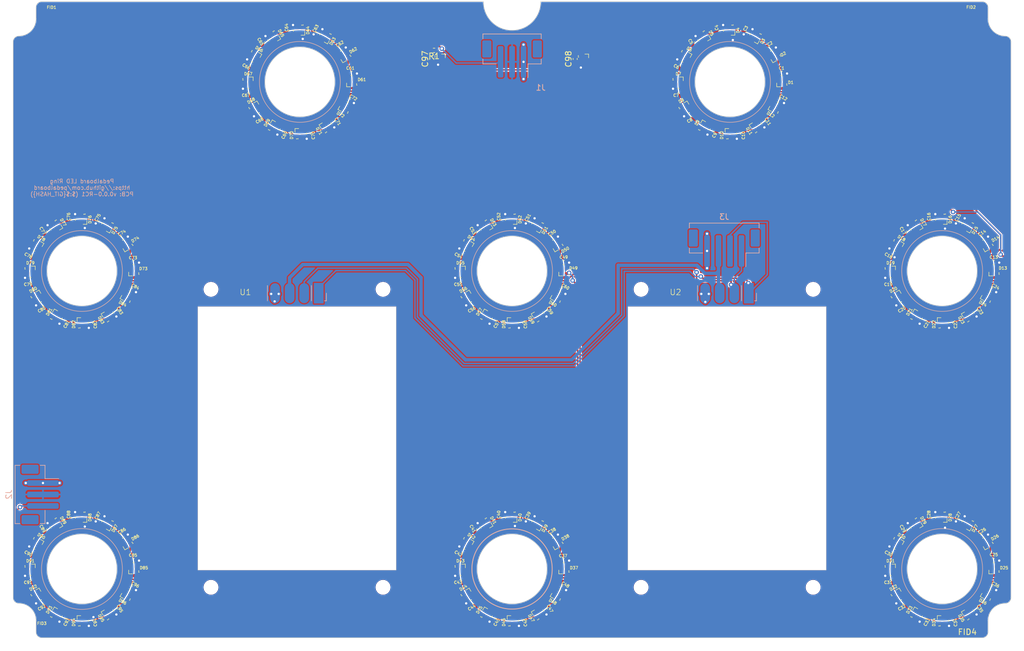
<source format=kicad_pcb>
(kicad_pcb (version 20240108) (generator "pcbnew") (generator_version "8.0")
  (title_block (title "Pedalboard LED Ring") (date "2024-10-04") (rev "0.0.0-RC1") (company "https://github.com/pedalboard") (comment 1 "Source Code: https://github.com/pedalboard/pedalboard-display") (comment 2 "License: CERN Open Hardware Licence Version 2 - Permissive") (comment 3 "Git commit: ${GIT_HASH}"))
  (layers (0 "F.Cu" signal) (31 "B.Cu" signal) (34 "B.Paste" user) (35 "F.Paste" user) (36 "B.SilkS" user "B.Silkscreen") (37 "F.SilkS" user "F.Silkscreen") (38 "B.Mask" user) (39 "F.Mask" user) (44 "Edge.Cuts" user))
  (net 0 "")
  (net 1 "Net-(D1-DOUT)")
  (net 2 "Net-(D2-DOUT)")
  (net 3 "Net-(D3-DOUT)")
  (net 4 "Net-(D4-DOUT)")
  (net 5 "Net-(D5-DOUT)")
  (net 6 "Net-(D6-DOUT)")
  (net 7 "VCC")
  (net 8 "GND")
  (net 9 "Net-(D7-DOUT)")
  (net 10 "Net-(D8-DOUT)")
  (net 11 "Net-(D10-DIN)")
  (net 12 "Net-(D11-DOUT)")
  (net 13 "Net-(D10-DOUT)")
  (net 14 "Net-(J1-Pin_3)")
  (net 15 "/Led Ring GAIN/D_IN")
  (net 16 "/Led Ring F/D_IN")
  (net 17 "Net-(D13-DOUT)")
  (net 18 "Net-(D14-DOUT)")
  (net 19 "Net-(D15-DOUT)")
  (net 20 "Net-(D16-DOUT)")
  (net 21 "Net-(D17-DOUT)")
  (net 22 "Net-(D18-DOUT)")
  (net 23 "Net-(D19-DOUT)")
  (net 24 "Net-(D20-DOUT)")
  (net 25 "Net-(D21-DOUT)")
  (net 26 "Net-(D22-DOUT)")
  (net 27 "Net-(D23-DOUT)")
  (net 28 "/Led Ring C/D_IN")
  (net 29 "Net-(D25-DOUT)")
  (net 30 "Net-(D26-DOUT)")
  (net 31 "Net-(D27-DOUT)")
  (net 32 "Net-(D28-DOUT)")
  (net 33 "Net-(D29-DOUT)")
  (net 34 "Net-(D30-DOUT)")
  (net 35 "Net-(D31-DOUT)")
  (net 36 "Net-(D32-DOUT)")
  (net 37 "Net-(D33-DOUT)")
  (net 38 "Net-(D34-DOUT)")
  (net 39 "Net-(D35-DOUT)")
  (net 40 "/Led Ring B/D_IN")
  (net 41 "Net-(D37-DOUT)")
  (net 42 "Net-(D38-DOUT)")
  (net 43 "Net-(D39-DOUT)")
  (net 44 "Net-(D40-DOUT)")
  (net 45 "Net-(D41-DOUT)")
  (net 46 "Net-(D42-DOUT)")
  (net 47 "Net-(D43-DOUT)")
  (net 48 "Net-(D44-DOUT)")
  (net 49 "Net-(D45-DOUT)")
  (net 50 "Net-(D46-DOUT)")
  (net 51 "Net-(D47-DOUT)")
  (net 52 "/Led Ring B/D_OUT")
  (net 53 "Net-(D49-DOUT)")
  (net 54 "Net-(D50-DOUT)")
  (net 55 "Net-(D51-DOUT)")
  (net 56 "Net-(D52-DOUT)")
  (net 57 "Net-(D53-DOUT)")
  (net 58 "Net-(D54-DOUT)")
  (net 59 "Net-(D55-DOUT)")
  (net 60 "Net-(D56-DOUT)")
  (net 61 "Net-(D57-DOUT)")
  (net 62 "Net-(D58-DOUT)")
  (net 63 "Net-(D59-DOUT)")
  (net 64 "/Led Ring E/D_OUT")
  (net 65 "Net-(D61-DOUT)")
  (net 66 "Net-(D62-DOUT)")
  (net 67 "Net-(D63-DOUT)")
  (net 68 "Net-(D64-DOUT)")
  (net 69 "Net-(D65-DOUT)")
  (net 70 "Net-(D66-DOUT)")
  (net 71 "Net-(D67-DOUT)")
  (net 72 "Net-(D68-DOUT)")
  (net 73 "Net-(D69-DOUT)")
  (net 74 "Net-(D70-DOUT)")
  (net 75 "Net-(D71-DOUT)")
  (net 76 "/Led Ring D/D_IN")
  (net 77 "Net-(D73-DOUT)")
  (net 78 "Net-(D74-DOUT)")
  (net 79 "Net-(D75-DOUT)")
  (net 80 "Net-(D76-DOUT)")
  (net 81 "Net-(D77-DOUT)")
  (net 82 "Net-(D78-DOUT)")
  (net 83 "Net-(D79-DOUT)")
  (net 84 "Net-(D80-DOUT)")
  (net 85 "Net-(D81-DOUT)")
  (net 86 "Net-(D82-DOUT)")
  (net 87 "Net-(D83-DOUT)")
  (net 88 "/Led Ring A/D_IN")
  (net 89 "Net-(D85-DOUT)")
  (net 90 "Net-(D86-DOUT)")
  (net 91 "Net-(D87-DOUT)")
  (net 92 "Net-(D88-DOUT)")
  (net 93 "Net-(D89-DOUT)")
  (net 94 "Net-(D90-DOUT)")
  (net 95 "Net-(D91-DOUT)")
  (net 96 "Net-(D92-DOUT)")
  (net 97 "Net-(D93-DOUT)")
  (net 98 "Net-(D94-DOUT)")
  (net 99 "Net-(D95-DOUT)")
  (net 100 "/Led Ring A/D_OUT")
  (net 101 "Net-(D97-DIN)")
  (net 102 "Net-(D97-DOUT)")
  (net 103 "+3.3V")
  (net 104 "/I2C_SDA")
  (net 105 "/I2C_SCL")
  (footprint "Fiducial:Fiducial_0.5mm_Mask1mm" (layer "F.Cu") (at 189 26)
    (property "Reference" "FID2")
    (property "Value" "Fiducial")
  )
  (footprint "Capacitor_SMD:C_0402_1005Metric" (layer "F.Cu") (at 64.19 31.932733 -60)
    (property "Reference" "C65")
    (property "Value" "1uF")
  )
  (footprint "Capacitor_SMD:C_0402_1005Metric" (layer "F.Cu") (at 116 70.53 180)
    (property "Reference" "C49")
    (property "Value" "1uF")
  )
  (footprint "Library:LED_SK6812_EC15_1.5x1.5mm" (layer "F.Cu") (at 186.5 131.794229 120)
    (property "Reference" "D35")
    (property "Value" "SK6812_EC15")
  )
  (footprint "Library:LED_SK6812_EC15_1.5x1.5mm" (layer "F.Cu") (at 36.5 79.794229 120)
    (property "Reference" "D83")
    (property "Value" "SK6812_EC15")
  )
  (footprint "Library:LED_SK6812_EC15_1.5x1.5mm" (layer "F.Cu") (at 182 133 90)
    (property "Reference" "D34")
    (property "Value" "SK6812_EC15")
  )
  (footprint "Library:LED_SK6812_EC15_1.5x1.5mm" (layer "F.Cu") (at 149.5 46.794229 120)
    (property "Reference" "D11")
    (property "Value" "SK6812_EC15")
  )
  (footprint "Library:LED_SK6812_EC15_1.5x1.5mm" (layer "F.Cu") (at 116 72 180)
    (property "Reference" "D49")
    (property "Value" "SK6812_EC15")
  )
  (footprint "Capacitor_SMD:C_0402_1005Metric" (layer "F.Cu") (at 143.5 30.06 -90)
    (property "Reference" "C4")
    (property "Value" "1uF")
  )
  (footprint "Capacitor_SMD:C_0402_1005Metric" (layer "F.Cu") (at 25 77.75 30)
    (property "Reference" "C80")
    (property "Value" "1uF")
  )
  (footprint "Library:LED_SK6812_EC15_1.5x1.5mm" (layer "F.Cu") (at 111.5 79.794229 120)
    (property "Reference" "D59")
    (property "Value" "SK6812_EC15")
  )
  (footprint "Capacitor_SMD:C_0402_1005Metric" (layer "F.Cu") (at 175 129.75 30)
    (property "Reference" "C32")
    (property "Value" "1uF")
  )
  (footprint "Library:LED_SK6812_EC15_1.5x1.5mm" (layer "F.Cu") (at 41 72 180)
    (property "Reference" "D73")
    (property "Value" "SK6812_EC15")
  )
  (footprint "Capacitor_SMD:C_0402_1005Metric" (layer "F.Cu") (at 139.19 31.932733 -60)
    (property "Reference" "C5")
    (property "Value" "1uF")
  )
  (footprint "Capacitor_SMD:C_0402_1005Metric" (layer "F.Cu") (at 191 70.53 180)
    (property "Reference" "C13")
    (property "Value" "1uF")
  )
  (footprint "Library:LED_SK6812_EC15_1.5x1.5mm" (layer "F.Cu") (at 114.794229 128.5 150)
    (property "Reference" "D48")
    (property "Value" "SK6812_EC15")
  )
  (footprint "Library:LED_SK6812_EC15_1.5x1.5mm" (layer "F.Cu") (at 39.794229 119.5 -150)
    (property "Reference" "D86")
    (property "Value" "SK6812_EC15")
  )
  (footprint "Library:LED_SK6812_EC15_1.5x1.5mm" (layer "F.Cu") (at 70 30 -90)
    (property "Reference" "D64")
    (property "Value" "SK6812_EC15")
  )
  (footprint "Library:LED_SK6812_EC15_1.5x1.5mm" (layer "F.Cu") (at 99.205771 67.5 -30)
    (property "Reference" "D54")
    (property "Value" "SK6812_EC15")
  )
  (footprint "Library:LED_SK6812_EC15_1.5x1.5mm" (layer "F.Cu") (at 116 124 180)
    (property "Reference" "D37")
    (property "Value" "SK6812_EC15")
  )
  (footprint "Library:LED_SK6812_EC15_1.5x1.5mm" (layer "F.Cu") (at 154 39 180)
    (property "Reference" "D1")
    (property "Value" "SK6812_EC15")
  )
  (footprint "Library:LED_SK6812_EC15_1.5x1.5mm" (layer "F.Cu") (at 186.5 64.205771 -120)
    (property "Reference" "D15")
    (property "Value" "SK6812_EC15")
  )
  (footprint "Capacitor_SMD:C_0402_1005Metric" (layer "F.Cu") (at 173 125.5)
    (property "Reference" "C31")
    (property "Value" "1uF")
  )
  (footprint "Library:LED_SK6812_EC15_1.5x1.5mm" (layer "F.Cu") (at 145 30 -90)
    (property "Reference" "D4")
    (property "Value" "SK6812_EC15")
  )
  (footprint "Capacitor_SMD:C_0402_1005Metric" (layer "F.Cu") (at 176.19 64.932733 -60)
    (property "Reference" "C17")
    (property "Value" "1uF")
  )
  (footprint "Library:LED_SK6812_EC15_1.5x1.5mm" (layer "F.Cu") (at 32 81 90)
    (property "Reference" "D82")
    (property "Value" "SK6812_EC15")
  )
  (footprint "Capacitor_SMD:C_0402_1005Metric" (layer "F.Cu") (at 23.5 68.8 -30)
    (property "Reference" "C78")
    (property "Value" "1uF")
  )
  (footprint "Library:LED_SK6812_EC15_1.5x1.5mm" (layer "F.Cu") (at 152.794229 43.5 150)
    (property "Reference" "D12")
    (property "Value" "SK6812_EC15")
  )
  (footprint "Library:LED_SK6812_EC15_1.5x1.5mm" (layer "F.Cu") (at 99.205771 119.5 -30)
    (property "Reference" "D42")
    (property "Value" "SK6812_EC15")
  )
  (footprint "Library:LED_SK6812_EC15_1.5x1.5mm" (layer "F.Cu") (at 137.205771 43.5 30)
    (property "Reference" "D8")
    (property "Value" "SK6812_EC15")
  )
  (footprint "Capacitor_SMD:C_0402_1005Metric" (layer "F.Cu") (at 114 118.25 -150)
    (property "Reference" "C38")
    (property "Value" "1uF")
  )
  (footprint "Library:LED_SK6812_EC15_1.5x1.5mm" (layer "F.Cu") (at 145 48 90)
    (property "Reference" "D10")
    (property "Value" "SK6812_EC15")
  )
  (footprint "Library:LED_SK6812_EC15_1.5x1.5mm" (layer "F.Cu") (at 111.5 116.205771 -120)
    (property "Reference" "D39")
    (property "Value" "SK6812_EC15")
  )
  (footprint "Library:LED_SK6812_EC15_1.5x1.5mm" (layer "F.Cu") (at 136 39)
    (property "Reference" "D7")
    (property "Value" "SK6812_EC15")
  )
  (footprint "Capacitor_SMD:C_0402_1005Metric" (layer "F.Cu") (at 175 77.75 30)
    (property "Reference" "C20")
    (property "Value" "1uF")
  )
  (footprint "Library:LED_SK6812_EC15_1.5x1.5mm" (layer "F.Cu") (at 137.205771 34.5 -30)
    (property "Reference" "D6")
    (property "Value" "SK6812_EC15")
  )
  (footprint "Library:LED_SK6812_EC15_1.5x1.5mm" (layer "F.Cu") (at 182 63 -90)
    (property "Reference" "D16")
    (property "Value" "SK6812_EC15")
  )
  (footprint "Library:LED_SK6812_EC15_1.5x1.5mm" (layer "F.Cu") (at 102.5 64.205771 -60)
    (property "Reference" "D53")
    (property "Value" "SK6812_EC15")
  )
  (footprint "Fiducial:Fiducial_0.5mm_Mask1mm" (layer "F.Cu") (at 25 26)
    (property "Reference" "FID1")
    (property "Value" "Fiducial")
  )
  (footprint "Capacitor_SMD:C_0402_1005Metric" (layer "F.Cu") (at 173 73.5)
    (property "Reference" "C19")
    (property "Value" "1uF")
  )
  (footprint "Library:LED_SK6812_EC15_1.5x1.5mm" (layer "F.Cu") (at 74.5 46.794229 120)
    (property "Reference" "D71")
    (property "Value" "SK6812_EC15")
  )
  (footprint "Library:LED_SK6812_EC15_1.5x1.5mm" (layer "F.Cu") (at 24.205771 128.5 30)
    (property "Reference" "D92")
    (property "Value" "SK6812_EC15")
  )
  (footprint "Capacitor_SMD:C_0402_1005Metric" (layer "F.Cu") (at 37.8 131.067267 120)
    (property "Reference" "C95")
    (property "Value" "1uF")
  )
  (footprint "Capacitor_SMD:C_0402_1005Metric" (layer "F.Cu") (at 185.2 115.5 -120)
    (property "Reference" "C27")
    (property "Value" "1uF")
  )
  (footprint "Library:LED_SK6812_EC15_1.5x1.5mm" (layer "F.Cu") (at 61 39)
    (property "Reference" "D67")
    (property "Value" "SK6812_EC15")
  )
  (footprint "Capacitor_SMD:C_0402_1005Metric" (layer "F.Cu") (at 61.5 35.8 -30)
    (property "Reference" "C66")
    (property "Value" "1uF")
  )
  (footprint "Capacitor_SMD:C_0402_1005Metric" (layer "F.Cu") (at 98.5 120.8 -30)
    (property "Reference" "C42")
    (property "Value" "1uF")
  )
  (footprint "Library:LED_SK6812_EC15_1.5x1.5mm" (layer "F.Cu") (at 182 81 90)
    (property "Reference" "D22")
    (property "Value" "SK6812_EC15")
  )
  (footprint "Library:LED_SK6812_EC15_1.5x1.5mm" (layer "F.Cu") (at 114.794229 67.5 -150)
    (property "Reference" "D50")
    (property "Value" "SK6812_EC15")
  )
  (footprint "Capacitor_SMD:C_0402_1005Metric" (layer "F.Cu") (at 136 40.5)
    (property "Reference" "C7")
    (property "Value" "1uF")
  )
  (footprint "Capacitor_SMD:C_0402_1005Metric" (layer "F.Cu") (at 105.5 63.06 -90)
    (property "Reference" "C52")
    (property "Value" "1uF")
  )
  (footprint "Library:LED_SK6812_EC15_1.5x1.5mm" (layer "F.Cu") (at 32 133 90)
    (property "Reference" "D94")
    (property "Value" "SK6812_EC15")
  )
  (footprint "Library:LED_SK6812_EC15_1.5x1.5mm" (layer "F.Cu") (at 186.5 79.794229 120)
    (property "Reference" "D23")
    (property "Value" "SK6812_EC15")
  )
  (footprint "Library:LED_SK6812_EC15_1.5x1.5mm" (layer "F.Cu") (at 177.5 79.794229 60)
    (property "Reference" "D21")
    (property "Value" "SK6812_EC15")
  )
  (footprint "Library:LED_SK6812_EC15_1.5x1.5mm" (layer "F.Cu") (at 32 115 -90)
    (property "Reference" "D88")
    (property "Value" "SK6812_EC15")
  )
  (footprint "Library:LED_SK6812_EC15_1.5x1.5mm" (layer "F.Cu") (at 102.5 131.794229 60)
    (property "Reference" "D45")
    (property "Value" "SK6812_EC15")
  )
  (footprint "Capacitor_SMD:C_0402_1005Metric" (layer "F.Cu") (at 191 122.53 180)
    (property "Reference" "C25")
    (property "Value" "1uF")
  )
  (footprint "Capacitor_SMD:C_0402_1005Metric" (layer "F.Cu") (at 41 70.53 180)
    (property "Reference" "C73")
    (property "Value" "1uF")
  )
  (footprint "Capacitor_SMD:C_0402_1005Metric" (layer "F.Cu") (at 190.55 127.25 150)
    (property "Reference" "C36")
    (property "Value" "1uF")
  )
  (footprint "Library:LED_SK6812_EC15_1.5x1.5mm" (layer "F.Cu") (at 191 72 180)
    (property "Reference" "D13")
    (property "Value" "SK6812_EC15")
  )
  (footprint "Capacitor_SMD:C_0402_1005Metric" (layer "F.Cu") (at 28.8 132.5 60)
    (property "Reference" "C93")
    (property "Value" "1uF")
  )
  (footprint "Capacitor_SMD:C_0402_1005Metric" (layer "F.Cu") (at 178.8 80.5 60)
    (property "Reference" "C21")
    (property "Value" "1uF")
  )
  (footprint "Library:LED_SK6812_EC15_1.5x1.5mm" (layer "F.Cu") (at 36.5 131.794229 120)
    (property "Reference" "D95")
    (property "Value" "SK6812_EC15")
  )
  (footprint "Capacitor_SMD:C_0402_1005Metric" (layer "F.Cu") (at 138 44.75 30)
    (property "Reference" "C8")
    (property "Value" "1uF")
  )
  (footprint "Library:LED_SK6812_EC15_1.5x1.5mm" (layer "F.Cu") (at 77.794229 43.5 150)
    (property "Reference" "D72")
    (property "Value" "SK6812_EC15")
  )
  (footprint "Capacitor_SMD:C_0402_1005Metric" (layer "F.Cu") (at 93 35 90)
    (property "Reference" "C97")
    (property "Value" "1uF")
  )
  (footprint "Capacitor_SMD:C_0402_1005Metric" (layer "F.Cu") (at 39 118.25 -150)
    (property "Reference" "C86")
    (property "Value" "1uF")
  )
  (footprint "Library:LED_SK6812_EC15_1.5x1.5mm" (layer "F.Cu") (at 174.205771 67.5 -30)
    (property "Reference" "D18")
    (property "Value" "SK6812_EC15")
  )
  (footprint "Library:LED_SK6812_EC15_1.5x1.5mm" (layer "F.Cu") (at 41 124 180)
    (property "Reference" "D85")
    (property "Value" "SK6812_EC15")
  )
  (footprint "Capacitor_SMD:C_0402_1005Metric" (layer "F.Cu") (at 141.8 47.5 60)
    (property "Reference" "C9")
    (property "Value" "1uF")
  )
  (footprint "Library:OLED_128x128" (layer "F.Cu") (at 69.5 101.2)
    (property "Reference" "U1")
    (property "Value" "~")
    (fp_rect (start -17.3 -23) (end 17.3 23) (stroke (width 0.05)) (fill none) (layer "Edge.Cuts"))
  )
  (footprint "Library:LED_SK6812_EC15_1.5x1.5mm" (layer "F.Cu") (at 173 72)
    (property "Reference" "D19")
    (property "Value" "SK6812_EC15")
  )
  (footprint "Library:LED_SK6812_EC15_1.5x1.5mm" (layer "F.Cu") (at 65.5 31.205771 -60)
    (property "Reference" "D65")
    (property "Value" "SK6812_EC15")
  )
  (footprint "Library:LED_SK6812_EC15_1.5x1.5mm" (layer "F.Cu") (at 24.205771 67.5 -30)
    (property "Reference" "D78")
    (property "Value" "SK6812_EC15")
  )
  (footprint "Library:LED_SK6812_EC15_1.5x1.5mm" (layer "F.Cu") (at 107 133 90)
    (property "Reference" "D46")
    (property "Value" "SK6812_EC15")
  )
  (footprint "Capacitor_SMD:C_0402_1005Metric" (layer "F.Cu") (at 173.5 68.8 -30)
    (property "Reference" "C18")
    (property "Value" "1uF")
  )
  (footprint "Library:LED_SK6812_EC15_1.5x1.5mm" (layer "F.Cu") (at 107 81 90)
    (property "Reference" "D58")
    (property "Value" "SK6812_EC15")
  )
  (footprint "Library:LED_SK6812_EC15_1.5x1.5mm" (layer "F.Cu") (at 191 124 180)
    (property "Reference" "D25")
    (property "Value" "SK6812_EC15")
  )
  (footprint "Library:LED_SK6812_EC15_1.5x1.5mm" (layer "F.Cu") (at 70 48 90)
    (property "Reference" "D70")
    (property "Value" "SK6812_EC15")
  )
  (footprint "Capacitor_SMD:C_0402_1005Metric" (layer "F.Cu") (at 78.55 42.25 150)
    (property "Reference" "C72")
    (property "Value" "1uF")
  )
  (footprint "Capacitor_SMD:C_0402_1005Metric" (layer "F.Cu") (at 98 73.5)
    (property "Reference" "C55")
    (property "Value" "1uF")
  )
  (footprint "Capacitor_SMD:C_0402_1005Metric" (layer "F.Cu") (at 35.2 115.5 -120)
    (property "Reference" "C87")
    (property "Value" "1uF")
  )
  (footprint "Capacitor_SMD:C_0402_1005Metric" (layer "F.Cu") (at 150.8 46.067267 120)
    (property "Reference" "C11")
    (property "Value" "1uF")
  )
  (footprint "Capacitor_SMD:C_0402_1005Metric" (layer "F.Cu") (at 189 118.25 -150)
    (property "Reference" "C26")
    (property "Value" "1uF")
  )
  (footprint "Capacitor_SMD:C_0402_1005Metric" (layer "F.Cu") (at 98 125.5)
    (property "Reference" "C43")
    (property "Value" "1uF")
  )
  (footprint "Library:LED_SK6812_EC15_1.5x1.5mm" (layer "F.Cu") (at 27.5 64.205771 -60)
    (property "Reference" "D77")
    (property "Value" "SK6812_EC15")
  )
  (footprint "Capacitor_SMD:C_0402_1005Metric" (layer "F.Cu") (at 39 66.25 -150)
    (property "Reference" "C74")
    (property "Value" "1uF")
  )
  (footprint "Capacitor_SMD:C_0402_1005Metric" (layer "F.Cu") (at 180.5 63.06 -90)
    (property "Reference" "C16")
    (property "Value" "1uF")
  )
  (footprint "Library:LED_SK6812_EC15_1.5x1.5mm" (layer "F.Cu") (at 173 124)
    (property "Reference" "D31")
    (property "Value" "SK6812_EC15")
  )
  (footprint "Fiducial:Fiducial_0.5mm_Mask1mm" (layer "F.Cu") (at 189 135)
    (property "Reference" "FID4")
    (property "Value" "Fiducial")
  )
  (footprint "Capacitor_SMD:C_0402_1005Metric" (layer "F.Cu") (at 110.2 63.5 -120)
    (property "Reference" "C51")
    (property "Value" "1uF")
  )
  (footprint "Capacitor_SMD:C_0402_1005Metric" (layer "F.Cu") (at 112.8 79.067267 120)
    (property "Reference" "C59")
    (property "Value" "1uF")
  )
  (footprint "Library:LED_SK6812_EC15_1.5x1.5mm" (layer "F.Cu") (at 177.5 64.205771 -60)
    (property "Reference" "D17")
    (property "Value" "SK6812_EC15")
  )
  (footprint "Library:LED_SK6812_EC15_1.5x1.5mm" (layer "F.Cu") (at 39.794229 67.5 -150)
    (property "Reference" "D74")
    (property "Value" "SK6812_EC15")
  )
  (footprint "Library:LED_SK6812_EC15_1.5x1.5mm" (layer "F.Cu") (at 111.5 64.205771 -120)
    (property "Reference" "D51")
    (property "Value" "SK6812_EC15")
  )
  (footprint "Capacitor_SMD:C_0402_1005Metric" (layer "F.Cu") (at 110.2 115.5 -120)
    (property "Reference" "C39")
    (property "Value" "1uF")
  )
  (footprint "Capacitor_SMD:C_0402_1005Metric" (layer "F.Cu") (at 79 37.53 180)
    (property "Reference" "C61")
    (property "Value" "1uF")
  )
  (footprint "Library:LED_SK6812_EC15_1.5x1.5mm" (layer "F.Cu") (at 182 115 -90)
    (property "Reference" "D28")
    (property "Value" "SK6812_EC15")
  )
  (footprint "Capacitor_SMD:C_0402_1005Metric" (layer "F.Cu") (at 136.5 35.8 -30)
    (property "Reference" "C6")
    (property "Value" "1uF")
  )
  (footprint "Capacitor_SMD:C_0402_1005Metric" (layer "F.Cu") (at 23 73.5)
    (property "Reference" "C79")
    (property "Value" "1uF")
  )
  (footprint "Library:LED_SK6812_EC15_1.5x1.5mm" (layer "F.Cu") (at 98 72)
    (property "Reference" "D55")
    (property "Value" "SK6812_EC15")
  )
  (footprint "Capacitor_SMD:C_0402_1005Metric" (layer "F.Cu") (at 100 129.75 30)
    (property "Reference" "C44")
    (property "Value" "1uF")
  )
  (footprint "Capacitor_SMD:C_0402_1005Metric" (layer "F.Cu") (at 146.5 48.03 90)
    (property "Reference" "C10")
    (property "Value" "1uF")
  )
  (footprint "Capacitor_SMD:C_0402_1005Metric" (layer "F.Cu") (at 176.19 116.932733 -60)
    (property "Reference" "C29")
    (property "Value" "1uF")
  )
  (footprint "Library:LED_SK6812_EC15_1.5x1.5mm" (layer "F.Cu") (at 114.794229 119.5 -150)
    (property "Reference" "D38")
    (property "Value" "SK6812_EC15")
  )
  (footprint "Capacitor_SMD:C_0402_1005Metric" (layer "F.Cu") (at 30.5 63.06 -90)
    (property "Reference" "C76")
    (property "Value" "1uF")
  )
  (footprint "Capacitor_SMD:C_0402_1005Metric" (layer "F.Cu") (at 35.2 63.5 -120)
    (property "Reference" "C75")
    (property "Value" "1uF")
  )
  (footprint "Capacitor_SMD:C_0402_1005Metric" (layer "F.Cu") (at 105.5 115.06 -90)
    (property "Reference" "C40")
    (property "Value" "1uF")
  )
  (footprint "Capacitor_SMD:C_0402_1005Metric" (layer "F.Cu") (at 77 33.25 -150)
    (property "Reference" "C62")
    (property "Value" "1uF")
  )
  (footprint "Capacitor_SMD:C_0402_1005Metric" (layer "F.Cu") (at 37.8 79.067267 120)
    (property "Reference" "C83")
    (property "Value" "1uF")
  )
  (footprint "Library:LED_SK6812_EC15_1.5x1.5mm" (layer "F.Cu") (at 36.5 64.205771 -120)
    (property "Reference" "D75")
    (property "Value" "SK6812_EC15")
  )
  (footprint "Library:LED_SK6812_EC15_1.5x1.5mm" (layer "F.Cu") (at 62.205771 34.5 -30)
    (property "Reference" "D66")
    (property "Value" "SK6812_EC15")
  )
  (footprint "Capacitor_SMD:C_0402_1005Metric" (layer "F.Cu") (at 23.5 120.8 -30)
    (property "Reference" "C90")
    (property "Value" "1uF")
  )
  (footprint "Capacitor_SMD:C_0402_1005Metric" (layer "F.Cu") (at 30.5 115.06 -90)
    (property "Reference" "C88")
    (property "Value" "1uF")
  )
  (footprint "Library:LED_SK6812_EC15_1.5x1.5mm" (layer "F.Cu") (at 174.205771 119.5 -30)
    (property "Reference" "D30")
    (property "Value" "SK6812_EC15")
  )
  (footprint "Capacitor_SMD:C_0402_1005Metric" (layer "F.Cu") (at 115.55 75.25 150)
    (property "Reference" "C60")
    (property "Value" "1uF")
  )
  (footprint "Library:LED_SK6812_EC15_1.5x1.5mm" (layer "F.Cu") (at 99.205771 76.5 30)
    (property "Reference" "D56")
    (property "Value" "SK6812_EC15")
  )
  (footprint "Library:LED_SK6812_EC15_1.5x1.5mm" (layer "F.Cu") (at 189.794229 119.5 -150)
    (property "Reference" "D26")
    (property "Value" "SK6812_EC15")
  )
  (footprint "Library:LED_SK6812_EC15_1.5x1.5mm" (layer "F.Cu") (at 99.205771 128.5 30)
    (property "Reference" "D44")
    (property "Value" "SK6812_EC15")
  )
  (footprint "Library:LED_SK6812_EC15_1.5x1.5mm" (layer "F.Cu") (at 24.205771 119.5 -30)
    (property "Reference" "D90")
    (property "Value" "SK6812_EC15")
  )
  (footprint "Capacitor_SMD:C_0402_1005Metric" (layer "F.Cu") (at 115.55 127.25 150)
    (property "Reference" "C48")
    (property "Value" "1uF")
  )
  (footprint "Library:LED_SK6812_EC15_1.5x1.5mm" (layer "F.Cu") (at 79 39 180)
    (property "Reference" "D61")
    (property "Value" "SK6812_EC15")
  )
  (footprint "Library:LED_SK6812_EC15_1.5x1.5mm" (layer "F.Cu") (at 152.794229 34.5 -150)
    (property "Reference" "D2")
    (property "Value" "SK6812_EC15")
  )
  (footprint "Library:LED_SK6812_EC15_1.5x1.5mm" (layer "F.Cu") (at 36.5 116.205771 -120)
    (property "Reference" "D87")
    (property "Value" "SK6812_EC15")
  )
  (footprint "Library:LED_SK6812_EC15_1.5x1.5mm" (layer "F.Cu") (at 114.794229 76.5 150)
    (property "Reference" "D60")
    (property "Value" "SK6812_EC15")
  )
  (footprint "Library:LED_SK6812_EC15_1.5x1.5mm" (layer "F.Cu") (at 174.205771 76.5 30)
    (property "Reference" "D20")
    (property "Value" "SK6812_EC15")
  )
  (footprint "Capacitor_SMD:C_0402_1005Metric" (layer "F.Cu") (at 154 37.53 180)
    (property "Reference" "C1")
    (property "Value" "1uF")
  )
  (footprint "Capacitor_SMD:C_0402_1005Metric" (layer "F.Cu") (at 152 33.25 -150)
    (property "Reference" "C2")
    (property "Value" "1uF")
  )
  (footprint "Capacitor_SMD:C_0402_1005Metric" (layer "F.Cu") (at 33.5 81.03 90)
    (property "Reference" "C82")
    (property "Value" "1uF")
  )
  (footprint "Library:LED_SK6812_EC15_1.5x1.5mm" (layer "F.Cu") (at 94.5 35)
    (property "Reference" "D97" (hide yes))
    (property "Value" "SK6812_EC15")
  )
  (footprint "Library:LED_SK6812_EC15_1.5x1.5mm" (layer "F.Cu") (at 140.5 31.205771 -60)
    (property "Reference" "D5")
    (property "Value" "SK6812_EC15")
  )
  (footprint "Library:LED_SK6812_EC15_1.5x1.5mm" (layer "F.Cu") (at 102.5 116.205771 -60)
    (property "Reference" "D41")
    (property "Value" "SK6812_EC15")
  )
  (footprint "Capacitor_SMD:C_0402_1005Metric" (layer "F.Cu") (at 98.5 68.8 -30)
    (property "Reference" "C54")
    (property "Value" "1uF")
  )
  (footprint "Library:LED_SK6812_EC15_1.5x1.5mm" (layer "F.Cu") (at 39.794229 76.5 150)
    (property "Reference" "D84")
    (property "Value" "SK6812_EC15")
  )
  (footprint "Capacitor_SMD:C_0402_1005Metric" (layer "F.Cu") (at 180.5 115.06 -90)
    (property "Reference" "C28")
    (property "Value" "1uF")
  )
  (footprint "Library:LED_SK6812_EC15_1.5x1.5mm" (layer "F.Cu") (at 107 63 -90)
    (property "Reference" "D52")
    (property "Value" "SK6812_EC15")
  )
  (footprint "Library:LED_SK6812_EC15_1.5x1.5mm" (layer "F.Cu") (at 189.794229 76.5 150)
    (property "Reference" "D24")
    (property "Value" "SK6812_EC15")
  )
  (footprint "Capacitor_SMD:C_0402_1005Metric" (layer "F.Cu") (at 108.5 81.03 90)
    (property "Reference" "C58")
    (property "Value" "1uF")
  )
  (footprint "Library:LED_SK6812_EC15_1.5x1.5mm" (layer "F.Cu") (at 23 124)
    (property "Reference" "D91")
    (property "Value" "SK6812_EC15")
  )
  (footprint "Capacitor_SMD:C_0402_1005Metric" (layer "F.Cu") (at 33.5 133.03 90)
    (property "Reference" "C94")
    (property "Value" "1uF")
  )
  (footprint "Resistor_SMD:R_0402_1005Metric" (layer "F.Cu") (at 93.4 33.5)
    (property "Reference" "R1")
    (property "Value" "330")
  )
  (footprint "Capacitor_SMD:C_0402_1005Metric" (layer "F.Cu") (at 153.55 42.25 150)
    (property "Reference" "C12")
    (property "Value" "1uF")
  )
  (footprint "Library:LED_SK6812_EC15_1.5x1.5mm" (layer "F.Cu") (at 140.5 46.794229 60)
    (property "Reference" "D9")
    (property "Value" "SK6812_EC15")
  )
  (footprint "Capacitor_SMD:C_0402_1005Metric" (layer "F.Cu") (at 116 122.53 180)
    (property "Reference" "C37")
    (property "Value" "1uF")
  )
  (footprint "Capacitor_SMD:C_0402_1005Metric" (layer "F.Cu") (at 185.2 63.5 -120)
    (property "Reference" "C15")
    (property "Value" "1uF")
  )
  (footprint "Capacitor_SMD:C_0402_1005Metric" (layer "F.Cu") (at 173.5 120.8 -30)
    (property "Reference" "C30")
    (property "Value" "1uF")
  )
  (footprint "Capacitor_SMD:C_0402_1005Metric" (layer "F.Cu") (at 190.55 75.25 150)
    (property "Reference" "C24")
    (property "Value" "1uF")
  )
  (footprint "Library:LED_SK6812_EC15_1.5x1.5mm" (layer "F.Cu") (at 111.5 131.794229 120)
    (property "Reference" "D47")
    (property "Value" "SK6812_EC15")
  )
  (footprint "Library:LED_SK6812_EC15_1.5x1.5mm" (layer "F.Cu") (at 23 72)
    (property "Reference" "D79")
    (property "Value" "SK6812_EC15")
  )
  (footprint "Library:LED_SK6812_EC15_1.5x1.5mm" (layer "F.Cu") (at 189.794229 128.5 150)
    (property "Reference" "D36")
    (property "Value" "SK6812_EC15")
  )
  (footprint "Library:LED_SK6812_EC15_1.5x1.5mm" (layer "F.Cu") (at 186.5 116.205771 -120)
    (property "Reference" "D27")
    (property "Value" "SK6812_EC15")
  )
  (footprint "Library:LED_SK6812_EC15_1.5x1.5mm" (layer "F.Cu") (at 32 63 -90)
    (property "Reference" "D76")
    (property "Value" "SK6812_EC15")
  )
  (footprint "Capacitor_SMD:C_0402_1005Metric" (layer "F.Cu") (at 23 125.5)
    (property "Reference" "C91")
    (property "Value" "1uF")
  )
  (footprint "Library:LED_SK6812_EC15_1.5x1.5mm" (layer "F.Cu") (at 107 115 -90)
    (property "Reference" "D40")
    (property "Value" "SK6812_EC15")
  )
  (footprint "Capacitor_SMD:C_0402_1005Metric" (layer "F.Cu") (at 183.5 81.03 90)
    (property "Reference" "C22")
    (property "Value" "1uF")
  )
  (footprint "Capacitor_SMD:C_0402_1005Metric" (layer "F.Cu") (at 26.19 64.932733 -60)
    (property "Reference" "C77")
    (property "Value" "1uF")
  )
  (footprint "Capacitor_SMD:C_0402_1005Metric" (layer "F.Cu") (at 187.8 79.067267 120)
    (property "Reference" "C23")
    (property "Value" "1uF")
  )
  (footprint "Capacitor_SMD:C_0402_1005Metric" (layer "F.Cu") (at 75.8 46.067267 120)
    (property "Reference" "C71")
    (property "Value" "1uF")
  )
  (footprint "Library:LED_SK6812_EC15_1.5x1.5mm" (layer "F.Cu") (at 119.5 35)
    (property "Reference" "D98" (hide yes))
    (property "Value" "SK6812_EC15")
  )
  (footprint "Library:LED_SK6812_EC15_1.5x1.5mm" (layer "F.Cu") (at 74.5 31.205771 -120)
    (property "Reference" "D63")
    (property "Value" "SK6812_EC15")
  )
  (footprint "Library:LED_SK6812_EC15_1.5x1.5mm" (layer "F.Cu") (at 149.5 31.205771 -120)
    (property "Reference" "D3")
    (property "Value" "SK6812_EC15")
  )
  (footprint "Library:LED_SK6812_EC15_1.5x1.5mm" (layer "F.Cu") (at 174.205771 128.5 30)
    (property "Reference" "D32")
    (property "Value" "SK6812_EC15")
  )
  (footprint "Capacitor_SMD:C_0402_1005Metric" (layer "F.Cu") (at 25 129.75 30)
    (property "Reference" "C92")
    (property "Value" "1uF")
  )
  (footprint "Capacitor_SMD:C_0402_1005Metric" (layer "F.Cu") (at 40.55 127.25 150)
    (property "Reference" "C96")
    (property "Value" "1uF")
  )
  (footprint "Library:LED_SK6812_EC15_1.5x1.5mm" (layer "F.Cu") (at 24.205771 76.5 30)
    (property "Reference" "D80")
    (property "Value" "SK6812_EC15")
  )
  (footprint "Capacitor_SMD:C_0402_1005Metric" (layer "F.Cu") (at 71.5 48.03 90)
    (property "Reference" "C70")
    (property "Value" "1uF")
  )
  (footprint "Library:LED_SK6812_EC15_1.5x1.5mm" (layer "F.Cu") (at 27.5 131.794229 60)
    (property "Reference" "D93")
    (property "Value" "SK6812_EC15")
  )
  (footprint "Capacitor_SMD:C_0402_1005Metric" (layer "F.Cu") (at 41 122.53 180)
    (property "Reference" "C85")
    (property "Value" "1uF")
  )
  (footprint "Capacitor_SMD:C_0402_1005Metric" (layer "F.Cu") (at 63 44.75 30)
    (property "Reference" "C68")
    (property "Value" "1uF")
  )
  (footprint "Library:LED_SK6812_EC15_1.5x1.5mm" (layer "F.Cu") (at 27.5 116.205771 -60)
    (property "Reference" "D89")
    (property "Value" "SK6812_EC15")
  )
  (footprint "Capacitor_SMD:C_0402_1005Metric" (layer "F.Cu") (at 101.19 116.932733 -60)
    (property "Reference" "C41")
    (property "Value" "1uF")
  )
  (footprint "Capacitor_SMD:C_0402_1005Metric" (layer "F.Cu") (at 103.8 132.5 60)
    (property "Reference" "C45")
    (property "Value" "1uF")
  )
  (footprint "Library:LED_SK6812_EC15_1.5x1.5mm" (layer "F.Cu") (at 189.794229 67.5 -150)
    (property "Reference" "D14")
    (property "Value" "SK6812_EC15")
  )
  (footprint "Capacitor_SMD:C_0402_1005Metric" (layer "F.Cu") (at 114 66.25 -150)
    (property "Reference" "C50")
    (property "Value" "1uF")
  )
  (footprint "Library:LED_SK6812_EC15_1.5x1.5mm" (layer "F.Cu") (at 77.794229 34.5 -150)
    (property "Reference" "D62")
    (property "Value" "SK6812_EC15")
  )
  (footprint "Library:LED_SK6812_EC15_1.5x1.5mm" (layer "F.Cu") (at 177.5 131.794229 60)
    (property "Reference" "D33")
    (property "Value" "SK6812_EC15")
  )
  (footprint "Capacitor_SMD:C_0402_1005Metric" (layer "F.Cu") (at 178.8 132.5 60)
    (property "Reference" "C33")
    (property "Value" "1uF")
  )
  (footprint "Library:LED_SK6812_EC15_1.5x1.5mm" (layer "F.Cu") (at 98 124)
    (property "Reference" "D43")
    (property "Value" "SK6812_EC15")
  )
  (footprint "Capacitor_SMD:C_0402_1005Metric" (layer "F.Cu") (at 118 35 90)
    (property "Reference" "C98")
    (property "Value" "1uF")
  )
  (footprint "Capacitor_SMD:C_0402_1005Metric" (layer "F.Cu") (at 61 40.5)
    (property "Reference" "C67")
    (property "Value" "1uF")
  )
  (footprint "Capacitor_SMD:C_0402_1005Metric" (layer "F.Cu") (at 148.2 30.5 -120)
    (property "Reference" "C3")
    (property "Value" "1uF")
  )
  (footprint "Capacitor_SMD:C_0402_1005Metric" (layer "F.Cu") (at 189 66.25 -150)
    (property "Reference" "C14")
    (property "Value" "1uF")
  )
  (footprint "Capacitor_SMD:C_0402_1005Metric" (layer "F.Cu") (at 187.8 131.067267 120)
    (property "Reference" "C35")
    (property "Value" "1uF")
  )
  (footprint "Capacitor_SMD:C_0402_1005Metric" (layer "F.Cu") (at 103.8 80.5 60)
    (property "Reference" "C57")
    (property "Value" "1uF")
  )
  (footprint "Capacitor_SMD:C_0402_1005Metric" (layer "F.Cu") (at 108.5 133.03 90)
    (property "Reference" "C46")
    (property "Value" "1uF")
  )
  (footprint "Capacitor_SMD:C_0402_1005Metric" (layer "F.Cu") (at 28.8 80.5 60)
    (property "Reference" "C81")
    (property "Value" "1uF")
  )
  (footprint "Capacitor_SMD:C_0402_1005Metric" (layer "F.Cu") (at 100 77.75 30)
    (property "Reference" "C56")
    (property "Value" "1uF")
  )
  (footprint "Capacitor_SMD:C_0402_1005Metric" (layer "F.Cu") (at 73.2 30.5 -120)
    (property "Reference" "C63")
    (property "Value" "1uF")
  )
  (footprint "Library:LED_SK6812_EC15_1.5x1.5mm" (layer "F.Cu") (at 39.794229 128.5 150)
    (property "Reference" "D96")
    (property "Value" "SK6812_EC15")
  )
  (footprint "Library:OLED_128x128" (layer "F.Cu") (at 144.5 101.2)
    (property "Reference" "U2")
    (property "Value" "~")
    (fp_rect (start -17.3 -23) (end 17.3 23) (stroke (width 0.05)) (fill none) (layer "Edge.Cuts"))
  )
  (footprint "Library:LED_SK6812_EC15_1.5x1.5mm" (layer "F.Cu") (at 27.5 79.794229 60)
    (property "Reference" "D81")
    (property "Value" "SK6812_EC15")
  )
  (footprint "Capacitor_SMD:C_0402_1005Metric" (layer "F.Cu") (at 183.5 133.03 90)
    (property "Reference" "C34")
    (property "Value" "1uF")
  )
  (footprint "Library:LED_SK6812_EC15_1.5x1.5mm" (layer "F.Cu") (at 102.5 79.794229 60)
    (property "Reference" "D57")
    (property "Value" "SK6812_EC15")
  )
  (footprint "Capacitor_SMD:C_0402_1005Metric" (layer "F.Cu") (at 40.55 75.25 150)
    (property "Reference" "C84")
    (property "Value" "1uF")
  )
  (footprint "Capacitor_SMD:C_0402_1005Metric" (layer "F.Cu") (at 26.19 116.932733 -60)
    (property "Reference" "C89")
    (property "Value" "1uF")
  )
  (footprint "Library:LED_SK6812_EC15_1.5x1.5mm" (layer "F.Cu") (at 177.5 116.205771 -60)
    (property "Reference" "D29")
    (property "Value" "SK6812_EC15")
  )
  (footprint "Fiducial:Fiducial_0.5mm_Mask1mm" (layer "F.Cu") (at 25 135)
    (property "Reference" "FID3")
    (property "Value" "Fiducial")
  )
  (footprint "Capacitor_SMD:C_0402_1005Metric" (layer "F.Cu") (at 112.8 131.067267 120)
    (property "Reference" "C47")
    (property "Value" "1uF")
  )
  (footprint "Library:LED_SK6812_EC15_1.5x1.5mm" (layer "F.Cu") (at 65.5 46.794229 60)
    (property "Reference" "D69")
    (property "Value" "SK6812_EC15")
  )
  (footprint "Capacitor_SMD:C_0402_1005Metric" (layer "F.Cu") (at 68.5 30.06 -90)
    (property "Reference" "C64")
    (property "Value" "1uF")
  )
  (footprint "Capacitor_SMD:C_0402_1005Metric" (layer "F.Cu") (at 66.8 47.5 60)
    (property "Reference" "C69")
    (property "Value" "1uF")
  )
  (footprint "Capacitor_SMD:C_0402_1005Metric" (layer "F.Cu") (at 101.19 64.932733 -60)
    (property "Reference" "C53")
    (property "Value" "1uF")
  )
  (footprint "Library:LED_SK6812_EC15_1.5x1.5mm" (layer "F.Cu") (at 62.205771 43.5 30)
    (property "Reference" "D68")
    (property "Value" "SK6812_EC15")
  )
  (footprint "Library:JST_PH_B4B-PH-SM4-TB_1x04-1MP_P2.00mm_Vertical" (layer "B.Cu") (at 144 68 180)
    (property "Reference" "J3")
    (property "Value" "OLED")
  )
  (footprint "Library:JST_PH_B3B-PH-SM4-TB_1x03-1MP_P2.00mm_Vertical" (layer "B.Cu") (at 24.7 111 -90)
    (property "Reference" "J2")
    (property "Value" "LED-OUT")
  )
  (footprint "Library:JST_PH_B3B-PH-SM4-TB_1x03-1MP_P2.00mm_Vertical" (layer "B.Cu") (at 107 35 180)
    (property "Reference" "J1")
    (property "Value" "LED-IN")
  )
  (gr_circle (center 182 124) (end 189.05 124) (stroke (width 0.1)) (fill none) (layer "B.SilkS"))
  (gr_circle (center 182 72) (end 189.05 72) (stroke (width 0.1)) (fill none) (layer "B.SilkS"))
  (gr_circle (center 145 39) (end 152.05 39) (stroke (width 0.1)) (fill none) (layer "B.SilkS"))
  (gr_circle (center 70 39) (end 77.05 39) (stroke (width 0.1)) (fill none) (layer "B.SilkS"))
  (gr_circle (center 32 124) (end 39.05 124) (stroke (width 0.1)) (fill none) (layer "B.SilkS"))
  (gr_circle (center 32 72) (end 39.05 72) (stroke (width 0.1)) (fill none) (layer "B.SilkS"))
  (gr_circle (center 107 124) (end 114 124) (stroke (width 0.15)) (fill none) (layer "B.SilkS"))
  (gr_circle (center 107 72) (end 114.05 72) (stroke (width 0.1)) (fill none) (layer "B.SilkS"))
  (gr_line (start 25 136) (end 112 136) (stroke (width 0.1)) (layer "Edge.Cuts"))
  (gr_circle (center 182 124) (end 188.1 124) (stroke (width 0.1)) (fill none) (layer "Edge.Cuts"))
  (gr_arc (start 24 26) (mid 24.292893 25.292893) (end 25 25) (stroke (width 0.1)) (layer "Edge.Cuts"))
  (gr_arc (start 20 32) (mid 20.292893 31.292893) (end 21 31) (stroke (width 0.1)) (layer "Edge.Cuts"))
  (gr_line (start 124.2 25) (end 189 25) (stroke (width 0.1)) (layer "Edge.Cuts"))
  (gr_line (start 24 133) (end 24 135) (stroke (width 0.1)) (layer "Edge.Cuts"))
  (gr_line (start 190 26) (end 190 28) (stroke (width 0.1)) (layer "Edge.Cuts"))
  (gr_arc (start 193 31) (mid 193.707107 31.292893) (end 194 32) (stroke (width 0.1)) (layer "Edge.Cuts"))
  (gr_arc (start 21 130) (mid 20.292893 129.707107) (end 20 129) (stroke (width 0.1)) (layer "Edge.Cuts"))
  (gr_arc (start 112 25) (mid 107 30) (end 102 25) (stroke (width 0.1)) (layer "Edge.Cuts"))
  (gr_line (start 112 136) (end 189 136) (stroke (width 0.1)) (layer "Edge.Cuts"))
  (gr_circle (center 145 39) (end 151.1 39) (stroke (width 0.1)) (fill none) (layer "Edge.Cuts"))
  (gr_arc (start 24 28) (mid 23.12132 30.12132) (end 21 31) (stroke (width 0.1)) (layer "Edge.Cuts"))
  (gr_line (start 94.2 25) (end 102 25) (stroke (width 0.1)) (layer "Edge.Cuts"))
  (gr_circle (center 70 39) (end 76.1 39) (stroke (width 0.1)) (fill none) (layer "Edge.Cuts"))
  (gr_circle (center 182 72) (end 188.1 72) (stroke (width 0.1)) (fill none) (layer "Edge.Cuts"))
  (gr_circle (center 32 124) (end 38.1 124) (stroke (width 0.1)) (fill none) (layer "Edge.Cuts"))
  (gr_circle (center 107 72) (end 113.1 72) (stroke (width 0.1)) (fill none) (layer "Edge.Cuts"))
  (gr_line (start 194 32) (end 194 129) (stroke (width 0.1)) (layer "Edge.Cuts"))
  (gr_arc (start 190 135) (mid 189.707107 135.707107) (end 189 136) (stroke (width 0.1)) (layer "Edge.Cuts"))
  (gr_circle (center 32 72) (end 38.1 72) (stroke (width 0.1)) (fill none) (layer "Edge.Cuts"))
  (gr_line (start 112 25) (end 124.2 25) (stroke (width 0.1)) (layer "Edge.Cuts"))
  (gr_arc (start 25 136) (mid 24.292893 135.707107) (end 24 135) (stroke (width 0.1)) (layer "Edge.Cuts"))
  (gr_arc (start 194 129) (mid 193.707107 129.707107) (end 193 130) (stroke (width 0.1)) (layer "Edge.Cuts"))
  (gr_arc (start 189 25) (mid 189.707107 25.292893) (end 190 26) (stroke (width 0.1)) (layer "Edge.Cuts"))
  (gr_arc (start 193 31) (mid 190.87868 30.12132) (end 190 28) (stroke (width 0.1)) (layer "Edge.Cuts"))
  (gr_line (start 20 129) (end 20 32) (stroke (width 0.1)) (layer "Edge.Cuts"))
  (gr_line (start 94.2 25) (end 25 25) (stroke (width 0.1)) (layer "Edge.Cuts"))
  (gr_line (start 190 133) (end 190 135) (stroke (width 0.1)) (layer "Edge.Cuts"))
  (gr_arc (start 190 133) (mid 190.87868 130.87868) (end 193 130) (stroke (width 0.1)) (layer "Edge.Cuts"))
  (gr_line (start 24 26) (end 24 28) (stroke (width 0.1)) (layer "Edge.Cuts"))
  (gr_circle (center 107 124) (end 113.1 124) (stroke (width 0.1)) (fill none) (layer "Edge.Cuts"))
  (gr_arc (start 21 130) (mid 23.12132 130.87868) (end 24 133) (stroke (width 0.1)) (layer "Edge.Cuts"))
  (gr_text "${TITLE}\n${COMPANY}\nPCB: v${REVISION} ($:${GIT_HASH})" (at 32 59 0) (layer "B.SilkS") (effects (font (size 0.7 0.7) (thickness 0.1)) (justify bottom mirror)))
  (segment (start 152.7 38.55) (end 152.3 38.15) (width 0.25) (layer "F.Cu") (net 1))
  (segment (start 152.3 38.15) (end 152.3 37) (width 0.25) (layer "F.Cu") (net 1))
  (segment (start 152.3 37) (end 153.40894 35.89106) (width 0.25) (layer "F.Cu") (net 1))
  (segment (start 153.55 38.55) (end 152.7 38.55) (width 0.25) (layer "F.Cu") (net 1))
  (segment (start 153.40894 35.89106) (end 153.40894 34.664711) (width 0.25) (layer "F.Cu") (net 1))
  (segment (start 150.78 34.35) (end 152.164807 34.35) (width 0.25) (layer "F.Cu") (net 2))
  (segment (start 150.39106 31.04106) (end 151.22 31.87) (width 0.25) (layer "F.Cu") (net 2))
  (segment (start 150.35 33.92) (end 150.78 34.35) (width 0.25) (layer "F.Cu") (net 2))
  (segment (start 151.22 32.2) (end 150.35 33.07) (width 0.25) (layer "F.Cu") (net 2))
  (segment (start 150.35 33.07) (end 150.35 33.92) (width 0.25) (layer "F.Cu") (net 2))
  (segment (start 151.22 31.87) (end 151.22 32.2) (width 0.25) (layer "F.Cu") (net 2))
  (segment (start 150.114711 31.04106) (end 150.39106 31.04106) (width 0.25) (layer "F.Cu") (net 2))
  (segment (start 146.65 31.3) (end 146.65 29.85) (width 0.25) (layer "F.Cu") (net 3))
  (segment (start 146.35 29.55) (end 145.45 29.55) (width 0.25) (layer "F.Cu") (net 3))
  (segment (start 148.885289 31.370482) (end 148.205771 32.05) (width 0.25) (layer "F.Cu") (net 3))
  (segment (start 146.65 29.85) (end 146.35 29.55) (width 0.25) (layer "F.Cu") (net 3))
  (segment (start 148.205771 32.05) (end 147.4 32.05) (width 0.25) (layer "F.Cu") (net 3))
  (segment (start 147.4 32.05) (end 146.65 31.3) (width 0.25) (layer "F.Cu") (net 3))
  (segment (start 144.55 30.45) (end 144.55 31.08) (width 0.25) (layer "F.Cu") (net 4))
  (segment (start 144.55 31.08) (end 143.93 31.7) (width 0.25) (layer "F.Cu") (net 4))
  (segment (start 143.93 31.7) (end 142.95 31.7) (width 0.25) (layer "F.Cu") (net 4))
  (segment (start 141.84106 30.59106) (end 140.664711 30.59106) (width 0.25) (layer "F.Cu") (net 4))
  (segment (start 142.95 31.7) (end 141.84106 30.59106) (width 0.25) (layer "F.Cu") (net 4))
  (segment (start 139.13 33.69) (end 138.66 33.22) (width 0.25) (layer "F.Cu") (net 5))
  (segment (start 140.335289 31.995289) (end 140.55 32.21) (width 0.25) (layer "F.Cu") (net 5))
  (segment (start 137.706349 33.22) (end 137.04106 33.885289) (width 0.25) (layer "F.Cu") (net 5))
  (segment (start 140.335289 31.820482) (end 140.335289 31.995289) (width 0.25) (layer "F.Cu") (net 5))
  (segment (start 140.55 32.84) (end 139.7 33.69) (width 0.25) (layer "F.Cu") (net 5))
  (segment (start 138.66 33.22) (end 137.706349 33.22) (width 0.25) (layer "F.Cu") (net 5))
  (segment (start 140.55 32.21) (end 140.55 32.84) (width 0.25) (layer "F.Cu") (net 5))
  (segment (start 139.7 33.69) (end 139.13 33.69) (width 0.25) (layer "F.Cu") (net 5))
  (segment (start 137.370482 35.114711) (end 138.07 35.814229) (width 0.25) (layer "F.Cu") (net 6))
  (segment (start 138.07 36.66) (end 137.36 37.37) (width 0.25) (layer "F.Cu") (net 6))
  (segment (start 136.12 37.37) (end 135.55 37.94) (width 0.25) (layer "F.Cu") (net 6))
  (segment (start 138.07 35.814229) (end 138.07 36.66) (width 0.25) (layer "F.Cu") (net 6))
  (segment (start 135.55 37.94) (end 135.55 38.55) (width 0.25) (layer "F.Cu") (net 6))
  (segment (start 137.36 37.37) (end 136.12 37.37) (width 0.25) (layer "F.Cu") (net 6))
  (segment (start 177.664711 80.789066) (end 178.071797 81.196152) (width 0.25) (layer "F.Cu") (net 7))
  (segment (start 115.6 75.855692) (end 115.6 76.144229) (width 0.25) (layer "F.Cu") (net 7))
  (segment (start 181.55 114.55) (end 181.282051 114.55) (width 0.25) (layer "F.Cu") (net 7))
  (segment (start 191.48 70.53) (end 191.94 70.53) (width 0.25) (layer "F.Cu") (net 7))
  (segment (start 60.803848 35.071797) (end 61.210934 34.664711) (width 0.25) (layer "F.Cu") (net 7))
  (segment (start 145.45 48.45) (end 145.717949 48.45) (width 0.25) (layer "F.Cu") (net 7))
  (segment (start 79.48 37.53) (end 79.94 37.53) (width 0.25) (layer "F.Cu") (net 7))
  (segment (start 97.55 124.717949) (end 97.071797 125.196152) (width 0.25) (layer "F.Cu") (net 7))
  (segment (start 111.335289 63.59106) (end 111.335289 63.210934) (width 0.25) (layer "F.Cu") (net 7))
  (segment (start 32.45 133.45) (end 32.717949 133.45) (width 0.25) (layer "F.Cu") (net 7))
  (segment (start 73.928203 29.803848) (end 74.335289 30.210934) (width 0.25) (layer "F.Cu") (net 7))
  (segment (start 27.664711 80.40894) (end 27.664711 80.789066) (width 0.25) (layer "F.Cu") (net 7))
  (segment (start 26.04106 116.04106) (end 26 116) (width 0.25) (layer "F.Cu") (net 7))
  (segment (start 140.664711 47.789066) (end 141.071797 48.196152) (width 0.25) (layer "F.Cu") (net 7))
  (segment (start 26.04106 64.04106) (end 26 64) (width 0.25) (layer "F.Cu") (net 7))
  (segment (start 26.885289 116.04106) (end 26.04106 116.04106) (width 0.25) (layer "F.Cu") (net 7))
  (segment (start 41.48 122.53) (end 41.94 122.53) (width 0.25) (layer "F.Cu") (net 7))
  (segment (start 174.04106 129.95894) (end 174 130) (width 0.25) (layer "F.Cu") (net 7))
  (segment (start 35.928203 114.803848) (end 36.335289 115.210934) (width 0.25) (layer "F.Cu") (net 7))
  (segment (start 153.6 42.855692) (end 153.6 43.144229) (width 0.25) (layer "F.Cu") (net 7))
  (segment (start 172.803848 68.071797) (end 173.210934 67.664711) (width 0.25) (layer "F.Cu") (net 7))
  (segment (start 112.98106 131.95894) (end 112.114711 131.95894) (width 0.25) (layer "F.Cu") (net 7))
  (segment (start 62.04106 44.114711) (end 62.04106 44.95894) (width 0.25) (layer "F.Cu") (net 7))
  (segment (start 32.717949 133.45) (end 33.196152 133.928203) (width 0.25) (layer "F.Cu") (net 7))
  (segment (start 185.928203 62.803848) (end 186.335289 63.210934) (width 0.25) (layer "F.Cu") (net 7))
  (segment (start 172.55 72.717949) (end 172.071797 73.196152) (width 0.25) (layer "F.Cu") (net 7))
  (segment (start 40.6 76.144229) (end 40.40894 76.335289) (width 0.25) (layer "F.Cu") (net 7))
  (segment (start 69.55 29.55) (end 69.282051 29.55) (width 0.25) (layer "F.Cu") (net 7))
  (segment (start 172.55 124.717949) (end 172.071797 125.196152) (width 0.25) (layer "F.Cu") (net 7))
  (segment (start 145.717949 48.45) (end 146.196152 48.928203) (width 0.25) (layer "F.Cu") (net 7))
  (segment (start 116.45 71.55) (end 116.45 70.56) (width 0.25) (layer "F.Cu") (net 7))
  (segment (start 40.6 128.144229) (end 40.40894 128.335289) (width 0.25) (layer "F.Cu") (net 7))
  (segment (start 191.48 122.53) (end 191.94 122.53) (width 0.25) (layer "F.Cu") (net 7))
  (segment (start 116.95 70.54) (end 116.94 70.53) (width 0.25) (layer "F.Cu") (net 7))
  (segment (start 24.04106 77.114711) (end 24.04106 77.95894) (width 0.25) (layer "F.Cu") (net 7))
  (segment (start 22.55 72.45) (end 22.55 72.717949) (width 0.25) (layer "F.Cu") (net 7))
  (segment (start 64.885289 31.04106) (end 64.04106 31.04106) (width 0.25) (layer "F.Cu") (net 7))
  (segment (start 24.04106 77.95894) (end 24 78) (width 0.25) (layer "F.Cu") (net 7))
  (segment (start 106.55 62.55) (end 106.282051 62.55) (width 0.25) (layer "F.Cu") (net 7))
  (segment (start 78.6 43.144229) (end 78.40894 43.335289) (width 0.25) (layer "F.Cu") (net 7))
  (segment (start 176.04106 64.04106) (end 176 64) (width 0.25) (layer "F.Cu") (net 7))
  (segment (start 154.48 37.53) (end 154.94 37.53) (width 0.25) (layer "F.Cu") (net 7))
  (segment (start 113 131.94) (end 112.98106 131.95894) (width 0.25) (layer "F.Cu") (net 7))
  (segment (start 136.59106 34.664711) (end 136.210934 34.664711) (width 0.25) (layer "F.Cu") (net 7))
  (segment (start 189.95894 66.04106) (end 190 66) (width 0.25) (layer "F.Cu") (net 7))
  (segment (start 185.928203 114.803848) (end 186.335289 115.210934) (width 0.25) (layer "F.Cu") (net 7))
  (segment (start 135.55 39.45) (end 135.55 39.717949) (width 0.25) (layer "F.Cu") (net 7))
  (segment (start 137.04106 44.95894) (end 137 45) (width 0.25) (layer "F.Cu") (net 7))
  (segment (start 107.45 81.45) (end 107.717949 81.45) (width 0.25) (layer "F.Cu") (net 7))
  (segment (start 106.282051 114.55) (end 105.803848 114.071797) (width 0.25) (layer "F.Cu") (net 7))
  (segment (start 176.885289 116.04106) (end 176.04106 116.04106) (width 0.25) (layer "F.Cu") (net 7))
  (segment (start 172.803848 120.071797) (end 173.210934 119.664711) (width 0.25) (layer "F.Cu") (net 7))
  (segment (start 106.282051 62.55) (end 105.803848 62.071797) (width 0.25) (layer "F.Cu") (net 7))
  (segment (start 22.55 72.717949) (end 22.071797 73.196152) (width 0.25) (layer "F.Cu") (net 7))
  (segment (start 97.55 72.45) (end 97.55 72.717949) (width 0.25) (layer "F.Cu") (net 7))
  (segment (start 186.335289 115.59106) (end 186.335289 115.210934) (width 0.25) (layer "F.Cu") (net 7))
  (segment (start 64.04106 31.04106) (end 64 31) (width 0.25) (layer "F.Cu") (net 7))
  (segment (start 76 46.94) (end 75.98106 46.95894) (width 0.25) (layer "F.Cu") (net 7))
  (segment (start 77.95894 33.885289) (end 77.95894 33.04106) (width 0.25) (layer "F.Cu") (net 7))
  (segment (start 22.803848 68.071797) (end 23.210934 67.664711) (width 0.25) (layer "F.Cu") (net 7))
  (segment (start 97.803848 120.071797) (end 98.210934 119.664711) (width 0.25) (layer "F.Cu") (net 7))
  (segment (start 144.282051 29.55) (end 143.803848 29.071797) (width 0.25) (layer "F.Cu") (net 7))
  (segment (start 116.45 123.55) (end 116.45 122.56) (width 0.25) (layer "F.Cu") (net 7))
  (segment (start 37.98106 131.95894) (end 37.114711 131.95894) (width 0.25) (layer "F.Cu") (net 7))
  (segment (start 65.664711 47.40894) (end 65.664711 47.789066) (width 0.25) (layer "F.Cu") (net 7))
  (segment (start 176.885289 64.04106) (end 176.04106 64.04106) (width 0.25) (layer "F.Cu") (net 7))
  (segment (start 151 46.94) (end 150.98106 46.95894) (width 0.25) (layer "F.Cu") (net 7))
  (segment (start 60.55 39.717949) (end 60.071797 40.196152) (width 0.25) (layer "F.Cu") (net 7))
  (segment (start 38 79.94) (end 37.98106 79.95894) (width 0.25) (layer "F.Cu") (net 7))
  (segment (start 32.45 81.45) (end 32.717949 81.45) (width 0.25) (layer "F.Cu") (net 7))
  (segment (start 39.95894 66.885289) (end 39.95894 66.04106) (width 0.25) (layer "F.Cu") (net 7))
  (segment (start 94.05 35.45) (end 93.03 35.45) (width 0.25) (layer "F.Cu") (net 7))
  (segment (start 27.664711 80.789066) (end 28.071797 81.196152) (width 0.25) (layer "F.Cu") (net 7))
  (segment (start 181.55 62.55) (end 181.282051 62.55) (width 0.25) (layer "F.Cu") (net 7))
  (segment (start 172.55 124.45) (end 172.55 124.717949) (width 0.25) (layer "F.Cu") (net 7))
  (segment (start 187.98106 79.95894) (end 187.114711 79.95894) (width 0.25) (layer "F.Cu") (net 7))
  (segment (start 190.6 127.855692) (end 190.6 128.144229) (width 0.25) (layer "F.Cu") (net 7))
  (segment (start 39.95894 118.04106) (end 40 118) (width 0.25) (layer "F.Cu") (net 7))
  (segment (start 77.95894 33.04106) (end 78 33) (width 0.25) (layer "F.Cu") (net 7))
  (segment (start 115.6 127.855692) (end 115.6 128.144229) (width 0.25) (layer "F.Cu") (net 7))
  (segment (start 78.6 42.855692) (end 78.6 43.144229) (width 0.25) (layer "F.Cu") (net 7))
  (segment (start 40.965692 127.49) (end 40.6 127.855692) (width 0.25) (layer "F.Cu") (net 7))
  (segment (start 27.664711 132.789066) (end 28.071797 133.196152) (width 0.25) (layer "F.Cu") (net 7))
  (segment (start 152.95894 33.04106) (end 153 33) (width 0.25) (layer "F.Cu") (net 7))
  (segment (start 39.95894 66.04106) (end 40 66) (width 0.25) (layer "F.Cu") (net 7))
  (segment (start 102.664711 132.789066) (end 103.071797 133.196152) (width 0.25) (layer "F.Cu") (net 7))
  (segment (start 153.965692 42.49) (end 153.6 42.855692) (width 0.25) (layer "F.Cu") (net 7))
  (segment (start 139.04106 31.04106) (end 139 31) (width 0.25) (layer "F.Cu") (net 7))
  (segment (start 112.98106 79.95894) (end 112.114711 79.95894) (width 0.25) (layer "F.Cu") (net 7))
  (segment (start 139.885289 31.04106) (end 139.04106 31.04106) (width 0.25) (layer "F.Cu") (net 7))
  (segment (start 115.6 76.144229) (end 115.40894 76.335289) (width 0.25) (layer "F.Cu") (net 7))
  (segment (start 102.664711 80.40894) (end 102.664711 80.789066) (width 0.25) (layer "F.Cu") (net 7))
  (segment (start 38 131.94) (end 37.98106 131.95894) (width 0.25) (layer "F.Cu") (net 7))
  (segment (start 174.04106 77.114711) (end 174.04106 77.95894) (width 0.25) (layer "F.Cu") (net 7))
  (segment (start 190.6 75.855692) (end 190.6 76.144229) (width 0.25) (layer "F.Cu") (net 7))
  (segment (start 31.282051 62.55) (end 30.803848 62.071797) (width 0.25) (layer "F.Cu") (net 7))
  (segment (start 32.717949 81.45) (end 33.196152 81.928203) (width 0.25) (layer "F.Cu") (net 7))
  (segment (start 188 79.94) (end 187.98106 79.95894) (width 0.25) (layer "F.Cu") (net 7))
  (segment (start 154.45 38.55) (end 154.45 37.56) (width 0.25) (layer "F.Cu") (net 7))
  (segment (start 186.335289 63.59106) (end 186.335289 63.210934) (width 0.25) (layer "F.Cu") (net 7))
  (segment (start 137.04106 44.114711) (end 137.04106 44.95894) (width 0.25) (layer "F.Cu") (net 7))
  (segment (start 31.282051 114.55) (end 30.803848 114.071797) (width 0.25) (layer "F.Cu") (net 7))
  (segment (start 41.95 122.54) (end 41.94 122.53) (width 0.25) (layer "F.Cu") (net 7))
  (segment (start 61.59106 34.664711) (end 61.210934 34.664711) (width 0.25) (layer "F.Cu") (net 7))
  (segment (start 191.45 123.55) (end 191.45 122.56) (width 0.25) (layer "F.Cu") (net 7))
  (segment (start 191.95 122.54) (end 191.94 122.53) (width 0.25) (layer "F.Cu") (net 7))
  (segment (start 114.95894 118.04106) (end 115 118) (width 0.25) (layer "F.Cu") (net 7))
  (segment (start 41.48 70.53) (end 41.94 70.53) (width 0.25) (layer "F.Cu") (net 7))
  (segment (start 116.48 70.53) (end 116.94 70.53) (width 0.25) (layer "F.Cu") (net 7))
  (segment (start 115.6 128.144229) (end 115.40894 128.335289) (width 0.25) (layer "F.Cu") (net 7))
  (segment (start 31.55 62.55) (end 31.282051 62.55) (width 0.25) (layer "F.Cu") (net 7))
  (segment (start 31.55 114.55) (end 31.282051 114.55) (width 0.25) (layer "F.Cu") (net 7))
  (segment (start 70.717949 48.45) (end 71.196152 48.928203) (width 0.25) (layer "F.Cu") (net 7))
  (segment (start 153.6 43.144229) (end 153.40894 43.335289) (width 0.25) (layer "F.Cu") (net 7))
  (segment (start 99.04106 77.95894) (end 99 78) (width 0.25) (layer "F.Cu") (net 7))
  (segment (start 148.928203 29.803848) (end 149.335289 30.210934) (width 0.25) (layer "F.Cu") (net 7))
  (segment (start 79.45 38.55) (end 79.45 37.56) (width 0.25) (layer "F.Cu") (net 7))
  (segment (start 177.664711 80.40894) (end 177.664711 80.789066) (width 0.25) (layer "F.Cu") (net 7))
  (segment (start 182.717949 81.45) (end 183.196152 81.928203) (width 0.25) (layer "F.Cu") (net 7))
  (segment (start 97.55 124.45) (end 97.55 124.717949) (width 0.25) (layer "F.Cu") (net 7))
  (segment (start 187.98106 131.95894) (end 187.114711 131.95894) (width 0.25) (layer "F.Cu") (net 7))
  (segment (start 110.928203 62.803848) (end 111.335289 63.210934) (width 0.25) (layer "F.Cu") (net 7))
  (segment (start 191.45 71.55) (end 191.45 70.56) (width 0.25) (layer "F.Cu") (net 7))
  (segment (start 173.59106 119.664711) (end 173.210934 119.664711) (width 0.25) (layer "F.Cu") (net 7))
  (segment (start 41.45 123.55) (end 41.45 122.56) (width 0.25) (layer "F.Cu") (net 7))
  (segment (start 190.6 128.144229) (end 190.40894 128.335289) (width 0.25) (layer "F.Cu") (net 7))
  (segment (start 22.803848 120.071797) (end 23.210934 119.664711) (width 0.25) (layer "F.Cu") (net 7))
  (segment (start 101.885289 64.04106) (end 101.04106 64.04106) (width 0.25) (layer "F.Cu") (net 7))
  (segment (start 78.965692 42.49) (end 78.6 42.855692) (width 0.25) (layer "F.Cu") (net 7))
  (segment (start 36.335289 115.59106) (end 36.335289 115.210934) (width 0.25) (layer "F.Cu") (net 7))
  (segment (start 98.59106 67.664711) (end 98.210934 67.664711) (width 0.25) (layer "F.Cu") (net 7))
  (segment (start 190.965692 127.49) (end 190.6 127.855692) (width 0.25) (layer "F.Cu") (net 7))
  (segment (start 140.664711 47.40894) (end 140.664711 47.789066) (width 0.25) (layer "F.Cu") (net 7))
  (segment (start 189.95894 66.885289) (end 189.95894 66.04106) (width 0.25) (layer "F.Cu") (net 7))
  (segment (start 99.04106 129.95894) (end 99 130) (width 0.25) (layer "F.Cu") (net 7))
  (segment (start 174.04106 129.114711) (end 174.04106 129.95894) (width 0.25) (layer "F.Cu") (net 7))
  (segment (start 98.59106 119.664711) (end 98.210934 119.664711) (width 0.25) (layer "F.Cu") (net 7))
  (segment (start 115.965692 75.49) (end 115.6 75.855692) (width 0.25) (layer "F.Cu") (net 7))
  (segment (start 177.664711 132.789066) (end 178.071797 133.196152) (width 0.25) (layer "F.Cu") (net 7))
  (segment (start 144.55 29.55) (end 144.282051 29.55) (width 0.25) (layer "F.Cu") (net 7))
  (segment (start 102.664711 80.789066) (end 103.071797 81.196152) (width 0.25) (layer "F.Cu") (net 7))
  (segment (start 101.04106 64.04106) (end 101 64) (width 0.25) (layer "F.Cu") (net 7))
  (segment (start 39.95894 118.885289) (end 39.95894 118.04106) (width 0.25) (layer "F.Cu") (net 7))
  (segment (start 154.95 37.54) (end 154.94 37.53) (width 0.25) (layer "F.Cu") (net 7))
  (segment (start 36.335289 63.59106) (end 36.335289 63.210934) (width 0.25) (layer "F.Cu") (net 7))
  (segment (start 79.95 37.54) (end 79.94 37.53) (width 0.25) (layer "F.Cu") (net 7))
  (segment (start 41.95 70.54) (end 41.94 70.53) (width 0.25) (layer "F.Cu") (net 7))
  (segment (start 189.95894 118.885289) (end 189.95894 118.04106) (width 0.25) (layer "F.Cu") (net 7))
  (segment (start 114.95894 66.885289) (end 114.95894 66.04106) (width 0.25) (layer "F.Cu") (net 7))
  (segment (start 182.717949 133.45) (end 183.196152 133.928203) (width 0.25) (layer "F.Cu") (net 7))
  (segment (start 22.55 124.45) (end 22.55 124.717949) (width 0.25) (layer "F.Cu") (net 7))
  (segment (start 65.664711 47.789066) (end 66.071797 48.196152) (width 0.25) (layer "F.Cu") (net 7))
  (segment (start 107.45 133.45) (end 107.717949 133.45) (width 0.25) (layer "F.Cu") (net 7))
  (segment (start 70.45 48.45) (end 70.717949 48.45) (width 0.25) (layer "F.Cu") (net 7))
  (segment (start 37.98106 79.95894) (end 37.114711 79.95894) (width 0.25) (layer "F.Cu") (net 7))
  (segment (start 190.965692 75.49) (end 190.6 75.855692) (width 0.25) (layer "F.Cu") (net 7))
  (segment (start 41.45 71.55) (end 41.45 70.56) (width 0.25) (layer "F.Cu") (net 7))
  (segment (start 191.95 70.54) (end 191.94 70.53) (width 0.25) (layer "F.Cu") (net 7))
  (segment (start 99.04106 77.114711) (end 99.04106 77.95894) (width 0.25) (layer "F.Cu") (net 7))
  (segment (start 150.98106 46.95894) (end 150.114711 46.95894) (width 0.25) (layer "F.Cu") (net 7))
  (segment (start 69.282051 29.55) (end 68.803848 29.071797) (width 0.25) (layer "F.Cu") (net 7))
  (segment (start 60.55 39.45) (end 60.55 39.717949) (width 0.25) (layer "F.Cu") (net 7))
  (segment (start 110.928203 114.803848) (end 111.335289 115.210934) (width 0.25) (layer "F.Cu") (net 7))
  (segment (start 176.04106 116.04106) (end 176 116) (width 0.25) (layer "F.Cu") (net 7))
  (segment (start 119.05 35.45) (end 119.05 36.45) (width 0.25) (layer "F.Cu") (net 7))
  (segment (start 35.928203 62.803848) (end 36.335289 63.210934) (width 0.25) (layer "F.Cu") (net 7))
  (segment (start 114.95894 118.885289) (end 114.95894 118.04106) (width 0.25) (layer "F.Cu") (net 7))
  (segment (start 24.04106 129.114711) (end 24.04106 129.95894) (width 0.25) (layer "F.Cu") (net 7))
  (segment (start 24.04106 129.95894) (end 24 130) (width 0.25) (layer "F.Cu") (net 7))
  (segment (start 152.95894 33.885289) (end 152.95894 33.04106) (width 0.25) (layer "F.Cu") (net 7))
  (segment (start 23.59106 119.664711) (end 23.210934 119.664711) (width 0.25) (layer "F.Cu") (net 7))
  (segment (start 174.04106 77.95894) (end 174 78) (width 0.25) (layer "F.Cu") (net 7))
  (segment (start 97.803848 68.071797) (end 98.210934 67.664711) (width 0.25) (layer "F.Cu") (net 7))
  (segment (start 74.335289 30.59106) (end 74.335289 30.210934) (width 0.25) (layer "F.Cu") (net 7))
  (segment (start 181.282051 114.55) (end 180.803848 114.071797) (width 0.25) (layer "F.Cu") (net 7))
  (segment (start 99.04106 129.114711) (end 99.04106 129.95894) (width 0.25) (layer "F.Cu") (net 7))
  (segment (start 113 79.94) (end 112.98106 79.95894) (width 0.25) (layer "F.Cu") (net 7))
  (segment (start 135.803848 35.071797) (end 136.210934 34.664711) (width 0.25) (layer "F.Cu") (net 7))
  (segment (start 177.664711 132.40894) (end 177.664711 132.789066) (width 0.25) (layer "F.Cu") (net 7))
  (segment (start 190.6 76.144229) (end 190.40894 76.335289) (width 0.25) (layer "F.Cu") (net 7))
  (segment (start 97.55 72.717949) (end 97.071797 73.196152) (width 0.25) (layer "F.Cu") (net 7))
  (segment (start 101.885289 116.04106) (end 101.04106 116.04106) (width 0.25) (layer "F.Cu") (net 7))
  (segment (start 116.48 122.53) (end 116.94 122.53) (width 0.25) (layer "F.Cu") (net 7))
  (segment (start 118 35.48) (end 119.02 35.48) (width 0.25) (layer "F.Cu") (net 7))
  (segment (start 27.664711 132.40894) (end 27.664711 132.789066) (width 0.25) (layer "F.Cu") (net 7))
  (segment (start 40.6 127.855692) (end 40.6 128.144229) (width 0.25) (layer "F.Cu") (net 7))
  (segment (start 22.55 124.717949) (end 22.071797 125.196152) (width 0.25) (layer "F.Cu") (net 7))
  (segment (start 119.05 36.45) (end 119 36.5) (width 0.25) (layer "F.Cu") (net 7))
  (segment (start 107.717949 81.45) (end 108.196152 81.928203) (width 0.25) (layer "F.Cu") (net 7))
  (segment (start 114.95894 66.04106) (end 115 66) (width 0.25) (layer "F.Cu") (net 7))
  (segment (start 182.45 81.45) (end 182.717949 81.45) (width 0.25) (layer "F.Cu") (net 7))
  (segment (start 189.95894 118.04106) (end 190 118) (width 0.25) (layer "F.Cu") (net 7))
  (segment (start 62.04106 44.95894) (end 62 45) (width 0.25) (layer "F.Cu") (net 7))
  (segment (start 116.95 122.54) (end 116.94 122.53) (width 0.25) (layer "F.Cu") (net 7))
  (segment (start 40.6 75.855692) (end 40.6 76.144229) (width 0.25) (layer "F.Cu") (net 7))
  (segment (start 101.04106 116.04106) (end 101 116) (width 0.25) (layer "F.Cu") (net 7))
  (segment (start 172.55 72.45) (end 172.55 72.717949) (width 0.25) (layer "F.Cu") (net 7))
  (segment (start 23.59106 67.664711) (end 23.210934 67.664711) (width 0.25) (layer "F.Cu") (net 7))
  (segment (start 173.59106 67.664711) (end 173.210934 67.664711) (width 0.25) (layer "F.Cu") (net 7))
  (segment (start 111.335289 115.59106) (end 111.335289 115.210934) (width 0.25) (layer "F.Cu") (net 7))
  (segment (start 182.45 133.45) (end 182.717949 133.45) (width 0.25) (layer "F.Cu") (net 7))
  (segment (start 106.55 114.55) (end 106.282051 114.55) (width 0.25) (layer "F.Cu") (net 7))
  (segment (start 115.965692 127.49) (end 115.6 127.855692) (width 0.25) (layer "F.Cu") (net 7))
  (segment (start 181.282051 62.55) (end 180.803848 62.071797) (width 0.25) (layer "F.Cu") (net 7))
  (segment (start 135.55 39.717949) (end 135.071797 40.196152) (width 0.25) (layer "F.Cu") (net 7))
  (segment (start 107.717949 133.45) (end 108.196152 133.928203) (width 0.25) (layer "F.Cu") (net 7))
  (segment (start 149.335289 30.59106) (end 149.335289 30.210934) (width 0.25) (layer "F.Cu") (net 7))
  (segment (start 75.98106 46.95894) (end 75.114711 46.95894) (width 0.25) (layer "F.Cu") (net 7))
  (segment (start 40.965692 75.49) (end 40.6 75.855692) (width 0.25) (layer "F.Cu") (net 7))
  (segment (start 102.664711 132.40894) (end 102.664711 132.789066) (width 0.25) (layer "F.Cu") (net 7))
  (segment (start 188 131.94) (end 187.98106 131.95894) (width 0.25) (layer "F.Cu") (net 7))
  (segment (start 26.885289 64.04106) (end 26.04106 64.04106) (width 0.25) (layer "F.Cu") (net 7))
  (via (at 28.071797 133.196152) (size 0.8) (drill 0.4) (layers "F.Cu" "B.Cu") (net 7))
  (via (at 79.42 42.69) (size 0.8) (drill 0.4) (layers "F.Cu" "B.Cu") (net 7))
  (via (at 110.928203 114.803848) (size 0.8) (drill 0.4) (layers "F.Cu" "B.Cu") (net 7))
  (via (at 176 116) (size 0.8) (drill 0.4) (layers "F.Cu" "B.Cu") (net 7))
  (via (at 108.196152 133.928203) (size 0.8) (drill 0.4) (layers "F.Cu" "B.Cu") (net 7))
  (via (at 183.196152 133.928203) (size 0.8) (drill 0.4) (layers "F.Cu" "B.Cu") (net 7))
  (via (at 190 66) (size 0.8) (drill 0.4) (layers "F.Cu" "B.Cu") (net 7))
  (via (at 40 66) (size 0.8) (drill 0.4) (layers "F.Cu" "B.Cu") (net 7))
  (via (at 180.803848 114.071797) (size 0.8) (drill 0.4) (layers "F.Cu" "B.Cu") (net 7))
  (via (at 191.42 127.69) (size 0.8) (drill 0.4) (layers "F.Cu" "B.Cu") (net 7))
  (via (at 116.95 122.54) (size 0.8) (drill 0.4) (layers "F.Cu" "B.Cu") (net 7))
  (via (at 97.071797 125.196152) (size 0.8) (drill 0.4) (layers "F.Cu" "B.Cu") (net 7))
  (via (at 22.803848 68.071797) (size 0.8) (drill 0.4) (layers "F.Cu" "B.Cu") (net 7))
  (via (at 188 79.94) (size 0.8) (drill 0.4) (layers "F.Cu" "B.Cu") (net 7))
  (via (at 38 131.94) (size 0.8) (drill 0.4) (layers "F.Cu" "B.Cu") (net 7))
  (via (at 139 31) (size 0.8) (drill 0.4) (layers "F.Cu" "B.Cu") (net 7))
  (via (at 178.071797 81.196152) (size 0.8) (drill 0.4) (layers "F.Cu" "B.Cu") (net 7))
  (via (at 22.071797 73.196152) (size 0.8) (drill 0.4) (layers "F.Cu" "B.Cu") (net 7))
  (via (at 172.803848 120.071797) (size 0.8) (drill 0.4) (layers "F.Cu" "B.Cu") (net 7))
  (via (at 41.95 122.54) (size 0.8) (drill 0.4) (layers "F.Cu" "B.Cu") (net 7))
  (via (at 191.95 122.54) (size 0.8) (drill 0.4) (layers "F.Cu" "B.Cu") (net 7))
  (via (at 172.071797 125.196152) (size 0.8) (drill 0.4) (layers "F.Cu" "B.Cu") (net 7))
  (via (at 60.803848 35.071797) (size 0.8) (drill 0.4) (layers "F.Cu" "B.Cu") (net 7))
  (via (at 24 78) (size 0.8) (drill 0.4) (layers "F.Cu" "B.Cu") (net 7))
  (via (at 30.803848 114.071797) (size 0.8) (drill 0.4) (layers "F.Cu" "B.Cu") (net 7))
  (via (at 116.42 127.69) (size 0.8) (drill 0.4) (layers "F.Cu" "B.Cu") (net 7))
  (via (at 135.071797 40.196152) (size 0.8) (drill 0.4) (layers "F.Cu" "B.Cu") (net 7))
  (via (at 141.071797 48.196152) (size 0.8) (drill 0.4) (layers "F.Cu" "B.Cu") (net 7))
  (via (at 110.928203 62.803848) (size 0.8) (drill 0.4) (layers "F.Cu" "B.Cu") (net 7))
  (via (at 73.928203 29.803848) (size 0.8) (drill 0.4) (layers "F.Cu" "B.Cu") (net 7))
  (via (at 94.1 36) (size 0.8) (drill 0.4) (layers "F.Cu" "B.Cu") (net 7))
  (via (at 113 131.94) (size 0.8) (drill 0.4) (layers "F.Cu" "B.Cu") (net 7))
  (via (at 103.071797 81.196152) (size 0.8) (drill 0.4) (layers "F.Cu" "B.Cu") (net 7))
  (via (at 172.071797 73.196152) (size 0.8) (drill 0.4) (layers "F.Cu" "B.Cu") (net 7))
  (via (at 40 118) (size 0.8) (drill 0.4) (layers "F.Cu" "B.Cu") (net 7))
  (via (at 38 79.94) (size 0.8) (drill 0.4) (layers "F.Cu" "B.Cu") (net 7))
  (via (at 174 78) (size 0.8) (drill 0.4) (layers "F.Cu" "B.Cu") (net 7))
  (via (at 97.803848 120.071797) (size 0.8) (drill 0.4) (layers "F.Cu" "B.Cu") (net 7))
  (via (at 185.928203 62.803848) (size 0.8) (drill 0.4) (layers "F.Cu" "B.Cu") (net 7))
  (via (at 60.071797 40.196152) (size 0.8) (drill 0.4) (layers "F.Cu" "B.Cu") (net 7))
  (via (at 99 78) (size 0.8) (drill 0.4) (layers "F.Cu" "B.Cu") (net 7))
  (via (at 108.196152 81.928203) (size 0.8) (drill 0.4) (layers "F.Cu" "B.Cu") (net 7))
  (via (at 30.803848 62.071797) (size 0.8) (drill 0.4) (layers "F.Cu" "B.Cu") (net 7))
  (via (at 146.196152 48.928203) (size 0.8) (drill 0.4) (layers "F.Cu" "B.Cu") (net 7))
  (via (at 76 46.94) (size 0.8) (drill 0.4) (layers "F.Cu" "B.Cu") (net 7))
  (via (at 28.071797 81.196152) (size 0.8) (drill 0.4) (layers "F.Cu" "B.Cu") (net 7))
  (via (at 97.803848 68.071797) (size 0.8) (drill 0.4) (layers "F.Cu" "B.Cu") (net 7))
  (via (at 176 64) (size 0.8) (drill 0.4) (layers "F.Cu" "B.Cu") (net 7))
  (via (at 191.95 70.54) (size 0.8) (drill 0.4) (layers "F.Cu" "B.Cu") (net 7))
  (via (at 115 118) (size 0.8) (drill 0.4) (layers "F.Cu" "B.Cu") (net 7))
  (via (at 62 45) (size 0.8) (drill 0.4) (layers "F.Cu" "B.Cu") (net 7))
  (via (at 191.42 75.69) (size 0.8) (drill 0.4) (layers "F.Cu" "B.Cu") (net 7))
  (via (at 101 64) (size 0.8) (drill 0.4) (layers "F.Cu" "B.Cu") (net 7))
  (via (at 97.071797 73.196152) (size 0.8) (drill 0.4) (layers "F.Cu" "B.Cu") (net 7))
  (via (at 24 130) (size 0.8) (drill 0.4) (layers "F.Cu" "B.Cu") (net 7))
  (via (at 148.928203 29.803848) (size 0.8) (drill 0.4) (layers "F.Cu" "B.Cu") (net 7))
  (via (at 172.803848 68.071797) (size 0.8) (drill 0.4) (layers "F.Cu" "B.Cu") (net 7))
  (via (at 103.071797 133.196152) (size 0.8) (drill 0.4) (layers "F.Cu" "B.Cu") (net 7))
  (via (at 22.803848 120.071797) (size 0.8) (drill 0.4) (layers "F.Cu" "B.Cu") (net 7))
  (via (at 66.071797 48.196152) (size 0.8) (drill 0.4) (layers "F.Cu" "B.Cu") (net 7))
  (via (at 119 36.5) (size 0.8) (drill 0.4) (layers "F.Cu" "B.Cu") (net 7))
  (via (at 68.803848 29.071797) (size 0.8) (drill 0.4) (layers "F.Cu" "B.Cu") (net 7))
  (via (at 33.196152 81.928203) (size 0.8) (drill 0.4) (layers "F.Cu" "B.Cu") (net 7))
  (via (at 154.95 37.54) (size 0.8) (drill 0.4) (layers "F.Cu" "B.Cu") (net 7))
  (via (at 35.928203 62.803848) (size 0.8) (drill 0.4) (layers "F.Cu" "B.Cu") (net 7))
  (via (at 174 130) (size 0.8) (drill 0.4) (layers "F.Cu" "B.Cu") (net 7))
  (via (at 188 131.94) (size 0.8) (drill 0.4) (layers "F.Cu" "B.Cu") (net 7))
  (via (at 101 116) (size 0.8) (drill 0.4) (layers "F.Cu" "B.Cu") (net 7))
  (via (at 115 66) (size 0.8) (drill 0.4) (layers "F.Cu" "B.Cu") (net 7))
  (via (at 116.3 76) (size 0.8) (drill 0.4) (layers "F.Cu" "B.Cu") (net 7))
  (via (at 190 118) (size 0.8) (drill 0.4) (layers "F.Cu" "B.Cu") (net 7))
  (via (at 185.928203 114.803848) (size 0.8) (drill 0.4) (layers "F.Cu" "B.Cu") (net 7))
  (via (at 137 45) (size 0.8) (drill 0.4) (layers "F.Cu" "B.Cu") (net 7))
  (via (at 151 46.94) (size 0.8) (drill 0.4) (layers "F.Cu" "B.Cu") (net 7))
  (via (at 78 33) (size 0.8) (drill 0.4) (layers "F.Cu" "B.Cu") (net 7))
  (via (at 180.803848 62.071797) (size 0.8) (drill 0.4) (layers "F.Cu" "B.Cu") (net 7))
  (via (at 64 31) (size 0.8) (drill 0.4) (layers "F.Cu" "B.Cu") (net 7))
  (via (at 35.928203 114.803848) (size 0.8) (drill 0.4) (layers "F.Cu" "B.Cu") (net 7))
  (via (at 135.803848 35.071797) (size 0.8) (drill 0.4) (layers "F.Cu" "B.Cu") (net 7))
  (via (at 71.196152 48.928203) (size 0.8) (drill 0.4) (layers "F.Cu" "B.Cu") (net 7))
  (via (at 153 33) (size 0.8) (drill 0.4) (layers "F.Cu" "B.Cu") (net 7))
  (via (at 41.42 127.69) (size 0.8) (drill 0.4) (layers "F.Cu" "B.Cu") (net 7))
  (via (at 79.95 37.54) (size 0.8) (drill 0.4) (layers "F.Cu" "B.Cu") (net 7))
  (via (at 22.071797 125.196152) (size 0.8) (drill 0.4) (layers "F.Cu" "B.Cu") (net 7))
  (via (at 41.42 75.69) (size 0.8) (drill 0.4) (layers "F.Cu" "B.Cu") (net 7))
  (via (at 154.42 42.69) (size 0.8) (drill 0.4) (layers "F.Cu" "B.Cu") (net 7))
  (via (at 183.196152 81.928203) (size 0.8) (drill 0.4) (layers "F.Cu" "B.Cu") (net 7))
  (via (at 105.803848 62.071797) (size 0.8) (drill 0.4) (layers "F.Cu" "B.Cu") (net 7))
  (via (at 143.803848 29.071797) (size 0.8) (drill 0.4) (layers "F.Cu" "B.Cu") (net 7))
  (via (at 116.95 70.54) (size 0.8) (drill 0.4) (layers "F.Cu" "B.Cu") (net 7))
  (via (at 26 116) (size 0.8) (drill 0.4) (layers "F.Cu" "B.Cu") (net 7))
  (via (at 178.071797 133.196152) (size 0.8) (drill 0.4) (layers "F.Cu" "B.Cu") (net 7))
  (via (at 41.95 70.54) (size 0.8) (drill 0.4) (layers "F.Cu" "B.Cu") (net 7))
  (via (at 113 79.94) (size 0.8) (drill 0.4) (layers "F.Cu" "B.Cu") (net 7))
  (via (at 33.196152 133.928203) (size 0.8) (drill 0.4) (layers "F.Cu" "B.Cu") (net 7))
  (via (at 99 130) (size 0.8) (drill 0.4) (layers "F.Cu" "B.Cu") (net 7))
  (via (at 105.803848 114.071797) (size 0.8) (drill 0.4) (layers "F.Cu" "B.Cu") (net 7))
  (via (at 26 64) (size 0.8) (drill 0.4) (layers "F.Cu" "B.Cu") (net 7))
  (segment (start 173.915692 69.04) (end 173.915692 69.284308) (width 0.25) (layer "F.Cu") (net 8))
  (segment (start 173.915692 69.284308) (end 173.6 69.6) (width 0.25) (layer "F.Cu") (net 8))
  (via (at 182.5 64.6) (size 0.8) (drill 0.4) (layers "F.Cu" "B.Cu") (net 8))
  (via (at 34.4 63.7) (size 0.8) (drill 0.4) (layers "F.Cu" "B.Cu") (net 8))
  (via (at 141 65.5) (size 0.8) (drill 0.4) (layers "F.Cu" "B.Cu") (net 8))
  (via (at 107.5 116.5) (size 0.8) (drill 0.4) (layers "F.Cu" "B.Cu") (net 8))
  (via (at 109 32.5) (size 0.8) (drill 0.4) (layers "F.Cu" "B.Cu") (net 8))
  (via (at 65.6 77.3) (size 0.8) (drill 0.4) (layers "F.Cu" "B.Cu") (net 8))
  (via (at 140.7 77.4) (size 0.8) (drill 0.4) (layers "F.Cu" "B.Cu") (net 8))
  (via (at 32.5 116.6) (size 0.8) (drill 0.4) (layers "F.Cu" "B.Cu") (net 8))
  (via (at 141 71.5) (size 0.8) (drill 0.4) (layers "F.Cu" "B.Cu") (net 8))
  (via (at 28.1 109) (size 0.8) (drill 0.4) (layers "F.Cu" "B.Cu") (net 8))
  (via (at 109 35.5) (size 0.8) (drill 0.4) (layers "F.Cu" "B.Cu") (net 8))
  (via (at 109 38.5) (size 0.8) (drill 0.4) (layers "F.Cu" "B.Cu") (net 8))
  (via (at 22.2 109) (size 0.8) (drill 0.4) (layers "F.Cu" "B.Cu") (net 8))
  (via (at 141 68.5) (size 0.8) (drill 0.4) (layers "F.Cu" "B.Cu") (net 8))
  (via (at 25.2 109) (size 0.8) (drill 0.4) (layers "F.Cu" "B.Cu") (net 8))
  (via (at 109.4 63.7) (size 0.8) (drill 0.4) (layers "F.Cu" "B.Cu") (net 8))
  (via (at 140 76) (size 0.8) (drill 0.4) (layers "F.Cu" "B.Cu") (net 8))
  (via (at 145.5 31.7) (size 0.8) (drill 0.4) (layers "F.Cu" "B.Cu") (net 8))
  (via (at 32.5 64.5) (size 0.8) (drill 0.4) (layers "F.Cu" "B.Cu") (net 8))
  (via (at 184.4 63.7) (size 0.8) (drill 0.4) (layers "F.Cu" "B.Cu") (net 8))
  (via (at 34.4 115.7) (size 0.8) (drill 0.4) (layers "F.Cu" "B.Cu") (net 8))
  (via (at 173.7 69.6) (size 0.8) (drill 0.4) (layers "F.Cu" "B.Cu") (net 8))
  (via (at 70.5 31.5) (size 0.8) (drill 0.4) (layers "F.Cu" "B.Cu") (net 8))
  (via (at 34 132.4) (size 0.8) (drill 0.4) (layers "F.Cu" "B.Cu") (net 8))
  (via (at 184.4 115.7) (size 0.8) (drill 0.4) (layers "F.Cu" "B.Cu") (net 8))
  (via (at 66.3 76) (size 0.8) (drill 0.4) (layers "F.Cu" "B.Cu") (net 8))
  (via (at 65 76) (size 0.8) (drill 0.4) (layers "F.Cu" "B.Cu") (net 8))
  (via (at 107.5 64.5) (size 0.8) (drill 0.4) (layers "F.Cu" "B.Cu") (net 8))
  (via (at 109.4 115.7) (size 0.8) (drill 0.4) (layers "F.Cu" "B.Cu") (net 8))
  (via (at 72.4 30.7) (size 0.8) (drill 0.4) (layers "F.Cu" "B.Cu") (net 8))
  (via (at 182.5 116.8) (size 0.8) (drill 0.4) (layers "F.Cu" "B.Cu") (net 8))
  (via (at 141.3 76) (size 0.8) (drill 0.4) (layers "F.Cu" "B.Cu") (net 8))
  (via (at 147.4 30.7) (size 0.8) (drill 0.4) (layers "F.Cu" "B.Cu") (net 8))
  (segment (start 25.2 109) (end 28.1 109) (width 0.25) (layer "B.Cu") (net 8))
  (segment (start 109 35.5) (end 109 38.5) (width 0.25) (layer "B.Cu") (net 8))
  (segment (start 141 68.5) (end 141 65.5) (width 0.25) (layer "B.Cu") (net 8))
  (segment (start 141.3728 75.8728) (end 141.4 75.9) (width 0.25) (layer "B.Cu") (net 8))
  (segment (start 25.2 109) (end 22.2 109) (width 0.25) (layer "B.Cu") (net 8))
  (segment (start 141 68.5) (end 141 71.5) (width 0.25) (layer "B.Cu") (net 8))
  (segment (start 109 35.5) (end 109 32.5) (width 0.25) (layer "B.Cu") (net 8))
  (segment (start 140.668 75.8728) (end 140.668 77.668) (width 0.25) (layer "B.Cu") (net 8))
  (segment (start 136.27 42.38) (end 136.27 43.014229) (width 0.25) (layer "F.Cu") (net 9))
  (segment (start 137.7 40.95) (end 136.27 42.38) (width 0.25) (layer "F.Cu") (net 9))
  (segment (start 136.27 43.014229) (end 136.59106 43.335289) (width 0.25) (layer "F.Cu") (net 9))
  (segment (start 136.45 39.45) (end 136.86 39.45) (width 0.25) (layer "F.Cu") (net 9))
  (segment (start 137.7 40.29) (end 137.7 40.95) (width 0.25) (layer "F.Cu") (net 9))
  (segment (start 136.86 39.45) (end 137.7 40.29) (width 0.25) (layer "F.Cu") (net 9))
  (segment (start 139.9 44.38) (end 139.9 44.8) (width 0.25) (layer "F.Cu") (net 10))
  (segment (start 139.9 44.8) (end 139.33 45.37) (width 0.25) (layer "F.Cu") (net 10))
  (segment (start 139.184711 43.664711) (end 139.9 44.38) (width 0.25) (layer "F.Cu") (net 10))
  (segment (start 139.33 45.37) (end 139.33 46.403651) (width 0.25) (layer "F.Cu") (net 10))
  (segment (start 139.33 46.403651) (end 139.885289 46.95894) (width 0.25) (layer "F.Cu") (net 10))
  (segment (start 137.820482 43.664711) (end 139.184711 43.664711) (width 0.25) (layer "F.Cu") (net 10))
  (segment (start 143.25 47.69) (end 144.01 48.45) (width 0.25) (layer "F.Cu") (net 11))
  (segment (start 141.114711 46.629518) (end 141.684229 46.06) (width 0.25) (layer "F.Cu") (net 11))
  (segment (start 144.01 48.45) (end 144.55 48.45) (width 0.25) (layer "F.Cu") (net 11))
  (segment (start 141.684229 46.06) (end 142.65 46.06) (width 0.25) (layer "F.Cu") (net 11))
  (segment (start 142.65 46.06) (end 143.25 46.66) (width 0.25) (layer "F.Cu") (net 11))
  (segment (start 143.25 46.66) (end 143.25 47.69) (width 0.25) (layer "F.Cu") (net 11))
  (segment (start 149.14 45.654807) (end 149.14 45.28) (width 0.25) (layer "F.Cu") (net 12))
  (segment (start 150.15 44.27) (end 150.84 44.27) (width 0.25) (layer "F.Cu") (net 12))
  (segment (start 150.84 44.27) (end 151.62 45.05) (width 0.25) (layer "F.Cu") (net 12))
  (segment (start 151.62 45.05) (end 152.05 45.05) (width 0.25) (layer "F.Cu") (net 12))
  (segment (start 152.05 45.05) (end 152.05 45.023651) (width 0.25) (layer "F.Cu") (net 12))
  (segment (start 152.05 45.023651) (end 152.95894 44.114711) (width 0.25) (layer "F.Cu") (net 12))
  (segment (start 149.14 45.28) (end 150.15 44.27) (width 0.25) (layer "F.Cu") (net 12))
  (segment (start 149.664711 46.179518) (end 149.14 45.654807) (width 0.25) (layer "F.Cu") (net 12))
  (segment (start 148.08894 47.40894) (end 149.335289 47.40894) (width 0.25) (layer "F.Cu") (net 13))
  (segment (start 147.03 46.35) (end 148.08894 47.40894) (width 0.25) (layer "F.Cu") (net 13))
  (segment (start 145.53 46.63) (end 145.81 46.35) (width 0.25) (layer "F.Cu") (net 13))
  (segment (start 145.81 46.35) (end 147.03 46.35) (width 0.25) (layer "F.Cu") (net 13))
  (segment (start 145.53 47.47) (end 145.53 46.63) (width 0.25) (layer "F.Cu") (net 13))
  (segment (start 93.59 32.8) (end 92.89 33.5) (width 0.25) (layer "F.Cu") (net 14))
  (segment (start 94.750617 33.197803) (end 94.352814 32.8) (width 0.25) (layer "F.Cu") (net 14))
  (segment (start 94.352814 32.8) (end 93.59 32.8) (width 0.25) (layer "F.Cu") (net 14))
  (via (at 94.750617 33.197803) (size 0.8) (drill 0.4) (layers "F.Cu" "B.Cu") (net 14))
  (segment (start 97.252814 35.7) (end 104.8 35.7) (width 0.25) (layer "B.Cu") (net 14))
  (segment (start 94.750617 33.197803) (end 97.252814 35.7) (width 0.25) (layer "B.Cu") (net 14))
  (segment (start 150.6 27.4) (end 156.1 32.9) (width 0.25) (layer "F.Cu") (net 15))
  (segment (start 156.1 39.1) (end 155.75 39.45) (width 0.25) (layer "F.Cu") (net 15))
  (segment (start 120.45 35.45) (end 128.5 27.4) (width 0.25) (layer "F.Cu") (net 15))
  (segment (start 156.1 32.9) (end 156.1 39.1) (width 0.25) (layer "F.Cu") (net 15))
  (segment (start 128.5 27.4) (end 150.6 27.4) (width 0.25) (layer "F.Cu") (net 15))
  (segment (start 119.95 35.45) (end 120.45 35.45) (width 0.25) (layer "F.Cu") (net 15))
  (segment (start 155.75 39.45) (end 154.45 39.45) (width 0.25) (layer "F.Cu") (net 15))
  (segment (start 192.25 72.45) (end 191.45 72.45) (width 0.25) (layer "F.Cu") (net 16))
  (segment (start 181.408112 58.6) (end 183.803112 60.995) (width 0.25) (layer "F.Cu") (net 16))
  (segment (start 192.8 71.9) (end 192.25 72.45) (width 0.25) (layer "F.Cu") (net 16))
  (segment (start 175.5 58.6) (end 181.408112 58.6) (width 0.25) (layer "F.Cu") (net 16))
  (segment (start 192.2 68.1) (end 191.495421 68.804579) (width 0.25) (layer "F.Cu") (net 16))
  (segment (start 187.495 60.995) (end 192.2 65.7) (width 0.25) (layer "F.Cu") (net 16))
  (segment (start 157.6 40.7) (end 175.5 58.6) (width 0.25) (layer "F.Cu") (net 16))
  (segment (start 151.9 42.155771) (end 151.9 41.1) (width 0.25) (layer "F.Cu") (net 16))
  (segment (start 191.495421 68.804579) (end 191.495421 69.422021) (width 0.25) (layer "F.Cu") (net 16))
  (segment (start 191.495421 69.422021) (end 191.9084 69.835) (width 0.25) (layer "F.Cu") (net 16))
  (segment (start 152.3 40.7) (end 157.6 40.7) (width 0.25) (layer "F.Cu") (net 16))
  (segment (start 151.9 41.1) (end 152.3 40.7) (width 0.25) (layer "F.Cu") (net 16))
  (segment (start 192.2 65.7) (end 192.2 68.1) (width 0.25) (layer "F.Cu") (net 16))
  (segment (start 192.8 70.104601) (end 192.8 71.9) (width 0.25) (layer "F.Cu") (net 16))
  (segment (start 191.9084 69.835) (end 192.530399 69.835) (width 0.25) (layer "F.Cu") (net 16))
  (segment (start 192.530399 69.835) (end 192.8 70.104601) (width 0.25) (layer "F.Cu") (net 16))
  (segment (start 152.629518 42.885289) (end 151.9 42.155771) (width 0.25) (layer "F.Cu") (net 16))
  (segment (start 183.803112 60.995) (end 187.495 60.995) (width 0.25) (layer "F.Cu") (net 16))
  (segment (start 189.4 71.25) (end 189.4 69.8) (width 0.25) (layer "F.Cu") (net 17))
  (segment (start 189.4 69.8) (end 190.40894 68.79106) (width 0.25) (layer "F.Cu") (net 17))
  (segment (start 190.55 71.55) (end 189.7 71.55) (width 0.25) (layer "F.Cu") (net 17))
  (segment (start 190.40894 68.79106) (end 190.40894 67.664711) (width 0.25) (layer "F.Cu") (net 17))
  (segment (start 189.7 71.55) (end 189.4 71.25) (width 0.25) (layer "F.Cu") (net 17))
  (segment (start 187.114711 64.04106) (end 187.39106 64.04106) (width 0.25) (layer "F.Cu") (net 18))
  (segment (start 187.35 66.92) (end 187.78 67.35) (width 0.25) (layer "F.Cu") (net 18))
  (segment (start 188.22 65.2) (end 187.35 66.07) (width 0.25) (layer "F.Cu") (net 18))
  (segment (start 187.39106 64.04106) (end 188.22 64.87) (width 0.25) (layer "F.Cu") (net 18))
  (segment (start 188.22 64.87) (end 188.22 65.2) (width 0.25) (layer "F.Cu") (net 18))
  (segment (start 187.35 66.07) (end 187.35 66.92) (width 0.25) (layer "F.Cu") (net 18))
  (segment (start 187.78 67.35) (end 189.164807 67.35) (width 0.25) (layer "F.Cu") (net 18))
  (segment (start 183.65 64.3) (end 183.65 63.3) (width 0.25) (layer "F.Cu") (net 19))
  (segment (start 184.4 65.05) (end 183.65 64.3) (width 0.25) (layer "F.Cu") (net 19))
  (segment (start 185.885289 64.370482) (end 185.205771 65.05) (width 0.25) (layer "F.Cu") (net 19))
  (segment (start 183.65 63.3) (end 182.9 62.55) (width 0.25) (layer "F.Cu") (net 19))
  (segment (start 182.9 62.55) (end 182.45 62.55) (width 0.25) (layer "F.Cu") (net 19))
  (segment (start 185.205771 65.05) (end 184.4 65.05) (width 0.25) (layer "F.Cu") (net 19))
  (segment (start 180.93 64.7) (end 179.95 64.7) (width 0.25) (layer "F.Cu") (net 20))
  (segment (start 181.55 64.08) (end 180.93 64.7) (width 0.25) (layer "F.Cu") (net 20))
  (segment (start 181.55 63.45) (end 181.55 64.08) (width 0.25) (layer "F.Cu") (net 20))
  (segment (start 178.84106 63.59106) (end 177.664711 63.59106) (width 0.25) (layer "F.Cu") (net 20))
  (segment (start 179.95 64.7) (end 178.84106 63.59106) (width 0.25) (layer "F.Cu") (net 20))
  (segment (start 177.335289 64.995289) (end 177.55 65.21) (width 0.25) (layer "F.Cu") (net 21))
  (segment (start 174.706349 66.22) (end 174.04106 66.885289) (width 0.25) (layer "F.Cu") (net 21))
  (segment (start 177.335289 64.820482) (end 177.335289 64.995289) (width 0.25) (layer "F.Cu") (net 21))
  (segment (start 176.7 66.69) (end 176.13 66.69) (width 0.25) (layer "F.Cu") (net 21))
  (segment (start 176.13 66.69) (end 175.66 66.22) (width 0.25) (layer "F.Cu") (net 21))
  (segment (start 177.55 65.84) (end 176.7 66.69) (width 0.25) (layer "F.Cu") (net 21))
  (segment (start 175.66 66.22) (end 174.706349 66.22) (width 0.25) (layer "F.Cu") (net 21))
  (segment (start 177.55 65.21) (end 177.55 65.84) (width 0.25) (layer "F.Cu") (net 21))
  (segment (start 175.07 68.814229) (end 175.07 69.66) (width 0.25) (layer "F.Cu") (net 22))
  (segment (start 173.12 70.37) (end 172.55 70.94) (width 0.25) (layer "F.Cu") (net 22))
  (segment (start 174.370482 68.114711) (end 175.07 68.814229) (width 0.25) (layer "F.Cu") (net 22))
  (segment (start 174.36 70.37) (end 173.12 70.37) (width 0.25) (layer "F.Cu") (net 22))
  (segment (start 172.55 70.94) (end 172.55 71.55) (width 0.25) (layer "F.Cu") (net 22))
  (segment (start 175.07 69.66) (end 174.36 70.37) (width 0.25) (layer "F.Cu") (net 22))
  (segment (start 173.86 72.45) (end 174.7 73.29) (width 0.25) (layer "F.Cu") (net 23))
  (segment (start 174.7 73.95) (end 173.27 75.38) (width 0.25) (layer "F.Cu") (net 23))
  (segment (start 173.27 76.014229) (end 173.59106 76.335289) (width 0.25) (layer "F.Cu") (net 23))
  (segment (start 173.27 75.38) (end 173.27 76.014229) (width 0.25) (layer "F.Cu") (net 23))
  (segment (start 174.7 73.29) (end 174.7 73.95) (width 0.25) (layer "F.Cu") (net 23))
  (segment (start 173.45 72.45) (end 173.86 72.45) (width 0.25) (layer "F.Cu") (net 23))
  (segment (start 176.184711 76.664711) (end 176.9 77.38) (width 0.25) (layer "F.Cu") (net 24))
  (segment (start 176.33 79.403651) (end 176.885289 79.95894) (width 0.25) (layer "F.Cu") (net 24))
  (segment (start 176.33 78.37) (end 176.33 79.403651) (width 0.25) (layer "F.Cu") (net 24))
  (segment (start 176.9 77.38) (end 176.9 77.8) (width 0.25) (layer "F.Cu") (net 24))
  (segment (start 174.820482 76.664711) (end 176.184711 76.664711) (width 0.25) (layer "F.Cu") (net 24))
  (segment (start 176.9 77.8) (end 176.33 78.37) (width 0.25) (layer "F.Cu") (net 24))
  (segment (start 181.01 81.45) (end 181.55 81.45) (width 0.25) (layer "F.Cu") (net 25))
  (segment (start 178.684229 79.06) (end 179.65 79.06) (width 0.25) (layer "F.Cu") (net 25))
  (segment (start 178.114711 79.629518) (end 178.684229 79.06) (width 0.25) (layer "F.Cu") (net 25))
  (segment (start 180.25 79.66) (end 180.25 80.69) (width 0.25) (layer "F.Cu") (net 25))
  (segment (start 179.65 79.06) (end 180.25 79.66) (width 0.25) (layer "F.Cu") (net 25))
  (segment (start 180.25 80.69) (end 181.01 81.45) (width 0.25) (layer "F.Cu") (net 25))
  (segment (start 185.08894 80.40894) (end 186.335289 80.40894) (width 0.25) (layer "F.Cu") (net 26))
  (segment (start 184.03 79.35) (end 185.08894 80.40894) (width 0.25) (layer "F.Cu") (net 26))
  (segment (start 182.53 79.63) (end 182.81 79.35) (width 0.25) (layer "F.Cu") (net 26))
  (segment (start 182.53 80.47) (end 182.53 79.63) (width 0.25) (layer "F.Cu") (net 26))
  (segment (start 182.81 79.35) (end 184.03 79.35) (width 0.25) (layer "F.Cu") (net 26))
  (segment (start 189.05 78.05) (end 189.05 78.023651) (width 0.25) (layer "F.Cu") (net 27))
  (segment (start 189.05 78.023651) (end 189.95894 77.114711) (width 0.25) (layer "F.Cu") (net 27))
  (segment (start 186.664711 79.179518) (end 186.14 78.654807) (width 0.25) (layer "F.Cu") (net 27))
  (segment (start 187.15 77.27) (end 187.84 77.27) (width 0.25) (layer "F.Cu") (net 27))
  (segment (start 186.14 78.28) (end 187.15 77.27) (width 0.25) (layer "F.Cu") (net 27))
  (segment (start 186.14 78.654807) (end 186.14 78.28) (width 0.25) (layer "F.Cu") (net 27))
  (segment (start 188.62 78.05) (end 189.05 78.05) (width 0.25) (layer "F.Cu") (net 27))
  (segment (start 187.84 77.27) (end 188.62 78.05) (width 0.25) (layer "F.Cu") (net 27))
  (segment (start 191.3 77.7) (end 191.3 116.6) (width 0.25) (layer "F.Cu") (net 28))
  (segment (start 192.35 124.45) (end 191.45 124.45) (width 0.25) (layer "F.Cu") (net 28))
  (segment (start 191.3 116.6) (end 192.655 117.955) (width 0.25) (layer "F.Cu") (net 28))
  (segment (start 188.7 74.955771) (end 188.7 74.2) (width 0.25) (layer "F.Cu") (net 28))
  (segment (start 192.655 124.145) (end 192.35 124.45) (width 0.25) (layer "F.Cu") (net 28))
  (segment (start 192.6 76.4) (end 191.3 77.7) (width 0.25) (layer "F.Cu") (net 28))
  (segment (start 189.2 73.7) (end 191.4 73.7) (width 0.25) (layer "F.Cu") (net 28))
  (segment (start 192.6 74.9) (end 192.6 76.4) (width 0.25) (layer "F.Cu") (net 28))
  (segment (start 191.4 73.7) (end 192.6 74.9) (width 0.25) (layer "F.Cu") (net 28))
  (segment (start 188.7 74.2) (end 189.2 73.7) (width 0.25) (layer "F.Cu") (net 28))
  (segment (start 192.655 117.955) (end 192.655 124.145) (width 0.25) (layer "F.Cu") (net 28))
  (segment (start 189.629518 75.885289) (end 188.7 74.955771) (width 0.25) (layer "F.Cu") (net 28))
  (segment (start 189.3 123.15) (end 189.3 122) (width 0.25) (layer "F.Cu") (net 29))
  (segment (start 190.55 123.55) (end 189.7 123.55) (width 0.25) (layer "F.Cu") (net 29))
  (segment (start 189.3 122) (end 190.40894 120.89106) (width 0.25) (layer "F.Cu") (net 29))
  (segment (start 189.7 123.55) (end 189.3 123.15) (width 0.25) (layer "F.Cu") (net 29))
  (segment (start 190.40894 120.89106) (end 190.40894 119.664711) (width 0.25) (layer "F.Cu") (net 29))
  (segment (start 188.22 116.87) (end 188.22 117.2) (width 0.25) (layer "F.Cu") (net 30))
  (segment (start 187.39106 116.04106) (end 188.22 116.87) (width 0.25) (layer "F.Cu") (net 30))
  (segment (start 187.35 118.92) (end 187.78 119.35) (width 0.25) (layer "F.Cu") (net 30))
  (segment (start 187.35 118.07) (end 187.35 118.92) (width 0.25) (layer "F.Cu") (net 30))
  (segment (start 187.114711 116.04106) (end 187.39106 116.04106) (width 0.25) (layer "F.Cu") (net 30))
  (segment (start 187.78 119.35) (end 189.164807 119.35) (width 0.25) (layer "F.Cu") (net 30))
  (segment (start 188.22 117.2) (end 187.35 118.07) (width 0.25) (layer "F.Cu") (net 30))
  (segment (start 185.885289 116.370482) (end 185.205771 117.05) (width 0.25) (layer "F.Cu") (net 31))
  (segment (start 183.65 114.85) (end 183.35 114.55) (width 0.25) (layer "F.Cu") (net 31))
  (segment (start 184.4 117.05) (end 183.65 116.3) (width 0.25) (layer "F.Cu") (net 31))
  (segment (start 183.35 114.55) (end 182.45 114.55) (width 0.25) (layer "F.Cu") (net 31))
  (segment (start 185.205771 117.05) (end 184.4 117.05) (width 0.25) (layer "F.Cu") (net 31))
  (segment (start 183.65 116.3) (end 183.65 114.85) (width 0.25) (layer "F.Cu") (net 31))
  (segment (start 180.93 116.7) (end 179.95 116.7) (width 0.25) (layer "F.Cu") (net 32))
  (segment (start 179.95 116.7) (end 178.84106 115.59106) (width 0.25) (layer "F.Cu") (net 32))
  (segment (start 181.55 116.08) (end 180.93 116.7) (width 0.25) (layer "F.Cu") (net 32))
  (segment (start 181.55 115.45) (end 181.55 116.08) (width 0.25) (layer "F.Cu") (net 32))
  (segment (start 178.84106 115.59106) (end 177.664711 115.59106) (width 0.25) (layer "F.Cu") (net 32))
  (segment (start 176.13 118.69) (end 175.66 118.22) (width 0.25) (layer "F.Cu") (net 33))
  (segment (start 177.55 117.21) (end 177.55 117.84) (width 0.25) (layer "F.Cu") (net 33))
  (segment (start 174.706349 118.22) (end 174.04106 118.885289) (width 0.25) (layer "F.Cu") (net 33))
  (segment (start 175.66 118.22) (end 174.706349 118.22) (width 0.25) (layer "F.Cu") (net 33))
  (segment (start 177.335289 116.820482) (end 177.335289 116.995289) (width 0.25) (layer "F.Cu") (net 33))
  (segment (start 177.55 117.84) (end 176.7 118.69) (width 0.25) (layer "F.Cu") (net 33))
  (segment (start 177.335289 116.995289) (end 177.55 117.21) (width 0.25) (layer "F.Cu") (net 33))
  (segment (start 176.7 118.69) (end 176.13 118.69) (width 0.25) (layer "F.Cu") (net 33))
  (segment (start 175.07 120.814229) (end 175.07 121.66) (width 0.25) (layer "F.Cu") (net 34))
  (segment (start 174.36 122.37) (end 173.12 122.37) (width 0.25) (layer "F.Cu") (net 34))
  (segment (start 172.55 122.94) (end 172.55 123.55) (width 0.25) (layer "F.Cu") (net 34))
  (segment (start 174.370482 120.114711) (end 175.07 120.814229) (width 0.25) (layer "F.Cu") (net 34))
  (segment (start 173.12 122.37) (end 172.55 122.94) (width 0.25) (layer "F.Cu") (net 34))
  (segment (start 175.07 121.66) (end 174.36 122.37) (width 0.25) (layer "F.Cu") (net 34))
  (segment (start 174.7 125.95) (end 173.27 127.38) (width 0.25) (layer "F.Cu") (net 35))
  (segment (start 173.45 124.45) (end 173.86 124.45) (width 0.25) (layer "F.Cu") (net 35))
  (segment (start 173.27 127.38) (end 173.27 128.014229) (width 0.25) (layer "F.Cu") (net 35))
  (segment (start 173.27 128.014229) (end 173.59106 128.335289) (width 0.25) (layer "F.Cu") (net 35))
  (segment (start 173.86 124.45) (end 174.7 125.29) (width 0.25) (layer "F.Cu") (net 35))
  (segment (start 174.7 125.29) (end 174.7 125.95) (width 0.25) (layer "F.Cu") (net 35))
  (segment (start 174.820482 128.664711) (end 176.184711 128.664711) (width 0.25) (layer "F.Cu") (net 36))
  (segment (start 176.9 129.38) (end 176.9 129.8) (width 0.25) (layer "F.Cu") (net 36))
  (segment (start 176.184711 128.664711) (end 176.9 129.38) (width 0.25) (layer "F.Cu") (net 36))
  (segment (start 176.9 129.8) (end 176.33 130.37) (width 0.25) (layer "F.Cu") (net 36))
  (segment (start 176.33 130.37) (end 176.33 131.403651) (width 0.25) (layer "F.Cu") (net 36))
  (segment (start 176.33 131.403651) (end 176.885289 131.95894) (width 0.25) (layer "F.Cu") (net 36))
  (segment (start 181.01 133.45) (end 181.55 133.45) (width 0.25) (layer "F.Cu") (net 37))
  (segment (start 180.25 132.69) (end 181.01 133.45) (width 0.25) (layer "F.Cu") (net 37))
  (segment (start 178.684229 131.06) (end 179.65 131.06) (width 0.25) (layer "F.Cu") (net 37))
  (segment (start 180.25 131.66) (end 180.25 132.69) (width 0.25) (layer "F.Cu") (net 37))
  (segment (start 178.114711 131.629518) (end 178.684229 131.06) (width 0.25) (layer "F.Cu") (net 37))
  (segment (start 179.65 131.06) (end 180.25 131.66) (width 0.25) (layer "F.Cu") (net 37))
  (segment (start 185.08894 132.40894) (end 186.335289 132.40894) (width 0.25) (layer "F.Cu") (net 38))
  (segment (start 184.03 131.35) (end 185.08894 132.40894) (width 0.25) (layer "F.Cu") (net 38))
  (segment (start 182.53 131.63) (end 182.81 131.35) (width 0.25) (layer "F.Cu") (net 38))
  (segment (start 182.53 132.47) (end 182.53 131.63) (width 0.25) (layer "F.Cu") (net 38))
  (segment (start 182.81 131.35) (end 184.03 131.35) (width 0.25) (layer "F.Cu") (net 38))
  (segment (start 186.14 130.654807) (end 186.14 130.28) (width 0.25) (layer "F.Cu") (net 39))
  (segment (start 189.05 130.023651) (end 189.95894 129.114711) (width 0.25) (layer "F.Cu") (net 39))
  (segment (start 186.14 130.28) (end 187.15 129.27) (width 0.25) (layer "F.Cu") (net 39))
  (segment (start 187.84 129.27) (end 188.62 130.05) (width 0.25) (layer "F.Cu") (net 39))
  (segment (start 188.62 130.05) (end 189.05 130.05) (width 0.25) (layer "F.Cu") (net 39))
  (segment (start 186.664711 131.179518) (end 186.14 130.654807) (width 0.25) (layer "F.Cu") (net 39))
  (segment (start 187.15 129.27) (end 187.84 129.27) (width 0.25) (layer "F.Cu") (net 39))
  (segment (start 189.05 130.05) (end 189.05 130.023651) (width 0.25) (layer "F.Cu") (net 39))
  (segment (start 192.200421 69.13) (end 192.475421 69.405) (width 0.25) (layer "F.Cu") (net 40))
  (segment (start 192.475421 69.405) (end 192.708511 69.405) (width 0.25) (layer "F.Cu") (net 40))
  (segment (start 191.708112 125.7) (end 189.8 125.7) (width 0.25) (layer "F.Cu") (net 40))
  (segment (start 183.9 61.7) (end 181.23 59.03) (width 0.25) (layer "F.Cu") (net 40))
  (segment (start 117.318716 72.951662) (end 117.269775 72.951662) (width 0.25) (layer "F.Cu") (net 40))
  (segment (start 193.23 69.926489) (end 193.23 76.378112) (width 0.25) (layer "F.Cu") (net 40))
  (segment (start 192.708511 69.405) (end 193.23 69.926489) (width 0.25) (layer "F.Cu") (net 40))
  (segment (start 127.4 54.7) (end 117 65.1) (width 0.25) (layer "F.Cu") (net 40))
  (segment (start 193.23 76.378112) (end 191.73 77.878112) (width 0.25) (layer "F.Cu") (net 40))
  (segment (start 191.73 77.878112) (end 191.73 116.421888) (width 0.25) (layer "F.Cu") (net 40))
  (segment (start 170.991888 54.7) (end 127.4 54.7) (width 0.25) (layer "F.Cu") (net 40))
  (segment (start 117.655 72.615378) (end 117.318716 72.951662) (width 0.25) (layer "F.Cu") (net 40))
  (segment (start 116.856796 73.948683) (end 117.269775 74.361662) (width 0.25) (layer "F.Cu") (net 40))
  (segment (start 117.269775 72.951662) (end 116.856796 73.364641) (width 0.25) (layer "F.Cu") (net 40))
  (segment (start 118.43 122.97) (end 116.95 124.45) (width 0.25) (layer "F.Cu") (net 40))
  (segment (start 191.73 116.421888) (end 193.085 117.776888) (width 0.25) (layer "F.Cu") (net 40))
  (segment (start 193.085 117.776888) (end 193.085 124.323112) (width 0.25) (layer "F.Cu") (net 40))
  (segment (start 117 65.1) (end 117.655 65.755) (width 0.25) (layer "F.Cu") (net 40))
  (segment (start 189.11 127.365771) (end 189.629518 127.885289) (width 0.25) (layer "F.Cu") (net 40))
  (segment (start 117.269775 74.361662) (end 117.658684 74.361662) (width 0.25) (layer "F.Cu") (net 40))
  (segment (start 189.11 126.39) (end 189.11 127.365771) (width 0.25) (layer "F.Cu") (net 40))
  (segment (start 117.658684 74.361662) (end 118.43 75.132978) (width 0.25) (layer "F.Cu") (net 40))
  (segment (start 189.8 125.7) (end 189.11 126.39) (width 0.25) (layer "F.Cu") (net 40))
  (segment (start 116.856796 73.364641) (end 116.856796 73.948683) (width 0.25) (layer "F.Cu") (net 40))
  (segment (start 175.321888 59.03) (end 170.991888 54.7) (width 0.25) (layer "F.Cu") (net 40))
  (segment (start 118.43 75.132978) (end 118.43 122.97) (width 0.25) (layer "F.Cu") (net 40))
  (segment (start 117.655 65.755) (end 117.655 72.615378) (width 0.25) (layer "F.Cu") (net 40))
  (segment (start 193.085 124.323112) (end 191.708112 125.7) (width 0.25) (layer "F.Cu") (net 40))
  (segment (start 181.23 59.03) (end 175.321888 59.03) (width 0.25) (layer "F.Cu") (net 40))
  (segment (start 116.95 124.45) (end 116.45 124.45) (width 0.25) (layer "F.Cu") (net 40))
  (via (at 192.200421 69.13) (size 0.8) (drill 0.4) (layers "F.Cu" "B.Cu") (net 40))
  (via (at 183.9 61.7) (size 0.8) (drill 0.4) (layers "F.Cu" "B.Cu") (net 40))
  (segment (start 192.200421 65.700421) (end 188.2 61.7) (width 0.25) (layer "B.Cu") (net 40))
  (segment (start 188.2 61.7) (end 183.9 61.7) (width 0.25) (layer "B.Cu") (net 40))
  (segment (start 192.200421 69.13) (end 192.200421 65.700421) (width 0.25) (layer "B.Cu") (net 40))
  (segment (start 114.7 123.55) (end 114.2 123.05) (width 0.25) (layer "F.Cu") (net 41))
  (segment (start 114.2 122.1) (end 115.40894 120.89106) (width 0.25) (layer "F.Cu") (net 41))
  (segment (start 115.40894 120.89106) (end 115.40894 119.664711) (width 0.25) (layer "F.Cu") (net 41))
  (segment (start 114.2 123.05) (end 114.2 122.1) (width 0.25) (layer "F.Cu") (net 41))
  (segment (start 115.55 123.55) (end 114.7 123.55) (width 0.25) (layer "F.Cu") (net 41))
  (segment (start 112.114711 116.04106) (end 112.39106 116.04106) (width 0.25) (layer "F.Cu") (net 42))
  (segment (start 113.22 116.87) (end 113.22 117.2) (width 0.25) (layer "F.Cu") (net 42))
  (segment (start 113.22 117.2) (end 112.35 118.07) (width 0.25) (layer "F.Cu") (net 42))
  (segment (start 112.78 119.35) (end 114.164807 119.35) (width 0.25) (layer "F.Cu") (net 42))
  (segment (start 112.35 118.07) (end 112.35 118.92) (width 0.25) (layer "F.Cu") (net 42))
  (segment (start 112.39106 116.04106) (end 113.22 116.87) (width 0.25) (layer "F.Cu") (net 42))
  (segment (start 112.35 118.92) (end 112.78 119.35) (width 0.25) (layer "F.Cu") (net 42))
  (segment (start 108.65 116.3) (end 108.65 114.85) (width 0.25) (layer "F.Cu") (net 43))
  (segment (start 108.35 114.55) (end 107.45 114.55) (width 0.25) (layer "F.Cu") (net 43))
  (segment (start 108.65 114.85) (end 108.35 114.55) (width 0.25) (layer "F.Cu") (net 43))
  (segment (start 110.205771 117.05) (end 109.4 117.05) (width 0.25) (layer "F.Cu") (net 43))
  (segment (start 110.885289 116.370482) (end 110.205771 117.05) (width 0.25) (layer "F.Cu") (net 43))
  (segment (start 109.4 117.05) (end 108.65 116.3) (width 0.25) (layer "F.Cu") (net 43))
  (segment (start 104.95 116.7) (end 103.84106 115.59106) (width 0.25) (layer "F.Cu") (net 44))
  (segment (start 105.93 116.7) (end 104.95 116.7) (width 0.25) (layer "F.Cu") (net 44))
  (segment (start 103.84106 115.59106) (end 102.664711 115.59106) (width 0.25) (layer "F.Cu") (net 44))
  (segment (start 106.55 115.45) (end 106.55 116.08) (width 0.25) (layer "F.Cu") (net 44))
  (segment (start 106.55 116.08) (end 105.93 116.7) (width 0.25) (layer "F.Cu") (net 44))
  (segment (start 101.7 118.69) (end 101.13 118.69) (width 0.25) (layer "F.Cu") (net 45))
  (segment (start 102.335289 116.820482) (end 102.335289 116.995289) (width 0.25) (layer "F.Cu") (net 45))
  (segment (start 100.66 118.22) (end 99.706349 118.22) (width 0.25) (layer "F.Cu") (net 45))
  (segment (start 102.55 117.84) (end 101.7 118.69) (width 0.25) (layer "F.Cu") (net 45))
  (segment (start 101.13 118.69) (end 100.66 118.22) (width 0.25) (layer "F.Cu") (net 45))
  (segment (start 99.706349 118.22) (end 99.04106 118.885289) (width 0.25) (layer "F.Cu") (net 45))
  (segment (start 102.335289 116.995289) (end 102.55 117.21) (width 0.25) (layer "F.Cu") (net 45))
  (segment (start 102.55 117.21) (end 102.55 117.84) (width 0.25) (layer "F.Cu") (net 45))
  (segment (start 99.36 122.37) (end 98.12 122.37) (width 0.25) (layer "F.Cu") (net 46))
  (segment (start 100.07 120.814229) (end 100.07 121.66) (width 0.25) (layer "F.Cu") (net 46))
  (segment (start 97.55 122.94) (end 97.55 123.55) (width 0.25) (layer "F.Cu") (net 46))
  (segment (start 98.12 122.37) (end 97.55 122.94) (width 0.25) (layer "F.Cu") (net 46))
  (segment (start 99.370482 120.114711) (end 100.07 120.814229) (width 0.25) (layer "F.Cu") (net 46))
  (segment (start 100.07 121.66) (end 99.36 122.37) (width 0.25) (layer "F.Cu") (net 46))
  (segment (start 99.7 125.95) (end 98.27 127.38) (width 0.25) (layer "F.Cu") (net 47))
  (segment (start 98.45 124.45) (end 98.86 124.45) (width 0.25) (layer "F.Cu") (net 47))
  (segment (start 98.27 127.38) (end 98.27 128.014229) (width 0.25) (layer "F.Cu") (net 47))
  (segment (start 98.86 124.45) (end 99.7 125.29) (width 0.25) (layer "F.Cu") (net 47))
  (segment (start 98.27 128.014229) (end 98.59106 128.335289) (width 0.25) (layer "F.Cu") (net 47))
  (segment (start 99.7 125.29) (end 99.7 125.95) (width 0.25) (layer "F.Cu") (net 47))
  (segment (start 101.33 130.37) (end 101.33 131.403651) (width 0.25) (layer "F.Cu") (net 48))
  (segment (start 101.9 129.8) (end 101.33 130.37) (width 0.25) (layer "F.Cu") (net 48))
  (segment (start 101.184711 128.664711) (end 101.9 129.38) (width 0.25) (layer "F.Cu") (net 48))
  (segment (start 101.9 129.38) (end 101.9 129.8) (width 0.25) (layer "F.Cu") (net 48))
  (segment (start 101.33 131.403651) (end 101.885289 131.95894) (width 0.25) (layer "F.Cu") (net 48))
  (segment (start 99.820482 128.664711) (end 101.184711 128.664711) (width 0.25) (layer "F.Cu") (net 48))
  (segment (start 104.65 131.06) (end 105.25 131.66) (width 0.25) (layer "F.Cu") (net 49))
  (segment (start 105.25 132.69) (end 106.01 133.45) (width 0.25) (layer "F.Cu") (net 49))
  (segment (start 103.684229 131.06) (end 104.65 131.06) (width 0.25) (layer "F.Cu") (net 49))
  (segment (start 105.25 131.66) (end 105.25 132.69) (width 0.25) (layer "F.Cu") (net 49))
  (segment (start 106.01 133.45) (end 106.55 133.45) (width 0.25) (layer "F.Cu") (net 49))
  (segment (start 103.114711 131.629518) (end 103.684229 131.06) (width 0.25) (layer "F.Cu") (net 49))
  (segment (start 107.81 131.35) (end 109.03 131.35) (width 0.25) (layer "F.Cu") (net 50))
  (segment (start 109.03 131.35) (end 110.08894 132.40894) (width 0.25) (layer "F.Cu") (net 50))
  (segment (start 107.53 132.47) (end 107.53 131.63) (width 0.25) (layer "F.Cu") (net 50))
  (segment (start 107.53 131.63) (end 107.81 131.35) (width 0.25) (layer "F.Cu") (net 50))
  (segment (start 110.08894 132.40894) (end 111.335289 132.40894) (width 0.25) (layer "F.Cu") (net 50))
  (segment (start 111.664711 131.179518) (end 111.14 130.654807) (width 0.25) (layer "F.Cu") (net 51))
  (segment (start 113.62 130.05) (end 114.05 130.05) (width 0.25) (layer "F.Cu") (net 51))
  (segment (start 111.14 130.28) (end 112.15 129.27) (width 0.25) (layer "F.Cu") (net 51))
  (segment (start 112.84 129.27) (end 113.62 130.05) (width 0.25) (layer "F.Cu") (net 51))
  (segment (start 112.15 129.27) (end 112.84 129.27) (width 0.25) (layer "F.Cu") (net 51))
  (segment (start 114.05 130.05) (end 114.05 130.023651) (width 0.25) (layer "F.Cu") (net 51))
  (segment (start 114.05 130.023651) (end 114.95894 129.114711) (width 0.25) (layer "F.Cu") (net 51))
  (segment (start 111.14 130.654807) (end 111.14 130.28) (width 0.25) (layer "F.Cu") (net 51))
  (segment (start 114.1 127.355771) (end 114.629518 127.885289) (width 0.25) (layer "F.Cu") (net 52))
  (segment (start 116.454618 125.553494) (end 114.746506 125.553494) (width 0.25) (layer "F.Cu") (net 52))
  (segment (start 114.746506 125.553494) (end 114.1 126.2) (width 0.25) (layer "F.Cu") (net 52))
  (segment (start 116.950001 72.323356) (end 116.576644 72.323356) (width 0.25) (layer "F.Cu") (net 52))
  (segment (start 118.86 123.148112) (end 116.454618 125.553494) (width 0.25) (layer "F.Cu") (net 52))
  (segment (start 117.561796 73.656662) (end 118.86 74.954866) (width 0.25) (layer "F.Cu") (net 52))
  (segment (start 118.86 74.954866) (end 118.86 123.148112) (width 0.25) (layer "F.Cu") (net 52))
  (segment (start 114.1 126.2) (end 114.1 127.355771) (width 0.25) (layer "F.Cu") (net 52))
  (via (at 116.950001 72.323356) (size 0.8) (drill 0.4) (layers "F.Cu" "B.Cu") (net 52))
  (via (at 117.561796 73.656662) (size 0.8) (drill 0.4) (layers "F.Cu" "B.Cu") (net 52))
  (segment (start 117.561796 73.656662) (end 117.561796 72.935151) (width 0.25) (layer "B.Cu") (net 52))
  (segment (start 117.561796 72.935151) (end 116.950001 72.323356) (width 0.25) (layer "B.Cu") (net 52))
  (segment (start 114.3 70) (end 115.40894 68.89106) (width 0.25) (layer "F.Cu") (net 53))
  (segment (start 114.7 71.55) (end 114.3 71.15) (width 0.25) (layer "F.Cu") (net 53))
  (segment (start 115.40894 68.89106) (end 115.40894 67.664711) (width 0.25) (layer "F.Cu") (net 53))
  (segment (start 115.55 71.55) (end 114.7 71.55) (width 0.25) (layer "F.Cu") (net 53))
  (segment (start 114.3 71.15) (end 114.3 70) (width 0.25) (layer "F.Cu") (net 53))
  (segment (start 113.22 65.2) (end 112.35 66.07) (width 0.25) (layer "F.Cu") (net 54))
  (segment (start 112.39106 64.04106) (end 113.22 64.87) (width 0.25) (layer "F.Cu") (net 54))
  (segment (start 112.78 67.35) (end 114.164807 67.35) (width 0.25) (layer "F.Cu") (net 54))
  (segment (start 112.114711 64.04106) (end 112.39106 64.04106) (width 0.25) (layer "F.Cu") (net 54))
  (segment (start 112.35 66.07) (end 112.35 66.92) (width 0.25) (layer "F.Cu") (net 54))
  (segment (start 112.35 66.92) (end 112.78 67.35) (width 0.25) (layer "F.Cu") (net 54))
  (segment (start 113.22 64.87) (end 113.22 65.2) (width 0.25) (layer "F.Cu") (net 54))
  (segment (start 108.65 64.3) (end 108.65 62.85) (width 0.25) (layer "F.Cu") (net 55))
  (segment (start 110.205771 65.05) (end 109.4 65.05) (width 0.25) (layer "F.Cu") (net 55))
  (segment (start 109.4 65.05) (end 108.65 64.3) (width 0.25) (layer "F.Cu") (net 55))
  (segment (start 110.885289 64.370482) (end 110.205771 65.05) (width 0.25) (layer "F.Cu") (net 55))
  (segment (start 108.35 62.55) (end 107.45 62.55) (width 0.25) (layer "F.Cu") (net 55))
  (segment (start 108.65 62.85) (end 108.35 62.55) (width 0.25) (layer "F.Cu") (net 55))
  (segment (start 106.55 63.45) (end 106.55 64.08) (width 0.25) (layer "F.Cu") (net 56))
  (segment (start 104.95 64.7) (end 103.84106 63.59106) (width 0.25) (layer "F.Cu") (net 56))
  (segment (start 103.84106 63.59106) (end 102.664711 63.59106) (width 0.25) (layer "F.Cu") (net 56))
  (segment (start 106.55 64.08) (end 105.93 64.7) (width 0.25) (layer "F.Cu") (net 56))
  (segment (start 105.93 64.7) (end 104.95 64.7) (width 0.25) (layer "F.Cu") (net 56))
  (segment (start 102.335289 64.820482) (end 102.335289 64.995289) (width 0.25) (layer "F.Cu") (net 57))
  (segment (start 102.55 65.21) (end 102.55 65.84) (width 0.25) (layer "F.Cu") (net 57))
  (segment (start 102.55 65.84) (end 101.7 66.69) (width 0.25) (layer "F.Cu") (net 57))
  (segment (start 101.7 66.69) (end 101.13 66.69) (width 0.25) (layer "F.Cu") (net 57))
  (segment (start 102.335289 64.995289) (end 102.55 65.21) (width 0.25) (layer "F.Cu") (net 57))
  (segment (start 101.13 66.69) (end 100.66 66.22) (width 0.25) (layer "F.Cu") (net 57))
  (segment (start 99.706349 66.22) (end 99.04106 66.885289) (width 0.25) (layer "F.Cu") (net 57))
  (segment (start 100.66 66.22) (end 99.706349 66.22) (width 0.25) (layer "F.Cu") (net 57))
  (segment (start 100.07 68.814229) (end 100.07 69.66) (width 0.25) (layer "F.Cu") (net 58))
  (segment (start 97.55 70.94) (end 97.55 71.55) (width 0.25) (layer "F.Cu") (net 58))
  (segment (start 98.12 70.37) (end 97.55 70.94) (width 0.25) (layer "F.Cu") (net 58))
  (segment (start 99.36 70.37) (end 98.12 70.37) (width 0.25) (layer "F.Cu") (net 58))
  (segment (start 100.07 69.66) (end 99.36 70.37) (width 0.25) (layer "F.Cu") (net 58))
  (segment (start 99.370482 68.114711) (end 100.07 68.814229) (width 0.25) (layer "F.Cu") (net 58))
  (segment (start 98.86 72.45) (end 99.7 73.29) (width 0.25) (layer "F.Cu") (net 59))
  (segment (start 99.7 73.95) (end 98.27 75.38) (width 0.25) (layer "F.Cu") (net 59))
  (segment (start 98.45 72.45) (end 98.86 72.45) (width 0.25) (layer "F.Cu") (net 59))
  (segment (start 98.27 75.38) (end 98.27 76.014229) (width 0.25) (layer "F.Cu") (net 59))
  (segment (start 98.27 76.014229) (end 98.59106 76.335289) (width 0.25) (layer "F.Cu") (net 59))
  (segment (start 99.7 73.29) (end 99.7 73.95) (width 0.25) (layer "F.Cu") (net 59))
  (segment (start 101.9 77.8) (end 101.33 78.37) (width 0.25) (layer "F.Cu") (net 60))
  (segment (start 101.184711 76.664711) (end 101.9 77.38) (width 0.25) (layer "F.Cu") (net 60))
  (segment (start 101.33 79.403651) (end 101.885289 79.95894) (width 0.25) (layer "F.Cu") (net 60))
  (segment (start 99.820482 76.664711) (end 101.184711 76.664711) (width 0.25) (layer "F.Cu") (net 60))
  (segment (start 101.33 78.37) (end 101.33 79.403651) (width 0.25) (layer "F.Cu") (net 60))
  (segment (start 101.9 77.38) (end 101.9 77.8) (width 0.25) (layer "F.Cu") (net 60))
  (segment (start 105.25 80.69) (end 106.01 81.45) (width 0.25) (layer "F.Cu") (net 61))
  (segment (start 105.25 79.66) (end 105.25 80.69) (width 0.25) (layer "F.Cu") (net 61))
  (segment (start 103.684229 79.06) (end 104.65 79.06) (width 0.25) (layer "F.Cu") (net 61))
  (segment (start 104.65 79.06) (end 105.25 79.66) (width 0.25) (layer "F.Cu") (net 61))
  (segment (start 103.114711 79.629518) (end 103.684229 79.06) (width 0.25) (layer "F.Cu") (net 61))
  (segment (start 106.01 81.45) (end 106.55 81.45) (width 0.25) (layer "F.Cu") (net 61))
  (segment (start 110.08894 80.40894) (end 111.335289 80.40894) (width 0.25) (layer "F.Cu") (net 62))
  (segment (start 107.53 79.63) (end 107.81 79.35) (width 0.25) (layer "F.Cu") (net 62))
  (segment (start 107.81 79.35) (end 109.03 79.35) (width 0.25) (layer "F.Cu") (net 62))
  (segment (start 109.03 79.35) (end 110.08894 80.40894) (width 0.25) (layer "F.Cu") (net 62))
  (segment (start 107.53 80.47) (end 107.53 79.63) (width 0.25) (layer "F.Cu") (net 62))
  (segment (start 114.05 78.05) (end 114.05 78.023651) (width 0.25) (layer "F.Cu") (net 63))
  (segment (start 112.84 77.27) (end 113.62 78.05) (width 0.25) (layer "F.Cu") (net 63))
  (segment (start 112.15 77.27) (end 112.84 77.27) (width 0.25) (layer "F.Cu") (net 63))
  (segment (start 114.05 78.023651) (end 114.95894 77.114711) (width 0.25) (layer "F.Cu") (net 63))
  (segment (start 111.14 78.654807) (end 111.14 78.28) (width 0.25) (layer "F.Cu") (net 63))
  (segment (start 113.62 78.05) (end 114.05 78.05) (width 0.25) (layer "F.Cu") (net 63))
  (segment (start 111.664711 79.179518) (end 111.14 78.654807) (width 0.25) (layer "F.Cu") (net 63))
  (segment (start 111.14 78.28) (end 112.15 77.27) (width 0.25) (layer "F.Cu") (net 63))
  (segment (start 117.091663 74.791662) (end 117.480572 74.791662) (width 0.25) (layer "F.Cu") (net 64))
  (segment (start 89.15 39.45) (end 79.45 39.45) (width 0.25) (layer "F.Cu") (net 64))
  (segment (start 117.480572 74.791662) (end 118 75.31109) (width 0.25) (layer "F.Cu") (net 64))
  (segment (start 100.2 84.2) (end 95.4 79.4) (width 0.25) (layer "F.Cu") (net 64))
  (segment (start 95.4 45.7) (end 89.15 39.45) (width 0.25) (layer "F.Cu") (net 64))
  (segment (start 114.446506 75.646506) (end 113.8 75) (width 0.25) (layer "F.Cu") (net 64))
  (segment (start 114.629518 75.885289) (end 114.446506 75.702277) (width 0.25) (layer "F.Cu") (net 64))
  (segment (start 95.4 79.4) (end 95.4 45.7) (width 0.25) (layer "F.Cu") (net 64))
  (segment (start 113.8 75) (end 113.8 74.1) (width 0.25) (layer "F.Cu") (net 64))
  (segment (start 118 79.1) (end 112.9 84.2) (width 0.25) (layer "F.Cu") (net 64))
  (segment (start 116.426796 74.126795) (end 117.091663 74.791662) (width 0.25) (layer "F.Cu") (net 64))
  (segment (start 116.426796 74.026796) (end 116.426796 74.126795) (width 0.25) (layer "F.Cu") (net 64))
  (segment (start 112.9 84.2) (end 100.2 84.2) (width 0.25) (layer "F.Cu") (net 64))
  (segment (start 118 75.31109) (end 118 79.1) (width 0.25) (layer "F.Cu") (net 64))
  (segment (start 114.2 73.7) (end 116.1 73.7) (width 0.25) (layer "F.Cu") (net 64))
  (segment (start 116.1 73.7) (end 116.426796 74.026796) (width 0.25) (layer "F.Cu") (net 64))
  (segment (start 114.446506 75.702277) (end 114.446506 75.646506) (width 0.25) (layer "F.Cu") (net 64))
  (segment (start 113.8 74.1) (end 114.2 73.7) (width 0.25) (layer "F.Cu") (net 64))
  (segment (start 77.2 37.1) (end 78.40894 35.89106) (width 0.25) (layer "F.Cu") (net 65))
  (segment (start 78.55 38.55) (end 77.7 38.55) (width 0.25) (layer "F.Cu") (net 65))
  (segment (start 77.2 38.05) (end 77.2 37.1) (width 0.25) (layer "F.Cu") (net 65))
  (segment (start 77.7 38.55) (end 77.2 38.05) (width 0.25) (layer "F.Cu") (net 65))
  (segment (start 78.40894 35.89106) (end 78.40894 34.664711) (width 0.25) (layer "F.Cu") (net 65))
  (segment (start 76.22 31.87) (end 76.22 32.2) (width 0.25) (layer "F.Cu") (net 66))
  (segment (start 75.35 33.07) (end 75.35 33.92) (width 0.25) (layer "F.Cu") (net 66))
  (segment (start 75.35 33.92) (end 75.78 34.35) (width 0.25) (layer "F.Cu") (net 66))
  (segment (start 75.78 34.35) (end 77.164807 34.35) (width 0.25) (layer "F.Cu") (net 66))
  (segment (start 75.39106 31.04106) (end 76.22 31.87) (width 0.25) (layer "F.Cu") (net 66))
  (segment (start 75.114711 31.04106) (end 75.39106 31.04106) (width 0.25) (layer "F.Cu") (net 66))
  (segment (start 76.22 32.2) (end 75.35 33.07) (width 0.25) (layer "F.Cu") (net 66))
  (segment (start 73.205771 32.05) (end 72.4 32.05) (width 0.25) (layer "F.Cu") (net 67))
  (segment (start 71.35 29.55) (end 70.45 29.55) (width 0.25) (layer "F.Cu") (net 67))
  (segment (start 72.4 32.05) (end 71.65 31.3) (width 0.25) (layer "F.Cu") (net 67))
  (segment (start 73.885289 31.370482) (end 73.205771 32.05) (width 0.25) (layer "F.Cu") (net 67))
  (segment (start 71.65 31.3) (end 71.65 29.85) (width 0.25) (layer "F.Cu") (net 67))
  (segment (start 71.65 29.85) (end 71.35 29.55) (width 0.25) (layer "F.Cu") (net 67))
  (segment (start 69.55 30.45) (end 69.55 31.08) (width 0.25) (layer "F.Cu") (net 68))
  (segment (start 66.84106 30.59106) (end 65.664711 30.59106) (width 0.25) (layer "F.Cu") (net 68))
  (segment (start 67.95 31.7) (end 66.84106 30.59106) (width 0.25) (layer "F.Cu") (net 68))
  (segment (start 68.93 31.7) (end 67.95 31.7) (width 0.25) (layer "F.Cu") (net 68))
  (segment (start 69.55 31.08) (end 68.93 31.7) (width 0.25) (layer "F.Cu") (net 68))
  (segment (start 63.66 33.22) (end 62.706349 33.22) (width 0.25) (layer "F.Cu") (net 69))
  (segment (start 65.335289 31.995289) (end 65.55 32.21) (width 0.25) (layer "F.Cu") (net 69))
  (segment (start 65.55 32.21) (end 65.55 32.84) (width 0.25) (layer "F.Cu") (net 69))
  (segment (start 62.706349 33.22) (end 62.04106 33.885289) (width 0.25) (layer "F.Cu") (net 69))
  (segment (start 64.7 33.69) (end 64.13 33.69) (width 0.25) (layer "F.Cu") (net 69))
  (segment (start 65.55 32.84) (end 64.7 33.69) (width 0.25) (layer "F.Cu") (net 69))
  (segment (start 64.13 33.69) (end 63.66 33.22) (width 0.25) (layer "F.Cu") (net 69))
  (segment (start 65.335289 31.820482) (end 65.335289 31.995289) (width 0.25) (layer "F.Cu") (net 69))
  (segment (start 63.07 35.814229) (end 63.07 36.66) (width 0.25) (layer "F.Cu") (net 70))
  (segment (start 62.36 37.37) (end 61.12 37.37) (width 0.25) (layer "F.Cu") (net 70))
  (segment (start 62.370482 35.114711) (end 63.07 35.814229) (width 0.25) (layer "F.Cu") (net 70))
  (segment (start 63.07 36.66) (end 62.36 37.37) (width 0.25) (layer "F.Cu") (net 70))
  (segment (start 60.55 37.94) (end 60.55 38.55) (width 0.25) (layer "F.Cu") (net 70))
  (segment (start 61.12 37.37) (end 60.55 37.94) (width 0.25) (layer "F.Cu") (net 70))
  (segment (start 62.7 40.95) (end 61.27 42.38) (width 0.25) (layer "F.Cu") (net 71))
  (segment (start 61.27 42.38) (end 61.27 43.014229) (width 0.25) (layer "F.Cu") (net 71))
  (segment (start 61.86 39.45) (end 62.7 40.29) (width 0.25) (layer "F.Cu") (net 71))
  (segment (start 62.7 40.29) (end 62.7 40.95) (width 0.25) (layer "F.Cu") (net 71))
  (segment (start 61.45 39.45) (end 61.86 39.45) (width 0.25) (layer "F.Cu") (net 71))
  (segment (start 61.27 43.014229) (end 61.59106 43.335289) (width 0.25) (layer "F.Cu") (net 71))
  (segment (start 64.33 45.37) (end 64.33 46.403651) (width 0.25) (layer "F.Cu") (net 72))
  (segment (start 64.9 44.38) (end 64.9 44.8) (width 0.25) (layer "F.Cu") (net 72))
  (segment (start 62.820482 43.664711) (end 64.184711 43.664711) (width 0.25) (layer "F.Cu") (net 72))
  (segment (start 64.9 44.8) (end 64.33 45.37) (width 0.25) (layer "F.Cu") (net 72))
  (segment (start 64.33 46.403651) (end 64.885289 46.95894) (width 0.25) (layer "F.Cu") (net 72))
  (segment (start 64.184711 43.664711) (end 64.9 44.38) (width 0.25) (layer "F.Cu") (net 72))
  (segment (start 67.65 46.06) (end 68.25 46.66) (width 0.25) (layer "F.Cu") (net 73))
  (segment (start 68.25 46.66) (end 68.25 47.69) (width 0.25) (layer "F.Cu") (net 73))
  (segment (start 66.684229 46.06) (end 67.65 46.06) (width 0.25) (layer "F.Cu") (net 73))
  (segment (start 69.01 48.45) (end 69.55 48.45) (width 0.25) (layer "F.Cu") (net 73))
  (segment (start 66.114711 46.629518) (end 66.684229 46.06) (width 0.25) (layer "F.Cu") (net 73))
  (segment (start 68.25 47.69) (end 69.01 48.45) (width 0.25) (layer "F.Cu") (net 73))
  (segment (start 73.08894 47.40894) (end 74.335289 47.40894) (width 0.25) (layer "F.Cu") (net 74))
  (segment (start 70.53 46.63) (end 70.81 46.35) (width 0.25) (layer "F.Cu") (net 74))
  (segment (start 72.03 46.35) (end 73.08894 47.40894) (width 0.25) (layer "F.Cu") (net 74))
  (segment (start 70.81 46.35) (end 72.03 46.35) (width 0.25) (layer "F.Cu") (net 74))
  (segment (start 70.53 47.47) (end 70.53 46.63) (width 0.25) (layer "F.Cu") (net 74))
  (segment (start 77.05 45.023651) (end 77.95894 44.114711) (width 0.25) (layer "F.Cu") (net 75))
  (segment (start 74.664711 46.179518) (end 74.14 45.654807) (width 0.25) (layer "F.Cu") (net 75))
  (segment (start 77.05 45.05) (end 77.05 45.023651) (width 0.25) (layer "F.Cu") (net 75))
  (segment (start 74.14 45.654807) (end 74.14 45.28) (width 0.25) (layer "F.Cu") (net 75))
  (segment (start 76.62 45.05) (end 77.05 45.05) (width 0.25) (layer "F.Cu") (net 75))
  (segment (start 75.15 44.27) (end 75.84 44.27) (width 0.25) (layer "F.Cu") (net 75))
  (segment (start 75.84 44.27) (end 76.62 45.05) (width 0.25) (layer "F.Cu") (net 75))
  (segment (start 74.14 45.28) (end 75.15 44.27) (width 0.25) (layer "F.Cu") (net 75))
  (segment (start 81.1 44.8) (end 73.95 51.95) (width 0.25) (layer "F.Cu") (net 76))
  (segment (start 76.8 42) (end 76.8 40.6) (width 0.25) (layer "F.Cu") (net 76))
  (segment (start 73.95 51.95) (end 47.25 51.95) (width 0.25) (layer "F.Cu") (net 76))
  (segment (start 77.446506 42.702277) (end 77.446506 42.646506) (width 0.25) (layer "F.Cu") (net 76))
  (segment (start 47.25 51.95) (end 42.7 56.5) (width 0.25) (layer "F.Cu") (net 76))
  (segment (start 77.629518 42.885289) (end 77.446506 42.702277) (width 0.25) (layer "F.Cu") (net 76))
  (segment (start 81.1 41.9) (end 81.1 44.8) (width 0.25) (layer "F.Cu") (net 76))
  (segment (start 76.8 40.6) (end 79.8 40.6) (width 0.25) (layer "F.Cu") (net 76))
  (segment (start 42.7 56.5) (end 42.7 72.45) (width 0.25) (layer "F.Cu") (net 76))
  (segment (start 79.8 40.6) (end 81.1 41.9) (width 0.25) (layer "F.Cu") (net 76))
  (segment (start 42.7 72.45) (end 41.45 72.45) (width 0.25) (layer "F.Cu") (net 76))
  (segment (start 77.446506 42.646506) (end 76.8 42) (width 0.25) (layer "F.Cu") (net 76))
  (segment (start 39.3 70) (end 40.40894 68.89106) (width 0.25) (layer "F.Cu") (net 77))
  (segment (start 40.40894 68.89106) (end 40.40894 67.664711) (width 0.25) (layer "F.Cu") (net 77))
  (segment (start 39.7 71.55) (end 39.3 71.15) (width 0.25) (layer "F.Cu") (net 77))
  (segment (start 39.3 71.15) (end 39.3 70) (width 0.25) (layer "F.Cu") (net 77))
  (segment (start 40.55 71.55) (end 39.7 71.55) (width 0.25) (layer "F.Cu") (net 77))
  (segment (start 37.39106 64.04106) (end 38.22 64.87) (width 0.25) (layer "F.Cu") (net 78))
  (segment (start 38.22 64.87) (end 38.22 65.2) (width 0.25) (layer "F.Cu") (net 78))
  (segment (start 37.78 67.35) (end 39.164807 67.35) (width 0.25) (layer "F.Cu") (net 78))
  (segment (start 37.35 66.92) (end 37.78 67.35) (width 0.25) (layer "F.Cu") (net 78))
  (segment (start 37.114711 64.04106) (end 37.39106 64.04106) (width 0.25) (layer "F.Cu") (net 78))
  (segment (start 37.35 66.07) (end 37.35 66.92) (width 0.25) (layer "F.Cu") (net 78))
  (segment (start 38.22 65.2) (end 37.35 66.07) (width 0.25) (layer "F.Cu") (net 78))
  (segment (start 35.885289 64.370482) (end 35.205771 65.05) (width 0.25) (layer "F.Cu") (net 79))
  (segment (start 33.65 62.85) (end 33.35 62.55) (width 0.25) (layer "F.Cu") (net 79))
  (segment (start 33.65 64.3) (end 33.65 62.85) (width 0.25) (layer "F.Cu") (net 79))
  (segment (start 33.35 62.55) (end 32.45 62.55) (width 0.25) (layer "F.Cu") (net 79))
  (segment (start 35.205771 65.05) (end 34.4 65.05) (width 0.25) (layer "F.Cu") (net 79))
  (segment (start 34.4 65.05) (end 33.65 64.3) (width 0.25) (layer "F.Cu") (net 79))
  (segment (start 31.55 64.08) (end 30.93 64.7) (width 0.25) (layer "F.Cu") (net 80))
  (segment (start 28.84106 63.59106) (end 27.664711 63.59106) (width 0.25) (layer "F.Cu") (net 80))
  (segment (start 30.93 64.7) (end 29.95 64.7) (width 0.25) (layer "F.Cu") (net 80))
  (segment (start 29.95 64.7) (end 28.84106 63.59106) (width 0.25) (layer "F.Cu") (net 80))
  (segment (start 31.55 63.45) (end 31.55 64.08) (width 0.25) (layer "F.Cu") (net 80))
  (segment (start 26.7 66.69) (end 26.13 66.69) (width 0.25) (layer "F.Cu") (net 81))
  (segment (start 27.55 65.84) (end 26.7 66.69) (width 0.25) (layer "F.Cu") (net 81))
  (segment (start 27.335289 64.820482) (end 27.335289 64.995289) (width 0.25) (layer "F.Cu") (net 81))
  (segment (start 24.706349 66.22) (end 24.04106 66.885289) (width 0.25) (layer "F.Cu") (net 81))
  (segment (start 26.13 66.69) (end 25.66 66.22) (width 0.25) (layer "F.Cu") (net 81))
  (segment (start 27.335289 64.995289) (end 27.55 65.21) (width 0.25) (layer "F.Cu") (net 81))
  (segment (start 27.55 65.21) (end 27.55 65.84) (width 0.25) (layer "F.Cu") (net 81))
  (segment (start 25.66 66.22) (end 24.706349 66.22) (width 0.25) (layer "F.Cu") (net 81))
  (segment (start 25.07 68.814229) (end 25.07 69.66) (width 0.25) (layer "F.Cu") (net 82))
  (segment (start 22.55 70.94) (end 22.55 71.55) (width 0.25) (layer "F.Cu") (net 82))
  (segment (start 24.370482 68.114711) (end 25.07 68.814229) (width 0.25) (layer "F.Cu") (net 82))
  (segment (start 24.36 70.37) (end 23.12 70.37) (width 0.25) (layer "F.Cu") (net 82))
  (segment (start 25.07 69.66) (end 24.36 70.37) (width 0.25) (layer "F.Cu") (net 82))
  (segment (start 23.12 70.37) (end 22.55 70.94) (width 0.25) (layer "F.Cu") (net 82))
  (segment (start 23.45 72.45) (end 23.86 72.45) (width 0.25) (layer "F.Cu") (net 83))
  (segment (start 24.7 73.95) (end 23.27 75.38) (width 0.25) (layer "F.Cu") (net 83))
  (segment (start 23.27 75.38) (end 23.27 76.014229) (width 0.25) (layer "F.Cu") (net 83))
  (segment (start 23.27 76.014229) (end 23.59106 76.335289) (width 0.25) (layer "F.Cu") (net 83))
  (segment (start 24.7 73.29) (end 24.7 73.95) (width 0.25) (layer "F.Cu") (net 83))
  (segment (start 23.86 72.45) (end 24.7 73.29) (width 0.25) (layer "F.Cu") (net 83))
  (segment (start 26.184711 76.664711) (end 26.9 77.38) (width 0.25) (layer "F.Cu") (net 84))
  (segment (start 26.33 79.403651) (end 26.885289 79.95894) (width 0.25) (layer "F.Cu") (net 84))
  (segment (start 26.33 78.37) (end 26.33 79.403651) (width 0.25) (layer "F.Cu") (net 84))
  (segment (start 26.9 77.8) (end 26.33 78.37) (width 0.25) (layer "F.Cu") (net 84))
  (segment (start 26.9 77.38) (end 26.9 77.8) (width 0.25) (layer "F.Cu") (net 84))
  (segment (start 24.820482 76.664711) (end 26.184711 76.664711) (width 0.25) (layer "F.Cu") (net 84))
  (segment (start 28.114711 79.629518) (end 28.684229 79.06) (width 0.25) (layer "F.Cu") (net 85))
  (segment (start 30.25 80.69) (end 31.01 81.45) (width 0.25) (layer "F.Cu") (net 85))
  (segment (start 31.01 81.45) (end 31.55 81.45) (width 0.25) (layer "F.Cu") (net 85))
  (segment (start 29.65 79.06) (end 30.25 79.66) (width 0.25) (layer "F.Cu") (net 85))
  (segment (start 28.684229 79.06) (end 29.65 79.06) (width 0.25) (layer "F.Cu") (net 85))
  (segment (start 30.25 79.66) (end 30.25 80.69) (width 0.25) (layer "F.Cu") (net 85))
  (segment (start 35.08894 80.40894) (end 36.335289 80.40894) (width 0.25) (layer "F.Cu") (net 86))
  (segment (start 32.81 79.35) (end 34.03 79.35) (width 0.25) (layer "F.Cu") (net 86))
  (segment (start 32.53 80.47) (end 32.53 79.63) (width 0.25) (layer "F.Cu") (net 86))
  (segment (start 32.53 79.63) (end 32.81 79.35) (width 0.25) (layer "F.Cu") (net 86))
  (segment (start 34.03 79.35) (end 35.08894 80.40894) (width 0.25) (layer "F.Cu") (net 86))
  (segment (start 36.664711 79.179518) (end 36.14 78.654807) (width 0.25) (layer "F.Cu") (net 87))
  (segment (start 36.14 78.28) (end 37.15 77.27) (width 0.25) (layer "F.Cu") (net 87))
  (segment (start 39.05 78.023651) (end 39.95894 77.114711) (width 0.25) (layer "F.Cu") (net 87))
  (segment (start 36.14 78.654807) (end 36.14 78.28) (width 0.25) (layer "F.Cu") (net 87))
  (segment (start 37.15 77.27) (end 37.84 77.27) (width 0.25) (layer "F.Cu") (net 87))
  (segment (start 38.62 78.05) (end 39.05 78.05) (width 0.25) (layer "F.Cu") (net 87))
  (segment (start 39.05 78.05) (end 39.05 78.023651) (width 0.25) (layer "F.Cu") (net 87))
  (segment (start 37.84 77.27) (end 38.62 78.05) (width 0.25) (layer "F.Cu") (net 87))
  (segment (start 39.446506 75.702277) (end 39.446506 75.646506) (width 0.25) (layer "F.Cu") (net 88))
  (segment (start 42.655 74.445) (end 42.655 123.745) (width 0.25) (layer "F.Cu") (net 88))
  (segment (start 38.7 74.2) (end 39.2 73.7) (width 0.25) (layer "F.Cu") (net 88))
  (segment (start 42.8 74.3) (end 42.655 74.445) (width 0.25) (layer "F.Cu") (net 88))
  (segment (start 42.655 123.745) (end 41.95 124.45) (width 0.25) (layer "F.Cu") (net 88))
  (segment (start 39.2 73.7) (end 42.2 73.7) (width 0.25) (layer "F.Cu") (net 88))
  (segment (start 39.446506 75.646506) (end 38.7 74.9) (width 0.25) (layer "F.Cu") (net 88))
  (segment (start 42.2 73.7) (end 42.8 74.3) (width 0.25) (layer "F.Cu") (net 88))
  (segment (start 41.95 124.45) (end 41.45 124.45) (width 0.25) (layer "F.Cu") (net 88))
  (segment (start 39.629518 75.885289) (end 39.446506 75.702277) (width 0.25) (layer "F.Cu") (net 88))
  (segment (start 38.7 74.9) (end 38.7 74.2) (width 0.25) (layer "F.Cu") (net 88))
  (segment (start 40.55 123.55) (end 39.7 123.55) (width 0.25) (layer "F.Cu") (net 89))
  (segment (start 40.40894 120.89106) (end 40.40894 119.664711) (width 0.25) (layer "F.Cu") (net 89))
  (segment (start 39.7 123.55) (end 39.2 123.05) (width 0.25) (layer "F.Cu") (net 89))
  (segment (start 39.2 123.05) (end 39.2 122.1) (width 0.25) (layer "F.Cu") (net 89))
  (segment (start 39.2 122.1) (end 40.40894 120.89106) (width 0.25) (layer "F.Cu") (net 89))
  (segment (start 38.22 117.2) (end 37.35 118.07) (width 0.25) (layer "F.Cu") (net 90))
  (segment (start 37.78 119.35) (end 39.164807 119.35) (width 0.25) (layer "F.Cu") (net 90))
  (segment (start 37.114711 116.04106) (end 37.39106 116.04106) (width 0.25) (layer "F.Cu") (net 90))
  (segment (start 38.22 116.87) (end 38.22 117.2) (width 0.25) (layer "F.Cu") (net 90))
  (segment (start 37.35 118.07) (end 37.35 118.92) (width 0.25) (layer "F.Cu") (net 90))
  (segment (start 37.39106 116.04106) (end 38.22 116.87) (width 0.25) (layer "F.Cu") (net 90))
  (segment (start 37.35 118.92) (end 37.78 119.35) (width 0.25) (layer "F.Cu") (net 90))
  (segment (start 33.65 114.85) (end 33.35 114.55) (width 0.25) (layer "F.Cu") (net 91))
  (segment (start 33.35 114.55) (end 32.45 114.55) (width 0.25) (layer "F.Cu") (net 91))
  (segment (start 35.885289 116.370482) (end 35.205771 117.05) (width 0.25) (layer "F.Cu") (net 91))
  (segment (start 35.205771 117.05) (end 34.4 117.05) (width 0.25) (layer "F.Cu") (net 91))
  (segment (start 33.65 116.3) (end 33.65 114.85) (width 0.25) (layer "F.Cu") (net 91))
  (segment (start 34.4 117.05) (end 33.65 116.3) (width 0.25) (layer "F.Cu") (net 91))
  (segment (start 31.55 115.45) (end 31.55 116.08) (width 0.25) (layer "F.Cu") (net 92))
  (segment (start 28.84106 115.59106) (end 27.664711 115.59106) (width 0.25) (layer "F.Cu") (net 92))
  (segment (start 30.93 116.7) (end 29.95 116.7) (width 0.25) (layer "F.Cu") (net 92))
  (segment (start 31.55 116.08) (end 30.93 116.7) (width 0.25) (layer "F.Cu") (net 92))
  (segment (start 29.95 116.7) (end 28.84106 115.59106) (width 0.25) (layer "F.Cu") (net 92))
  (segment (start 27.335289 116.995289) (end 27.55 117.21) (width 0.25) (layer "F.Cu") (net 93))
  (segment (start 24.706349 118.22) (end 24.04106 118.885289) (width 0.25) (layer "F.Cu") (net 93))
  (segment (start 26.13 118.69) (end 25.66 118.22) (width 0.25) (layer "F.Cu") (net 93))
  (segment (start 27.55 117.21) (end 27.55 117.84) (width 0.25) (layer "F.Cu") (net 93))
  (segment (start 27.335289 116.820482) (end 27.335289 116.995289) (width 0.25) (layer "F.Cu") (net 93))
  (segment (start 25.66 118.22) (end 24.706349 118.22) (width 0.25) (layer "F.Cu") (net 93))
  (segment (start 26.7 118.69) (end 26.13 118.69) (width 0.25) (layer "F.Cu") (net 93))
  (segment (start 27.55 117.84) (end 26.7 118.69) (width 0.25) (layer "F.Cu") (net 93))
  (segment (start 25.07 120.814229) (end 25.07 121.66) (width 0.25) (layer "F.Cu") (net 94))
  (segment (start 24.370482 120.114711) (end 25.07 120.814229) (width 0.25) (layer "F.Cu") (net 94))
  (segment (start 25.07 121.66) (end 24.36 122.37) (width 0.25) (layer "F.Cu") (net 94))
  (segment (start 23.12 122.37) (end 22.55 122.94) (width 0.25) (layer "F.Cu") (net 94))
  (segment (start 24.36 122.37) (end 23.12 122.37) (width 0.25) (layer "F.Cu") (net 94))
  (segment (start 22.55 122.94) (end 22.55 123.55) (width 0.25) (layer "F.Cu") (net 94))
  (segment (start 23.27 128.014229) (end 23.59106 128.335289) (width 0.25) (layer "F.Cu") (net 95))
  (segment (start 23.45 124.45) (end 23.86 124.45) (width 0.25) (layer "F.Cu") (net 95))
  (segment (start 24.7 125.29) (end 24.7 125.95) (width 0.25) (layer "F.Cu") (net 95))
  (segment (start 24.7 125.95) (end 23.27 127.38) (width 0.25) (layer "F.Cu") (net 95))
  (segment (start 23.27 127.38) (end 23.27 128.014229) (width 0.25) (layer "F.Cu") (net 95))
  (segment (start 23.86 124.45) (end 24.7 125.29) (width 0.25) (layer "F.Cu") (net 95))
  (segment (start 24.820482 128.664711) (end 26.184711 128.664711) (width 0.25) (layer "F.Cu") (net 96))
  (segment (start 26.9 129.8) (end 26.33 130.37) (width 0.25) (layer "F.Cu") (net 96))
  (segment (start 26.184711 128.664711) (end 26.9 129.38) (width 0.25) (layer "F.Cu") (net 96))
  (segment (start 26.33 131.403651) (end 26.885289 131.95894) (width 0.25) (layer "F.Cu") (net 96))
  (segment (start 26.9 129.38) (end 26.9 129.8) (width 0.25) (layer "F.Cu") (net 96))
  (segment (start 26.33 130.37) (end 26.33 131.403651) (width 0.25) (layer "F.Cu") (net 96))
  (segment (start 30.25 132.69) (end 31.01 133.45) (width 0.25) (layer "F.Cu") (net 97))
  (segment (start 31.01 133.45) (end 31.55 133.45) (width 0.25) (layer "F.Cu") (net 97))
  (segment (start 28.684229 131.06) (end 29.65 131.06) (width 0.25) (layer "F.Cu") (net 97))
  (segment (start 29.65 131.06) (end 30.25 131.66) (width 0.25) (layer "F.Cu") (net 97))
  (segment (start 28.114711 131.629518) (end 28.684229 131.06) (width 0.25) (layer "F.Cu") (net 97))
  (segment (start 30.25 131.66) (end 30.25 132.69) (width 0.25) (layer "F.Cu") (net 97))
  (segment (start 34.03 131.35) (end 35.08894 132.40894) (width 0.25) (layer "F.Cu") (net 98))
  (segment (start 32.53 131.63) (end 32.81 131.35) (width 0.25) (layer "F.Cu") (net 98))
  (segment (start 35.08894 132.40894) (end 36.335289 132.40894) (width 0.25) (layer "F.Cu") (net 98))
  (segment (start 32.81 131.35) (end 34.03 131.35) (width 0.25) (layer "F.Cu") (net 98))
  (segment (start 32.53 132.47) (end 32.53 131.63) (width 0.25) (layer "F.Cu") (net 98))
  (segment (start 39.05 130.05) (end 39.05 130.023651) (width 0.25) (layer "F.Cu") (net 99))
  (segment (start 37.15 129.27) (end 37.84 129.27) (width 0.25) (layer "F.Cu") (net 99))
  (segment (start 38.62 130.05) (end 39.05 130.05) (width 0.25) (layer "F.Cu") (net 99))
  (segment (start 36.664711 131.179518) (end 36.14 130.654807) (width 0.25) (layer "F.Cu") (net 99))
  (segment (start 37.84 129.27) (end 38.62 130.05) (width 0.25) (layer "F.Cu") (net 99))
  (segment (start 39.05 130.023651) (end 39.95894 129.114711) (width 0.25) (layer "F.Cu") (net 99))
  (segment (start 36.14 130.654807) (end 36.14 130.28) (width 0.25) (layer "F.Cu") (net 99))
  (segment (start 36.14 130.28) (end 37.15 129.27) (width 0.25) (layer "F.Cu") (net 99))
  (segment (start 39 125.8) (end 42.2 125.8) (width 0.25) (layer "F.Cu") (net 100))
  (segment (start 42.7 126.3) (end 42.7 129.9) (width 0.25) (layer "F.Cu") (net 100))
  (segment (start 39.629518 127.885289) (end 39.446506 127.702277) (width 0.25) (layer "F.Cu") (net 100))
  (segment (start 27.623152 135.2) (end 37.4 135.2) (width 0.25) (layer "F.Cu") (net 100))
  (segment (start 39 127.2) (end 39.446506 127.646506) (width 0.25) (layer "F.Cu") (net 100))
  (segment (start 39 127.2) (end 39 125.8) (width 0.25) (layer "F.Cu") (net 100))
  (segment (start 27.623152 135.2) (end 20.5 128.076848) (width 0.25) (layer "F.Cu") (net 100))
  (segment (start 42.2 125.8) (end 42.7 126.3) (width 0.25) (layer "F.Cu") (net 100))
  (segment (start 20.5 113.9) (end 21.2 113.2) (width 0.25) (layer "F.Cu") (net 100))
  (segment (start 37.4 135.2) (end 42.7 129.9) (width 0.25) (layer "F.Cu") (net 100))
  (segment (start 20.5 128.076848) (end 20.5 113.9) (width 0.25) (layer "F.Cu") (net 100))
  (segment (start 39.446506 127.702277) (end 39.446506 127.646506) (width 0.25) (layer "F.Cu") (net 100))
  (via (at 21.2 113.2) (size 0.8) (drill 0.4) (layers "F.Cu" "B.Cu") (net 100))
  (segment (start 21.4 113) (end 25.2 113) (width 0.25) (layer "B.Cu") (net 100))
  (segment (start 21.2 113.2) (end 21.4 113) (width 0.25) (layer "B.Cu") (net 100))
  (segment (start 93.99 33.5) (end 93.99 34.49) (width 0.25) (layer "F.Cu") (net 101))
  (segment (start 94.95 35.45) (end 96.405 36.905) (width 0.25) (layer "F.Cu") (net 102))
  (segment (start 117.1 33.2) (end 119.05 33.2) (width 0.25) (layer "F.Cu") (net 102))
  (segment (start 96.405 36.905) (end 113.395 36.905) (width 0.25) (layer "F.Cu") (net 102))
  (segment (start 113.395 36.905) (end 117.1 33.2) (width 0.25) (layer "F.Cu") (net 102))
  (segment (start 119.05 33.2) (end 119.05 34.55) (width 0.25) (layer "F.Cu") (net 102))
  (segment (start 117.4 87.5) (end 125.5 79.4) (width 0.6) (layer "B.Cu") (net 103))
  (segment (start 125.5 79.4) (end 125.5 71) (width 0.6) (layer "B.Cu") (net 103))
  (segment (start 143 68.5) (end 143 72) (width 0.6) (layer "B.Cu") (net 103))
  (segment (start 98.891996 87.5) (end 117.4 87.5) (width 0.6) (layer "B.Cu") (net 103))
  (segment (start 143 72) (end 143 75.6648) (width 0.6) (layer "B.Cu") (net 103))
  (segment (start 91.125 79.733004) (end 98.891996 87.5) (width 0.6) (layer "B.Cu") (net 103))
  (segment (start 125.5 71) (end 139.227207 71) (width 0.6) (layer "B.Cu") (net 103))
  (segment (start 68.208 75.8728) (end 68.208 73.167) (width 0.6) (layer "B.Cu") (net 103))
  (segment (start 70.5 70.875) (end 88.836996 70.875) (width 0.6) (layer "B.Cu") (net 103))
  (segment (start 91.125 73.163004) (end 91.125 79.733004) (width 0.6) (layer "B.Cu") (net 103))
  (segment (start 88.836996 70.875) (end 91.125 73.163004) (width 0.6) (layer "B.Cu") (net 103))
  (segment (start 140.627207 72.4) (end 142.6 72.4) (width 0.6) (layer "B.Cu") (net 103))
  (segment (start 68.208 73.167) (end 70.5 70.875) (width 0.6) (layer "B.Cu") (net 103))
  (segment (start 139.227207 71) (end 140.627207 72.4) (width 0.6) (layer "B.Cu") (net 103))
  (segment (start 142.6 72.4) (end 143 72) (width 0.6) (layer "B.Cu") (net 103))
  (segment (start 139.919051 72.964638) (end 140.224413 73.27) (width 0.25) (layer "F.Cu") (net 104))
  (segment (start 140.224413 73.27) (end 147.558 73.27) (width 0.25) (layer "F.Cu") (net 104))
  (segment (start 147.558 73.27) (end 148.288 74) (width 0.25) (layer "F.Cu") (net 104))
  (via (at 139.919051 72.964638) (size 0.8) (drill 0.4) (layers "F.Cu" "B.Cu") (net 104))
  (via (at 148.2 74.1) (size 0.8) (drill 0.4) (layers "F.Cu" "B.Cu") (net 104))
  (segment (start 145 65.75) (end 147.25 63.5) (width 0.25) (layer "B.Cu") (net 104))
  (segment (start 147.25 63.5) (end 151.5 63.5) (width 0.25) (layer "B.Cu") (net 104))
  (segment (start 148.288 74) (end 148.288 75.8728) (width 0.25) (layer "B.Cu") (net 104))
  (segment (start 76.2808 71.93) (end 88.4 71.93) (width 0.25) (layer "B.Cu") (net 104))
  (segment (start 138.922031 72.964638) (end 139.919051 72.964638) (width 0.25) (layer "B.Cu") (net 104))
  (segment (start 88.4 71.93) (end 90.07 73.6) (width 0.25) (layer "B.Cu") (net 104))
  (segment (start 138.012393 72.055) (end 138.922031 72.964638) (width 0.25) (layer "B.Cu") (net 104))
  (segment (start 90.07 80.17) (end 98.455 88.555) (width 0.25) (layer "B.Cu") (net 104))
  (segment (start 145 68.5) (end 145 65.75) (width 0.25) (layer "B.Cu") (net 104))
  (segment (start 126.555 79.836996) (end 126.555 72.055) (width 0.25) (layer "B.Cu") (net 104))
  (segment (start 117.836996 88.555) (end 126.555 79.836996) (width 0.25) (layer "B.Cu") (net 104))
  (segment (start 148.288 75.8728) (end 151.5 72.6608) (width 0.25) (layer "B.Cu") (net 104))
  (segment (start 90.07 73.6) (end 90.07 80.17) (width 0.25) (layer "B.Cu") (net 104))
  (segment (start 73.288 74.9228) (end 76.2808 71.93) (width 0.25) (layer "B.Cu") (net 104))
  (segment (start 151.5 63.5) (end 151.5 72.6608) (width 0.25) (layer "B.Cu") (net 104))
  (segment (start 126.555 72.055) (end 138.012393 72.055) (width 0.25) (layer "B.Cu") (net 104))
  (segment (start 98.455 88.555) (end 117.836996 88.555) (width 0.25) (layer "B.Cu") (net 104))
  (segment (start 145 73.7) (end 145.2 73.9) (width 0.25) (layer "F.Cu") (net 105))
  (segment (start 139.177207 73.634229) (end 139.242978 73.7) (width 0.25) (layer "F.Cu") (net 105))
  (segment (start 139.177207 72.222793) (end 139.177207 73.634229) (width 0.25) (layer "F.Cu") (net 105))
  (segment (start 145.2 73.9) (end 145.2 74.4) (width 0.25) (layer "F.Cu") (net 105))
  (segment (start 139.242978 73.7) (end 145 73.7) (width 0.25) (layer "F.Cu") (net 105))
  (via (at 139.177207 72.222793) (size 0.8) (drill 0.4) (layers "F.Cu" "B.Cu") (net 105))
  (via (at 145.2 74.4) (size 0.8) (drill 0.4) (layers "F.Cu" "B.Cu") (net 105))
  (segment (start 138.579414 71.625) (end 139.177207 72.222793) (width 0.25) (layer "B.Cu") (net 105))
  (segment (start 88.578112 71.5) (end 90.5 73.421888) (width 0.25) (layer "B.Cu") (net 105))
  (segment (start 98.633112 88.125) (end 117.658884 88.125) (width 0.25) (layer "B.Cu") (net 105))
  (segment (start 70.748 73.877) (end 73.125 71.5) (width 0.25) (layer "B.Cu") (net 105))
  (segment (start 126.125 71.625) (end 138.579414 71.625) (width 0.25) (layer "B.Cu") (net 105))
  (segment (start 145.748 73.252) (end 145.748 75.8728) (width 0.25) (layer "B.Cu") (net 105))
  (segment (start 90.5 73.421888) (end 90.5 79.991888) (width 0.25) (layer "B.Cu") (net 105))
  (segment (start 117.658884 88.125) (end 126.125 79.658884) (width 0.25) (layer "B.Cu") (net 105))
  (segment (start 147 68.5) (end 147 72) (width 0.25) (layer "B.Cu") (net 105))
  (segment (start 73.125 71.5) (end 88.578112 71.5) (width 0.25) (layer "B.Cu") (net 105))
  (segment (start 90.5 79.991888) (end 98.633112 88.125) (width 0.25) (layer "B.Cu") (net 105))
  (segment (start 147 72) (end 145.748 73.252) (width 0.25) (layer "B.Cu") (net 105))
  (segment (start 126.125 79.658884) (end 126.125 71.625) (width 0.25) (layer "B.Cu") (net 105))
  (segment (start 70.748 75.8728) (end 70.748 73.877) (width 0.25) (layer "B.Cu") (net 105))
  (zone (net 8) (net_name "GND") (layer "F.Cu") (connect_pads (clearance 0.2)) (min_thickness 0.2) (fill yes (thermal_gap 0.3) (thermal_bridge_width 0.3))
    (polygon (pts (xy 20 25) (xy 194 25) (xy 194 136) (xy 20 136)))
  )
  (zone (net 8) (net_name "GND") (layer "B.Cu") (priority 2) (connect_pads (clearance 0.2)) (min_thickness 0.25) (fill yes (thermal_gap 0.5) (thermal_bridge_width 0.5))
    (polygon (pts (xy 191 72) (xy 190.979902 71.398866) (xy 190.919697 70.800417) (xy 190.819655 70.207326) (xy 190.680223 69.622241) (xy 190.502022 69.047776) (xy 190.285849 68.486497) (xy 190.03267 67.940909) (xy 189.743614 67.41345) (xy 189.419974 66.906476) (xy 189.063194 66.422251) (xy 188.674869 65.962937) (xy 188.256732 65.530587) (xy 187.810651 65.12713) (xy 187.338618 64.75437) (xy 186.842741 64.41397) (xy 186.325236 64.107451) (xy 185.788413 63.836182) (xy 185.23467 63.601375) (xy 184.66648 63.404078) (xy 184.086381 63.245172) (xy 183.496964 63.125368) (xy 182.900861 63.0452) (xy 182.300735 63.005026) (xy 181.699265 63.005026) (xy 181.099139 63.0452) (xy 180.503036 63.125368) (xy 179.913619 63.245172) (xy 179.33352 63.404078) (xy 178.76533 63.601375) (xy 178.211587 63.836182) (xy 177.674764 64.107451) (xy 177.157259 64.41397) (xy 176.661382 64.75437) (xy 176.189349 65.12713) (xy 175.743268 65.530587) (xy 175.325131 65.962937) (xy 174.936806 66.422251) (xy 174.580026 66.906476) (xy 174.256386 67.41345) (xy 173.96733 67.940909) (xy 173.714151 68.486497) (xy 173.497978 69.047776) (xy 173.319777 69.622241) (xy 173.180345 70.207326) (xy 173.080303 70.800417) (xy 173.020098 71.398866) (xy 173 72) (xy 173.020098 72.601134) (xy 173.080303 73.199583) (xy 173.180345 73.792674) (xy 173.319777 74.377759) (xy 173.497978 74.952224) (xy 173.714151 75.513503) (xy 173.96733 76.059091) (xy 174.256386 76.58655) (xy 174.580026 77.093524) (xy 174.936806 77.577749) (xy 175.325131 78.037063) (xy 175.743268 78.469413) (xy 176.189349 78.87287) (xy 176.661382 79.24563) (xy 177.157259 79.58603) (xy 177.674764 79.892549) (xy 178.211587 80.163818) (xy 178.76533 80.398625) (xy 179.33352 80.595922) (xy 179.913619 80.754828) (xy 180.503036 80.874632) (xy 181.099139 80.9548) (xy 181.699265 80.994974) (xy 182.300735 80.994974) (xy 182.900861 80.9548) (xy 183.496964 80.874632) (xy 184.086381 80.754828) (xy 184.66648 80.595922) (xy 185.23467 80.398625) (xy 185.788413 80.163818) (xy 186.325236 79.892549) (xy 186.842741 79.58603) (xy 187.338618 79.24563) (xy 187.810651 78.87287) (xy 188.256732 78.469413) (xy 188.674869 78.037063) (xy 189.063194 77.577749) (xy 189.419974 77.093524) (xy 189.743614 76.58655) (xy 190.03267 76.059091) (xy 190.285849 75.513503) (xy 190.502022 74.952224) (xy 190.680223 74.377759) (xy 190.819655 73.792674) (xy 190.919697 73.199583) (xy 190.979902 72.601134)))
  )
  (zone (net 8) (net_name "GND") (layer "B.Cu") (priority 2) (connect_pads (clearance 0.2)) (min_thickness 0.25) (fill yes (thermal_gap 0.5) (thermal_bridge_width 0.5))
    (polygon (pts (xy 154 39) (xy 153.979902 38.398866) (xy 153.919697 37.800417) (xy 153.819655 37.207326) (xy 153.680223 36.622241) (xy 153.502022 36.047776) (xy 153.285849 35.486497) (xy 153.03267 34.940909) (xy 152.743614 34.41345) (xy 152.419974 33.906476) (xy 152.063194 33.422251) (xy 151.674869 32.962937) (xy 151.256732 32.530587) (xy 150.810651 32.12713) (xy 150.338618 31.75437) (xy 149.842741 31.41397) (xy 149.325236 31.107451) (xy 148.788413 30.836182) (xy 148.23467 30.601375) (xy 147.66648 30.404078) (xy 147.086381 30.245172) (xy 146.496964 30.125368) (xy 145.900861 30.0452) (xy 145.300735 30.005026) (xy 144.699265 30.005026) (xy 144.099139 30.0452) (xy 143.503036 30.125368) (xy 142.913619 30.245172) (xy 142.33352 30.404078) (xy 141.76533 30.601375) (xy 141.211587 30.836182) (xy 140.674764 31.107451) (xy 140.157259 31.41397) (xy 139.661382 31.75437) (xy 139.189349 32.12713) (xy 138.743268 32.530587) (xy 138.325131 32.962937) (xy 137.936806 33.422251) (xy 137.580026 33.906476) (xy 137.256386 34.41345) (xy 136.96733 34.940909) (xy 136.714151 35.486497) (xy 136.497978 36.047776) (xy 136.319777 36.622241) (xy 136.180345 37.207326) (xy 136.080303 37.800417) (xy 136.020098 38.398866) (xy 136 39) (xy 136.020098 39.601134) (xy 136.080303 40.199583) (xy 136.180345 40.792674) (xy 136.319777 41.377759) (xy 136.497978 41.952224) (xy 136.714151 42.513503) (xy 136.96733 43.059091) (xy 137.256386 43.58655) (xy 137.580026 44.093524) (xy 137.936806 44.577749) (xy 138.325131 45.037063) (xy 138.743268 45.469413) (xy 139.189349 45.87287) (xy 139.661382 46.24563) (xy 140.157259 46.58603) (xy 140.674764 46.892549) (xy 141.211587 47.163818) (xy 141.76533 47.398625) (xy 142.33352 47.595922) (xy 142.913619 47.754828) (xy 143.503036 47.874632) (xy 144.099139 47.9548) (xy 144.699265 47.994974) (xy 145.300735 47.994974) (xy 145.900861 47.9548) (xy 146.496964 47.874632) (xy 147.086381 47.754828) (xy 147.66648 47.595922) (xy 148.23467 47.398625) (xy 148.788413 47.163818) (xy 149.325236 46.892549) (xy 149.842741 46.58603) (xy 150.338618 46.24563) (xy 150.810651 45.87287) (xy 151.256732 45.469413) (xy 151.674869 45.037063) (xy 152.063194 44.577749) (xy 152.419974 44.093524) (xy 152.743614 43.58655) (xy 153.03267 43.059091) (xy 153.285849 42.513503) (xy 153.502022 41.952224) (xy 153.680223 41.377759) (xy 153.819655 40.792674) (xy 153.919697 40.199583) (xy 153.979902 39.601134)))
  )
  (zone (net 7) (net_name "VCC") (layer "B.Cu") (priority 1) (connect_pads (clearance 0.2)) (min_thickness 0.2) (fill yes (thermal_gap 0.3) (thermal_bridge_width 0.3))
    (polygon (pts (xy 20 25) (xy 194 25) (xy 194 136) (xy 20 136)))
  )
  (zone (net 8) (net_name "GND") (layer "B.Cu") (priority 2) (connect_pads (clearance 0.2)) (min_thickness 0.25) (fill yes (thermal_gap 0.5) (thermal_bridge_width 0.5))
    (polygon (pts (xy 41 124) (xy 40.979902 123.398866) (xy 40.919697 122.800417) (xy 40.819655 122.207326) (xy 40.680223 121.622241) (xy 40.502022 121.047776) (xy 40.285849 120.486497) (xy 40.03267 119.940909) (xy 39.743614 119.41345) (xy 39.419974 118.906476) (xy 39.063194 118.422251) (xy 38.674869 117.962937) (xy 38.256732 117.530587) (xy 37.810651 117.12713) (xy 37.338618 116.75437) (xy 36.842741 116.41397) (xy 36.325236 116.107451) (xy 35.788413 115.836182) (xy 35.23467 115.601375) (xy 34.66648 115.404078) (xy 34.086381 115.245172) (xy 33.496964 115.125368) (xy 32.900861 115.0452) (xy 32.300735 115.005026) (xy 31.699265 115.005026) (xy 31.099139 115.0452) (xy 30.503036 115.125368) (xy 29.913619 115.245172) (xy 29.33352 115.404078) (xy 28.76533 115.601375) (xy 28.211587 115.836182) (xy 27.674764 116.107451) (xy 27.157259 116.41397) (xy 26.661382 116.75437) (xy 26.189349 117.12713) (xy 25.743268 117.530587) (xy 25.325131 117.962937) (xy 24.936806 118.422251) (xy 24.580026 118.906476) (xy 24.256386 119.41345) (xy 23.96733 119.940909) (xy 23.714151 120.486497) (xy 23.497978 121.047776) (xy 23.319777 121.622241) (xy 23.180345 122.207326) (xy 23.080303 122.800417) (xy 23.020098 123.398866) (xy 23 124) (xy 23.020098 124.601134) (xy 23.080303 125.199583) (xy 23.180345 125.792674) (xy 23.319777 126.377759) (xy 23.497978 126.952224) (xy 23.714151 127.513503) (xy 23.96733 128.059091) (xy 24.256386 128.58655) (xy 24.580026 129.093524) (xy 24.936806 129.577749) (xy 25.325131 130.037063) (xy 25.743268 130.469413) (xy 26.189349 130.87287) (xy 26.661382 131.24563) (xy 27.157259 131.58603) (xy 27.674764 131.892549) (xy 28.211587 132.163818) (xy 28.76533 132.398625) (xy 29.33352 132.595922) (xy 29.913619 132.754828) (xy 30.503036 132.874632) (xy 31.099139 132.9548) (xy 31.699265 132.994974) (xy 32.300735 132.994974) (xy 32.900861 132.9548) (xy 33.496964 132.874632) (xy 34.086381 132.754828) (xy 34.66648 132.595922) (xy 35.23467 132.398625) (xy 35.788413 132.163818) (xy 36.325236 131.892549) (xy 36.842741 131.58603) (xy 37.338618 131.24563) (xy 37.810651 130.87287) (xy 38.256732 130.469413) (xy 38.674869 130.037063) (xy 39.063194 129.577749) (xy 39.419974 129.093524) (xy 39.743614 128.58655) (xy 40.03267 128.059091) (xy 40.285849 127.513503) (xy 40.502022 126.952224) (xy 40.680223 126.377759) (xy 40.819655 125.792674) (xy 40.919697 125.199583) (xy 40.979902 124.601134)))
  )
  (zone (net 8) (net_name "GND") (layer "B.Cu") (priority 2) (connect_pads (clearance 0.2)) (min_thickness 0.25) (fill yes (thermal_gap 0.5) (thermal_bridge_width 0.5))
    (polygon (pts (xy 191 124) (xy 190.979902 123.398866) (xy 190.919697 122.800417) (xy 190.819655 122.207326) (xy 190.680223 121.622241) (xy 190.502022 121.047776) (xy 190.285849 120.486497) (xy 190.03267 119.940909) (xy 189.743614 119.41345) (xy 189.419974 118.906476) (xy 189.063194 118.422251) (xy 188.674869 117.962937) (xy 188.256732 117.530587) (xy 187.810651 117.12713) (xy 187.338618 116.75437) (xy 186.842741 116.41397) (xy 186.325236 116.107451) (xy 185.788413 115.836182) (xy 185.23467 115.601375) (xy 184.66648 115.404078) (xy 184.086381 115.245172) (xy 183.496964 115.125368) (xy 182.900861 115.0452) (xy 182.300735 115.005026) (xy 181.699265 115.005026) (xy 181.099139 115.0452) (xy 180.503036 115.125368) (xy 179.913619 115.245172) (xy 179.33352 115.404078) (xy 178.76533 115.601375) (xy 178.211587 115.836182) (xy 177.674764 116.107451) (xy 177.157259 116.41397) (xy 176.661382 116.75437) (xy 176.189349 117.12713) (xy 175.743268 117.530587) (xy 175.325131 117.962937) (xy 174.936806 118.422251) (xy 174.580026 118.906476) (xy 174.256386 119.41345) (xy 173.96733 119.940909) (xy 173.714151 120.486497) (xy 173.497978 121.047776) (xy 173.319777 121.622241) (xy 173.180345 122.207326) (xy 173.080303 122.800417) (xy 173.020098 123.398866) (xy 173 124) (xy 173.020098 124.601134) (xy 173.080303 125.199583) (xy 173.180345 125.792674) (xy 173.319777 126.377759) (xy 173.497978 126.952224) (xy 173.714151 127.513503) (xy 173.96733 128.059091) (xy 174.256386 128.58655) (xy 174.580026 129.093524) (xy 174.936806 129.577749) (xy 175.325131 130.037063) (xy 175.743268 130.469413) (xy 176.189349 130.87287) (xy 176.661382 131.24563) (xy 177.157259 131.58603) (xy 177.674764 131.892549) (xy 178.211587 132.163818) (xy 178.76533 132.398625) (xy 179.33352 132.595922) (xy 179.913619 132.754828) (xy 180.503036 132.874632) (xy 181.099139 132.9548) (xy 181.699265 132.994974) (xy 182.300735 132.994974) (xy 182.900861 132.9548) (xy 183.496964 132.874632) (xy 184.086381 132.754828) (xy 184.66648 132.595922) (xy 185.23467 132.398625) (xy 185.788413 132.163818) (xy 186.325236 131.892549) (xy 186.842741 131.58603) (xy 187.338618 131.24563) (xy 187.810651 130.87287) (xy 188.256732 130.469413) (xy 188.674869 130.037063) (xy 189.063194 129.577749) (xy 189.419974 129.093524) (xy 189.743614 128.58655) (xy 190.03267 128.059091) (xy 190.285849 127.513503) (xy 190.502022 126.952224) (xy 190.680223 126.377759) (xy 190.819655 125.792674) (xy 190.919697 125.199583) (xy 190.979902 124.601134)))
  )
  (zone (net 8) (net_name "GND") (layer "B.Cu") (priority 2) (connect_pads (clearance 0.2)) (min_thickness 0.25) (fill yes (thermal_gap 0.5) (thermal_bridge_width 0.5))
    (polygon (pts (xy 41 72) (xy 40.979902 71.398866) (xy 40.919697 70.800417) (xy 40.819655 70.207326) (xy 40.680223 69.622241) (xy 40.502022 69.047776) (xy 40.285849 68.486497) (xy 40.03267 67.940909) (xy 39.743614 67.41345) (xy 39.419974 66.906476) (xy 39.063194 66.422251) (xy 38.674869 65.962937) (xy 38.256732 65.530587) (xy 37.810651 65.12713) (xy 37.338618 64.75437) (xy 36.842741 64.41397) (xy 36.325236 64.107451) (xy 35.788413 63.836182) (xy 35.23467 63.601375) (xy 34.66648 63.404078) (xy 34.086381 63.245172) (xy 33.496964 63.125368) (xy 32.900861 63.0452) (xy 32.300735 63.005026) (xy 31.699265 63.005026) (xy 31.099139 63.0452) (xy 30.503036 63.125368) (xy 29.913619 63.245172) (xy 29.33352 63.404078) (xy 28.76533 63.601375) (xy 28.211587 63.836182) (xy 27.674764 64.107451) (xy 27.157259 64.41397) (xy 26.661382 64.75437) (xy 26.189349 65.12713) (xy 25.743268 65.530587) (xy 25.325131 65.962937) (xy 24.936806 66.422251) (xy 24.580026 66.906476) (xy 24.256386 67.41345) (xy 23.96733 67.940909) (xy 23.714151 68.486497) (xy 23.497978 69.047776) (xy 23.319777 69.622241) (xy 23.180345 70.207326) (xy 23.080303 70.800417) (xy 23.020098 71.398866) (xy 23 72) (xy 23.020098 72.601134) (xy 23.080303 73.199583) (xy 23.180345 73.792674) (xy 23.319777 74.377759) (xy 23.497978 74.952224) (xy 23.714151 75.513503) (xy 23.96733 76.059091) (xy 24.256386 76.58655) (xy 24.580026 77.093524) (xy 24.936806 77.577749) (xy 25.325131 78.037063) (xy 25.743268 78.469413) (xy 26.189349 78.87287) (xy 26.661382 79.24563) (xy 27.157259 79.58603) (xy 27.674764 79.892549) (xy 28.211587 80.163818) (xy 28.76533 80.398625) (xy 29.33352 80.595922) (xy 29.913619 80.754828) (xy 30.503036 80.874632) (xy 31.099139 80.9548) (xy 31.699265 80.994974) (xy 32.300735 80.994974) (xy 32.900861 80.9548) (xy 33.496964 80.874632) (xy 34.086381 80.754828) (xy 34.66648 80.595922) (xy 35.23467 80.398625) (xy 35.788413 80.163818) (xy 36.325236 79.892549) (xy 36.842741 79.58603) (xy 37.338618 79.24563) (xy 37.810651 78.87287) (xy 38.256732 78.469413) (xy 38.674869 78.037063) (xy 39.063194 77.577749) (xy 39.419974 77.093524) (xy 39.743614 76.58655) (xy 40.03267 76.059091) (xy 40.285849 75.513503) (xy 40.502022 74.952224) (xy 40.680223 74.377759) (xy 40.819655 73.792674) (xy 40.919697 73.199583) (xy 40.979902 72.601134)))
  )
  (zone (net 8) (net_name "GND") (layer "B.Cu") (priority 2) (connect_pads (clearance 0.2)) (min_thickness 0.25) (fill yes (thermal_gap 0.5) (thermal_bridge_width 0.5))
    (polygon (pts (xy 79 39) (xy 78.979902 38.398866) (xy 78.919697 37.800417) (xy 78.819655 37.207326) (xy 78.680223 36.622241) (xy 78.502022 36.047776) (xy 78.285849 35.486497) (xy 78.03267 34.940909) (xy 77.743614 34.41345) (xy 77.419974 33.906476) (xy 77.063194 33.422251) (xy 76.674869 32.962937) (xy 76.256732 32.530587) (xy 75.810651 32.12713) (xy 75.338618 31.75437) (xy 74.842741 31.41397) (xy 74.325236 31.107451) (xy 73.788413 30.836182) (xy 73.23467 30.601375) (xy 72.66648 30.404078) (xy 72.086381 30.245172) (xy 71.496964 30.125368) (xy 70.900861 30.0452) (xy 70.300735 30.005026) (xy 69.699265 30.005026) (xy 69.099139 30.0452) (xy 68.503036 30.125368) (xy 67.913619 30.245172) (xy 67.33352 30.404078) (xy 66.76533 30.601375) (xy 66.211587 30.836182) (xy 65.674764 31.107451) (xy 65.157259 31.41397) (xy 64.661382 31.75437) (xy 64.189349 32.12713) (xy 63.743268 32.530587) (xy 63.325131 32.962937) (xy 62.936806 33.422251) (xy 62.580026 33.906476) (xy 62.256386 34.41345) (xy 61.96733 34.940909) (xy 61.714151 35.486497) (xy 61.497978 36.047776) (xy 61.319777 36.622241) (xy 61.180345 37.207326) (xy 61.080303 37.800417) (xy 61.020098 38.398866) (xy 61 39) (xy 61.020098 39.601134) (xy 61.080303 40.199583) (xy 61.180345 40.792674) (xy 61.319777 41.377759) (xy 61.497978 41.952224) (xy 61.714151 42.513503) (xy 61.96733 43.059091) (xy 62.256386 43.58655) (xy 62.580026 44.093524) (xy 62.936806 44.577749) (xy 63.325131 45.037063) (xy 63.743268 45.469413) (xy 64.189349 45.87287) (xy 64.661382 46.24563) (xy 65.157259 46.58603) (xy 65.674764 46.892549) (xy 66.211587 47.163818) (xy 66.76533 47.398625) (xy 67.33352 47.595922) (xy 67.913619 47.754828) (xy 68.503036 47.874632) (xy 69.099139 47.9548) (xy 69.699265 47.994974) (xy 70.300735 47.994974) (xy 70.900861 47.9548) (xy 71.496964 47.874632) (xy 72.086381 47.754828) (xy 72.66648 47.595922) (xy 73.23467 47.398625) (xy 73.788413 47.163818) (xy 74.325236 46.892549) (xy 74.842741 46.58603) (xy 75.338618 46.24563) (xy 75.810651 45.87287) (xy 76.256732 45.469413) (xy 76.674869 45.037063) (xy 77.063194 44.577749) (xy 77.419974 44.093524) (xy 77.743614 43.58655) (xy 78.03267 43.059091) (xy 78.285849 42.513503) (xy 78.502022 41.952224) (xy 78.680223 41.377759) (xy 78.819655 40.792674) (xy 78.919697 40.199583) (xy 78.979902 39.601134)))
  )
  (zone (net 8) (net_name "GND") (layer "B.Cu") (priority 2) (connect_pads (clearance 0.2)) (min_thickness 0.25) (fill yes (thermal_gap 0.5) (thermal_bridge_width 0.5))
    (polygon (pts (xy 116 124) (xy 115.979902 123.398866) (xy 115.919697 122.800417) (xy 115.819655 122.207326) (xy 115.680223 121.622241) (xy 115.502022 121.047776) (xy 115.285849 120.486497) (xy 115.03267 119.940909) (xy 114.743614 119.41345) (xy 114.419974 118.906476) (xy 114.063194 118.422251) (xy 113.674869 117.962937) (xy 113.256732 117.530587) (xy 112.810651 117.12713) (xy 112.338618 116.75437) (xy 111.842741 116.41397) (xy 111.325236 116.107451) (xy 110.788413 115.836182) (xy 110.23467 115.601375) (xy 109.66648 115.404078) (xy 109.086381 115.245172) (xy 108.496964 115.125368) (xy 107.900861 115.0452) (xy 107.300735 115.005026) (xy 106.699265 115.005026) (xy 106.099139 115.0452) (xy 105.503036 115.125368) (xy 104.913619 115.245172) (xy 104.33352 115.404078) (xy 103.76533 115.601375) (xy 103.211587 115.836182) (xy 102.674764 116.107451) (xy 102.157259 116.41397) (xy 101.661382 116.75437) (xy 101.189349 117.12713) (xy 100.743268 117.530587) (xy 100.325131 117.962937) (xy 99.936806 118.422251) (xy 99.580026 118.906476) (xy 99.256386 119.41345) (xy 98.96733 119.940909) (xy 98.714151 120.486497) (xy 98.497978 121.047776) (xy 98.319777 121.622241) (xy 98.180345 122.207326) (xy 98.080303 122.800417) (xy 98.020098 123.398866) (xy 98 124) (xy 98.020098 124.601134) (xy 98.080303 125.199583) (xy 98.180345 125.792674) (xy 98.319777 126.377759) (xy 98.497978 126.952224) (xy 98.714151 127.513503) (xy 98.96733 128.059091) (xy 99.256386 128.58655) (xy 99.580026 129.093524) (xy 99.936806 129.577749) (xy 100.325131 130.037063) (xy 100.743268 130.469413) (xy 101.189349 130.87287) (xy 101.661382 131.24563) (xy 102.157259 131.58603) (xy 102.674764 131.892549) (xy 103.211587 132.163818) (xy 103.76533 132.398625) (xy 104.33352 132.595922) (xy 104.913619 132.754828) (xy 105.503036 132.874632) (xy 106.099139 132.9548) (xy 106.699265 132.994974) (xy 107.300735 132.994974) (xy 107.900861 132.9548) (xy 108.496964 132.874632) (xy 109.086381 132.754828) (xy 109.66648 132.595922) (xy 110.23467 132.398625) (xy 110.788413 132.163818) (xy 111.325236 131.892549) (xy 111.842741 131.58603) (xy 112.338618 131.24563) (xy 112.810651 130.87287) (xy 113.256732 130.469413) (xy 113.674869 130.037063) (xy 114.063194 129.577749) (xy 114.419974 129.093524) (xy 114.743614 128.58655) (xy 115.03267 128.059091) (xy 115.285849 127.513503) (xy 115.502022 126.952224) (xy 115.680223 126.377759) (xy 115.819655 125.792674) (xy 115.919697 125.199583) (xy 115.979902 124.601134)))
  )
  (zone (net 8) (net_name "GND") (layer "B.Cu") (priority 2) (connect_pads (clearance 0.2)) (min_thickness 0.25) (fill yes (thermal_gap 0.5) (thermal_bridge_width 0.5))
    (polygon (pts (xy 116 72) (xy 115.979902 71.398866) (xy 115.919697 70.800417) (xy 115.819655 70.207326) (xy 115.680223 69.622241) (xy 115.502022 69.047776) (xy 115.285849 68.486497) (xy 115.03267 67.940909) (xy 114.743614 67.41345) (xy 114.419974 66.906476) (xy 114.063194 66.422251) (xy 113.674869 65.962937) (xy 113.256732 65.530587) (xy 112.810651 65.12713) (xy 112.338618 64.75437) (xy 111.842741 64.41397) (xy 111.325236 64.107451) (xy 110.788413 63.836182) (xy 110.23467 63.601375) (xy 109.66648 63.404078) (xy 109.086381 63.245172) (xy 108.496964 63.125368) (xy 107.900861 63.0452) (xy 107.300735 63.005026) (xy 106.699265 63.005026) (xy 106.099139 63.0452) (xy 105.503036 63.125368) (xy 104.913619 63.245172) (xy 104.33352 63.404078) (xy 103.76533 63.601375) (xy 103.211587 63.836182) (xy 102.674764 64.107451) (xy 102.157259 64.41397) (xy 101.661382 64.75437) (xy 101.189349 65.12713) (xy 100.743268 65.530587) (xy 100.325131 65.962937) (xy 99.936806 66.422251) (xy 99.580026 66.906476) (xy 99.256386 67.41345) (xy 98.96733 67.940909) (xy 98.714151 68.486497) (xy 98.497978 69.047776) (xy 98.319777 69.622241) (xy 98.180345 70.207326) (xy 98.080303 70.800417) (xy 98.020098 71.398866) (xy 98 72) (xy 98.020098 72.601134) (xy 98.080303 73.199583) (xy 98.180345 73.792674) (xy 98.319777 74.377759) (xy 98.497978 74.952224) (xy 98.714151 75.513503) (xy 98.96733 76.059091) (xy 99.256386 76.58655) (xy 99.580026 77.093524) (xy 99.936806 77.577749) (xy 100.325131 78.037063) (xy 100.743268 78.469413) (xy 101.189349 78.87287) (xy 101.661382 79.24563) (xy 102.157259 79.58603) (xy 102.674764 79.892549) (xy 103.211587 80.163818) (xy 103.76533 80.398625) (xy 104.33352 80.595922) (xy 104.913619 80.754828) (xy 105.503036 80.874632) (xy 106.099139 80.9548) (xy 106.699265 80.994974) (xy 107.300735 80.994974) (xy 107.900861 80.9548) (xy 108.496964 80.874632) (xy 109.086381 80.754828) (xy 109.66648 80.595922) (xy 110.23467 80.398625) (xy 110.788413 80.163818) (xy 111.325236 79.892549) (xy 111.842741 79.58603) (xy 112.338618 79.24563) (xy 112.810651 78.87287) (xy 113.256732 78.469413) (xy 113.674869 78.037063) (xy 114.063194 77.577749) (xy 114.419974 77.093524) (xy 114.743614 76.58655) (xy 115.03267 76.059091) (xy 115.285849 75.513503) (xy 115.502022 74.952224) (xy 115.680223 74.377759) (xy 115.819655 73.792674) (xy 115.919697 73.199583) (xy 115.979902 72.601134)))
  )
)
</source>
